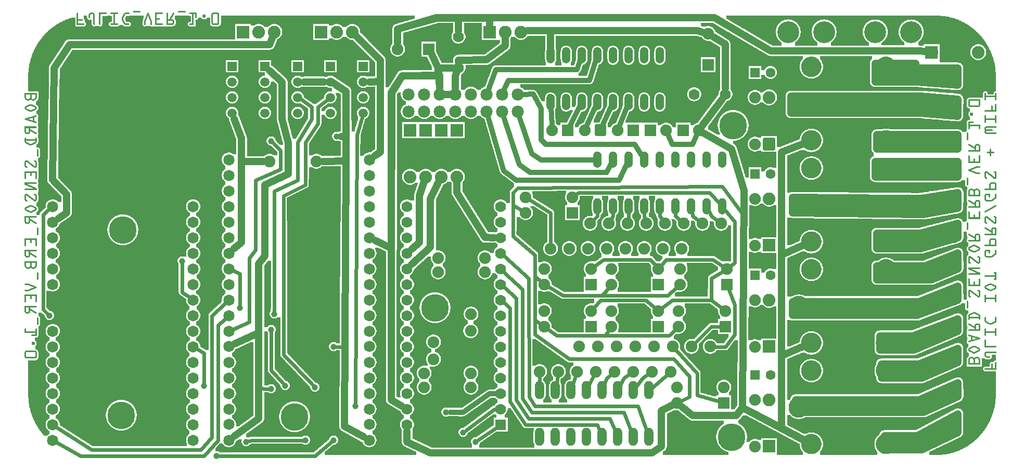
<source format=gbl>
G04 MADE WITH FRITZING*
G04 WWW.FRITZING.ORG*
G04 DOUBLE SIDED*
G04 HOLES PLATED*
G04 CONTOUR ON CENTER OF CONTOUR VECTOR*
%ASAXBY*%
%FSLAX23Y23*%
%MOIN*%
%OFA0B0*%
%SFA1.0B1.0*%
%ADD10C,0.075000*%
%ADD11C,0.039370*%
%ADD12C,0.059000*%
%ADD13C,0.071858*%
%ADD14C,0.058189*%
%ADD15C,0.082000*%
%ADD16C,0.129921*%
%ADD17C,0.070000*%
%ADD18C,0.052000*%
%ADD19C,0.078000*%
%ADD20C,0.140000*%
%ADD21C,0.088750*%
%ADD22C,0.062992*%
%ADD23C,0.177165*%
%ADD24R,0.059000X0.059000*%
%ADD25R,0.000144X0.000144*%
%ADD26R,0.075000X0.075000*%
%ADD27R,0.082000X0.082000*%
%ADD28R,0.062992X0.062992*%
%ADD29R,0.069972X0.070000*%
%ADD30C,0.024000*%
%ADD31C,0.048000*%
%ADD32C,0.032000*%
%ADD33C,0.020000*%
%ADD34R,0.001000X0.001000*%
%LNCOPPER0*%
G90*
G70*
G54D10*
X4186Y2661D03*
X3191Y2631D03*
X2891Y2138D03*
X1931Y2077D03*
X4722Y1564D03*
X3404Y1671D03*
X5828Y2790D03*
X4722Y1286D03*
X2726Y1657D03*
X3874Y1208D03*
X4308Y1205D03*
X3462Y993D03*
X3874Y948D03*
X4300Y940D03*
X4718Y914D03*
X2226Y2790D03*
X3341Y681D03*
X1415Y684D03*
X3180Y180D03*
X4183Y258D03*
X5181Y833D03*
X4695Y202D03*
X1912Y1796D03*
G54D11*
X2017Y2086D03*
X1617Y946D03*
X1597Y2056D03*
X1877Y476D03*
X1597Y466D03*
X1997Y736D03*
X1027Y1286D03*
X1397Y986D03*
X1687Y486D03*
X1597Y846D03*
X2137Y356D03*
X1817Y136D03*
X1437Y126D03*
G54D10*
X3317Y576D03*
X3570Y737D03*
G54D12*
X1347Y2536D03*
X1347Y2436D03*
X1347Y2336D03*
X1347Y2236D03*
X1557Y2536D03*
X1557Y2436D03*
X1557Y2336D03*
X1557Y2236D03*
X1767Y2536D03*
X1767Y2436D03*
X1767Y2336D03*
X1767Y2236D03*
X2187Y2536D03*
X2187Y2436D03*
X2187Y2336D03*
X2187Y2236D03*
X1977Y2536D03*
X1977Y2436D03*
X1977Y2336D03*
X1977Y2236D03*
G54D11*
X2717Y316D03*
X1167Y486D03*
X1247Y36D03*
X177Y936D03*
X1997Y136D03*
X2827Y186D03*
X2907Y126D03*
G54D13*
X1097Y136D03*
X1097Y235D03*
X1097Y336D03*
X1097Y436D03*
X1097Y536D03*
X1097Y636D03*
X1097Y735D03*
X1097Y836D03*
X1097Y936D03*
X1097Y1036D03*
X1097Y1136D03*
X1097Y1235D03*
X1097Y1336D03*
X1097Y1435D03*
X1097Y1536D03*
X1097Y1636D03*
X198Y1636D03*
X198Y1536D03*
X198Y1435D03*
X198Y1336D03*
X198Y1235D03*
X198Y1136D03*
X198Y836D03*
X198Y735D03*
X198Y636D03*
X198Y536D03*
X198Y436D03*
X198Y336D03*
X198Y235D03*
X198Y136D03*
X2225Y136D03*
X2225Y237D03*
X2225Y336D03*
X2225Y436D03*
X2225Y536D03*
X2225Y636D03*
X2225Y737D03*
X2225Y836D03*
X2225Y936D03*
X2225Y1036D03*
X2225Y1136D03*
X2225Y1236D03*
X2225Y1336D03*
X2225Y1436D03*
X2225Y1536D03*
X2225Y1636D03*
X2225Y1735D03*
X2225Y1836D03*
X2225Y1936D03*
X1326Y1936D03*
X1326Y1836D03*
X1326Y1735D03*
X1326Y1636D03*
X1326Y1536D03*
X1326Y1436D03*
X1326Y1336D03*
X1326Y1236D03*
X1326Y1136D03*
X1326Y1036D03*
X1326Y936D03*
X1326Y836D03*
X1326Y737D03*
X1326Y636D03*
X1326Y536D03*
X1326Y436D03*
X1326Y336D03*
X1326Y237D03*
X1326Y136D03*
G54D10*
X3527Y1596D03*
X3227Y1596D03*
X3527Y1696D03*
X3227Y1696D03*
X3647Y1136D03*
X3347Y1136D03*
X3647Y1236D03*
X3347Y1236D03*
X4077Y1136D03*
X3777Y1136D03*
X4077Y1236D03*
X3777Y1236D03*
X4517Y1136D03*
X4217Y1136D03*
X4517Y1236D03*
X4217Y1236D03*
X4497Y376D03*
X4197Y376D03*
X4497Y476D03*
X4197Y476D03*
X4507Y866D03*
X4207Y866D03*
X4507Y966D03*
X4207Y966D03*
X4077Y866D03*
X3777Y866D03*
X4077Y966D03*
X3777Y966D03*
X3647Y866D03*
X3347Y866D03*
X3647Y966D03*
X3347Y966D03*
X4697Y96D03*
X4697Y396D03*
X4697Y736D03*
X4697Y1036D03*
X4697Y2036D03*
X4697Y2336D03*
X4697Y1386D03*
X4697Y1686D03*
X4157Y576D03*
X4410Y737D03*
X4037Y576D03*
X4290Y737D03*
X3917Y576D03*
X4170Y737D03*
X3797Y576D03*
X4050Y737D03*
X3677Y576D03*
X3930Y737D03*
X3557Y576D03*
X3810Y737D03*
X3437Y576D03*
X3690Y737D03*
X3867Y1366D03*
X4120Y1527D03*
X3747Y1366D03*
X4000Y1527D03*
X3627Y1366D03*
X3880Y1527D03*
X3507Y1366D03*
X3760Y1527D03*
X3987Y1366D03*
X4240Y1527D03*
X4107Y1366D03*
X4360Y1527D03*
X4227Y1366D03*
X4480Y1527D03*
X3387Y1366D03*
X3640Y1527D03*
G54D14*
X3317Y156D03*
X3417Y156D03*
X3917Y156D03*
X4017Y156D03*
X3517Y156D03*
X3617Y156D03*
X3817Y156D03*
X3717Y156D03*
X4017Y456D03*
X3917Y456D03*
X3817Y456D03*
X3717Y456D03*
X3617Y456D03*
X3517Y456D03*
X3417Y456D03*
X3317Y456D03*
G54D15*
X4787Y2038D03*
X4787Y2336D03*
X4787Y1388D03*
X4787Y1686D03*
X4787Y738D03*
X4787Y1036D03*
X4787Y98D03*
X4787Y396D03*
G54D16*
X4977Y2296D03*
X5058Y2060D03*
X5536Y2060D03*
X5058Y2532D03*
X5536Y2532D03*
X4977Y1646D03*
X5058Y1410D03*
X5536Y1410D03*
X5058Y1882D03*
X5536Y1882D03*
X4977Y996D03*
X5058Y760D03*
X5536Y760D03*
X5058Y1232D03*
X5536Y1232D03*
X4977Y346D03*
X5058Y110D03*
X5536Y110D03*
X5058Y582D03*
X5536Y582D03*
G54D10*
X2607Y2646D03*
X2407Y2646D03*
X4397Y2546D03*
X4397Y2746D03*
G54D17*
X4507Y2356D03*
X4307Y2356D03*
X2797Y2726D03*
X2797Y2526D03*
G54D10*
X4237Y2126D03*
X4337Y2126D03*
G54D15*
X2687Y2124D03*
X2687Y1826D03*
X2787Y2124D03*
X2787Y1826D03*
X2487Y2124D03*
X2487Y1826D03*
X2587Y2124D03*
X2587Y1826D03*
G54D18*
X3687Y1636D03*
X3787Y1636D03*
X4287Y1636D03*
X4387Y1636D03*
X3887Y1636D03*
X3987Y1636D03*
X4187Y1636D03*
X4087Y1636D03*
X4487Y1636D03*
X4487Y1936D03*
X4387Y1936D03*
X4287Y1936D03*
X4187Y1936D03*
X4087Y1936D03*
X3987Y1936D03*
X3887Y1936D03*
X3787Y1936D03*
X3687Y1936D03*
G54D10*
X2967Y1216D03*
X2667Y1216D03*
X2878Y945D03*
X2637Y766D03*
X2877Y566D03*
X2577Y566D03*
X2875Y838D03*
X2637Y656D03*
X1887Y1926D03*
X1587Y1926D03*
X2877Y476D03*
X2577Y476D03*
X2967Y1306D03*
X2667Y1306D03*
G54D19*
X3177Y2356D03*
X3077Y2356D03*
X2977Y2356D03*
X2877Y2356D03*
X2777Y2356D03*
X2677Y2356D03*
X2577Y2356D03*
X2477Y2356D03*
X2477Y2246D03*
X2577Y2246D03*
X2677Y2246D03*
X2777Y2246D03*
X2877Y2246D03*
X2977Y2246D03*
X3077Y2246D03*
X3177Y2246D03*
G54D18*
X3387Y2306D03*
X3487Y2306D03*
X3587Y2306D03*
X3687Y2306D03*
X3787Y2306D03*
X3887Y2306D03*
X3987Y2306D03*
X4087Y2306D03*
X4087Y2606D03*
X3987Y2606D03*
X3887Y2606D03*
X3787Y2606D03*
X3687Y2606D03*
X3587Y2606D03*
X3487Y2606D03*
X3387Y2606D03*
G54D10*
X3917Y2126D03*
X3817Y2126D03*
X3707Y2126D03*
X3607Y2126D03*
X3497Y2126D03*
X3397Y2126D03*
X4027Y2126D03*
X4127Y2126D03*
G54D20*
X4910Y2756D03*
X5140Y2756D03*
X5697Y2756D03*
X5467Y2756D03*
G54D15*
X5829Y2626D03*
X6127Y2626D03*
X1417Y2756D03*
X1517Y2756D03*
X1617Y2756D03*
X1917Y2756D03*
X2017Y2756D03*
X2117Y2756D03*
X2997Y2756D03*
X3097Y2756D03*
X3197Y2756D03*
G54D21*
X5967Y1246D03*
X5967Y1446D03*
X5967Y1646D03*
X5967Y1846D03*
X5967Y2046D03*
X5967Y2246D03*
X5967Y2446D03*
X5967Y246D03*
X5967Y446D03*
X5967Y646D03*
X5967Y846D03*
X5967Y1046D03*
X5967Y1246D03*
X5967Y1446D03*
G54D22*
X4697Y1196D03*
X4795Y1196D03*
X4697Y1846D03*
X4795Y1846D03*
X4697Y2496D03*
X4795Y2496D03*
X4697Y556D03*
X4795Y556D03*
G54D17*
X3067Y236D03*
X3067Y336D03*
X3067Y436D03*
X3067Y536D03*
X3067Y636D03*
X3067Y736D03*
X3067Y836D03*
X3067Y936D03*
X3067Y1036D03*
X3067Y1136D03*
X3067Y1236D03*
X3067Y1336D03*
X3067Y1436D03*
X3067Y1536D03*
X3067Y1636D03*
X2467Y236D03*
X2467Y336D03*
X2467Y436D03*
X2467Y536D03*
X2467Y636D03*
X2467Y736D03*
X2467Y836D03*
X2467Y936D03*
X2467Y1036D03*
X2467Y1136D03*
X2467Y1236D03*
X2467Y1336D03*
X2467Y1436D03*
X2467Y1536D03*
X2467Y1636D03*
G54D23*
X1747Y286D03*
X4547Y156D03*
X4557Y2156D03*
X2647Y986D03*
X637Y296D03*
X647Y1486D03*
G54D24*
X1347Y2536D03*
X1557Y2536D03*
X1767Y2536D03*
X2187Y2536D03*
X1977Y2536D03*
G54D25*
X1097Y1334D03*
G54D26*
X3527Y1596D03*
X3647Y1136D03*
X4077Y1136D03*
X4517Y1136D03*
X4497Y376D03*
X4507Y866D03*
X4077Y866D03*
X3647Y866D03*
G54D27*
X4787Y1387D03*
X4787Y737D03*
X4787Y97D03*
G54D26*
X2607Y2646D03*
X4397Y2546D03*
X4237Y2126D03*
G54D27*
X2687Y2125D03*
X2787Y2125D03*
X2487Y2125D03*
X2587Y2125D03*
G54D26*
X3917Y2126D03*
X3497Y2126D03*
X4027Y2126D03*
G54D27*
X5828Y2626D03*
X1417Y2756D03*
X1917Y2756D03*
X2997Y2756D03*
G54D28*
X4697Y1196D03*
X4697Y1846D03*
X4697Y2496D03*
X4697Y556D03*
G54D29*
X3067Y236D03*
G54D30*
X1617Y1736D02*
X1617Y965D01*
D02*
X1766Y1806D02*
X1617Y1736D01*
D02*
X1766Y2047D02*
X1766Y1806D01*
D02*
X1856Y2197D02*
X1766Y2047D01*
D02*
X1856Y2276D02*
X1856Y2197D01*
D02*
X1792Y2320D02*
X1856Y2276D01*
D02*
X1677Y686D02*
X1677Y1706D01*
D02*
X1677Y1706D02*
X1817Y1776D01*
D02*
X1817Y1776D02*
X1818Y2047D01*
D02*
X1818Y2047D02*
X1897Y2167D01*
D02*
X1897Y2167D02*
X1897Y2276D01*
D02*
X1897Y2276D02*
X1953Y2318D01*
D02*
X1864Y490D02*
X1678Y686D01*
G54D31*
D02*
X2077Y2086D02*
X2077Y1927D01*
D02*
X2077Y1927D02*
X1927Y1926D01*
D02*
X2047Y2086D02*
X2077Y2086D01*
G54D30*
D02*
X2067Y736D02*
X2016Y736D01*
D02*
X2067Y226D02*
X2067Y736D01*
D02*
X2199Y151D02*
X2067Y226D01*
D02*
X1518Y277D02*
X1351Y154D01*
D02*
X1518Y467D02*
X1518Y277D01*
D02*
X1578Y466D02*
X1518Y467D01*
D02*
X1598Y586D02*
X1597Y827D01*
D02*
X1674Y500D02*
X1598Y586D01*
G54D31*
D02*
X2296Y2437D02*
X2228Y2436D01*
D02*
X2296Y2576D02*
X2296Y2437D01*
D02*
X2148Y2725D02*
X2296Y2576D01*
G54D30*
D02*
X1168Y696D02*
X1124Y720D01*
D02*
X1167Y505D02*
X1168Y696D01*
D02*
X1477Y136D02*
X1798Y136D01*
D02*
X1455Y131D02*
X1477Y136D01*
G54D31*
D02*
X1407Y2075D02*
X1408Y1925D01*
D02*
X1361Y2198D02*
X1407Y2075D01*
D02*
X1408Y1925D02*
X1547Y1926D01*
G54D30*
D02*
X2147Y2096D02*
X2137Y375D01*
D02*
X2179Y2207D02*
X2147Y2096D01*
D02*
X1656Y1876D02*
X1497Y1806D01*
D02*
X1497Y1806D02*
X1497Y1357D01*
D02*
X1497Y1357D02*
X1458Y1306D01*
D02*
X1458Y1306D02*
X1456Y896D01*
D02*
X1456Y896D02*
X1354Y849D01*
D02*
X1657Y1996D02*
X1656Y1876D01*
D02*
X1610Y2043D02*
X1657Y1996D01*
D02*
X1397Y1205D02*
X1354Y1224D01*
D02*
X1397Y1005D02*
X1397Y1205D01*
D02*
X1027Y1086D02*
X1027Y1267D01*
D02*
X1072Y1053D02*
X1027Y1086D01*
G54D31*
D02*
X2077Y1927D02*
X2068Y225D01*
D02*
X2068Y225D02*
X2189Y157D01*
D02*
X1927Y1926D02*
X2077Y1927D01*
D02*
X2077Y1927D02*
X1927Y1926D01*
D02*
X2077Y2376D02*
X2077Y1927D01*
D02*
X1987Y2436D02*
X2077Y2376D01*
D02*
X4577Y295D02*
X4617Y346D01*
D02*
X4297Y295D02*
X4577Y295D01*
D02*
X4617Y346D02*
X5016Y132D01*
D02*
X4228Y351D02*
X4297Y295D01*
G54D30*
D02*
X376Y35D02*
X1167Y36D01*
D02*
X1258Y876D02*
X1303Y916D01*
D02*
X1256Y135D02*
X1258Y876D01*
D02*
X1167Y36D02*
X1256Y135D01*
D02*
X224Y121D02*
X376Y35D01*
D02*
X1218Y156D02*
X1218Y936D01*
D02*
X1147Y76D02*
X1218Y156D01*
D02*
X447Y76D02*
X1147Y76D01*
D02*
X1218Y936D02*
X1303Y1015D01*
D02*
X223Y219D02*
X447Y76D01*
G54D31*
D02*
X1808Y2436D02*
X1936Y2436D01*
D02*
X2077Y2376D02*
X2012Y2415D01*
D02*
X2077Y1927D02*
X2077Y2376D01*
D02*
X1927Y1926D02*
X2077Y1927D01*
D02*
X1406Y1405D02*
X1358Y1363D01*
D02*
X1408Y1925D02*
X1406Y1405D01*
D02*
X1547Y1926D02*
X1408Y1925D01*
D02*
X1518Y1267D02*
X1518Y276D01*
D02*
X1558Y1317D02*
X1518Y1267D01*
D02*
X1668Y2435D02*
X1668Y2197D01*
D02*
X1707Y2046D02*
X1707Y1846D01*
D02*
X1668Y2197D02*
X1707Y2046D01*
D02*
X1707Y1846D02*
X1557Y1776D01*
D02*
X1557Y1776D02*
X1558Y1317D01*
D02*
X1587Y2509D02*
X1668Y2435D01*
D02*
X1518Y276D02*
X1360Y161D01*
D02*
X1517Y276D02*
X1517Y826D01*
D02*
X1517Y826D02*
X1364Y754D01*
D02*
X1360Y161D02*
X1517Y276D01*
D02*
X306Y2675D02*
X208Y2526D01*
D02*
X208Y2526D02*
X197Y1807D01*
D02*
X197Y1807D02*
X286Y1715D01*
D02*
X286Y1715D02*
X287Y1596D01*
D02*
X287Y1596D02*
X232Y1559D01*
D02*
X1588Y2675D02*
X306Y2675D01*
D02*
X1602Y2715D02*
X1588Y2675D01*
G54D30*
D02*
X1877Y36D02*
X1982Y124D01*
D02*
X1266Y36D02*
X1877Y36D01*
D02*
X136Y1586D02*
X174Y1617D01*
D02*
X136Y975D02*
X136Y1586D01*
D02*
X163Y949D02*
X136Y975D01*
G54D31*
D02*
X2296Y1986D02*
X2259Y1960D01*
D02*
X2296Y2576D02*
X2296Y1986D01*
D02*
X2148Y2725D02*
X2296Y2576D01*
D02*
X2436Y2476D02*
X2369Y2365D01*
D02*
X2675Y2476D02*
X2436Y2476D01*
D02*
X2369Y2365D02*
X2368Y1367D01*
D02*
X2368Y1367D02*
X2263Y1418D01*
D02*
X2676Y2397D02*
X2675Y2476D01*
G54D30*
D02*
X2923Y137D02*
X3043Y219D01*
D02*
X3028Y336D02*
X2842Y197D01*
D02*
X3038Y336D02*
X3028Y336D01*
G54D32*
D02*
X2827Y316D02*
X2998Y435D01*
D02*
X2998Y435D02*
X3032Y436D01*
D02*
X2742Y316D02*
X2827Y316D01*
G54D31*
D02*
X4361Y2158D02*
X4485Y2326D01*
D02*
X4627Y1737D02*
X4617Y346D01*
D02*
X4617Y346D02*
X4867Y215D01*
D02*
X4867Y215D02*
X5016Y133D01*
D02*
X4546Y2006D02*
X4627Y1737D01*
D02*
X4337Y2126D02*
X4546Y2006D01*
D02*
X4485Y2326D02*
X4337Y2126D01*
G54D30*
D02*
X3467Y1066D02*
X3718Y1066D01*
D02*
X3718Y1066D02*
X3759Y1114D01*
D02*
X3372Y1122D02*
X3467Y1066D01*
D02*
X3737Y807D02*
X4147Y807D01*
D02*
X4147Y807D02*
X4187Y846D01*
D02*
X3761Y842D02*
X3737Y807D01*
D02*
X3737Y807D02*
X3761Y842D01*
D02*
X3428Y807D02*
X3737Y807D01*
D02*
X3370Y849D02*
X3428Y807D01*
G54D31*
D02*
X2616Y56D02*
X4037Y55D01*
D02*
X2467Y126D02*
X2616Y56D01*
D02*
X4097Y326D02*
X4161Y358D01*
D02*
X4097Y95D02*
X4097Y326D01*
D02*
X4037Y55D02*
X4097Y95D01*
D02*
X2467Y196D02*
X2467Y126D01*
G54D32*
D02*
X4297Y2036D02*
X4323Y2095D01*
D02*
X4167Y2036D02*
X4297Y2036D01*
D02*
X4141Y2095D02*
X4167Y2036D01*
G54D30*
D02*
X3388Y1596D02*
X3251Y1681D01*
D02*
X3387Y1395D02*
X3388Y1596D01*
D02*
X4407Y1725D02*
X3566Y1726D01*
D02*
X3566Y1726D02*
X3550Y1713D01*
D02*
X4469Y1656D02*
X4407Y1725D01*
D02*
X3708Y1035D02*
X3666Y987D01*
D02*
X3997Y1035D02*
X3708Y1035D01*
D02*
X4055Y985D02*
X3997Y1035D01*
D02*
X4416Y1035D02*
X4167Y1035D01*
D02*
X3728Y1296D02*
X3670Y1253D01*
D02*
X4167Y1035D02*
X4100Y983D01*
D02*
X4027Y1296D02*
X3728Y1296D01*
D02*
X4127Y1296D02*
X4427Y1296D01*
D02*
X4427Y1296D02*
X4517Y1236D01*
D02*
X4416Y1035D02*
X4418Y1176D01*
D02*
X4418Y1176D02*
X4517Y1236D01*
D02*
X4484Y983D02*
X4416Y1035D01*
D02*
X4059Y1258D02*
X4027Y1296D01*
D02*
X4095Y1258D02*
X4127Y1296D01*
D02*
X4484Y983D02*
X4416Y1035D01*
D02*
X4416Y865D02*
X4310Y757D01*
D02*
X4567Y1276D02*
X4539Y1254D01*
D02*
X3286Y1185D02*
X3325Y1154D01*
D02*
X3287Y907D02*
X3286Y1185D01*
D02*
X3323Y882D02*
X3287Y907D01*
D02*
X4566Y1537D02*
X4567Y1276D01*
D02*
X4504Y1615D02*
X4566Y1537D01*
D02*
X4478Y866D02*
X4416Y865D01*
D02*
X4186Y1576D02*
X4219Y1546D01*
D02*
X4298Y1576D02*
X4338Y1545D01*
D02*
X4417Y1576D02*
X4457Y1545D01*
D02*
X4187Y1609D02*
X4186Y1576D01*
D02*
X4292Y1609D02*
X4298Y1576D01*
D02*
X4399Y1612D02*
X4417Y1576D01*
D02*
X3664Y550D02*
X3631Y483D01*
D02*
X3548Y549D02*
X3527Y485D01*
D02*
X3432Y548D02*
X3422Y486D01*
D02*
X3317Y547D02*
X3317Y486D01*
D02*
X3687Y1576D02*
X3660Y1548D01*
D02*
X3787Y1576D02*
X3774Y1552D01*
D02*
X3887Y1576D02*
X3884Y1555D01*
D02*
X3987Y1576D02*
X3993Y1555D01*
D02*
X4087Y1576D02*
X4104Y1551D01*
D02*
X3687Y1609D02*
X3687Y1576D01*
D02*
X3787Y1609D02*
X3787Y1576D01*
D02*
X3887Y1609D02*
X3887Y1576D01*
D02*
X3987Y1609D02*
X3987Y1576D01*
D02*
X4087Y1609D02*
X4087Y1576D01*
D02*
X3746Y536D02*
X3727Y484D01*
D02*
X3858Y536D02*
X3831Y483D01*
D02*
X3977Y536D02*
X3935Y480D01*
D02*
X4013Y560D02*
X3977Y536D01*
D02*
X3893Y560D02*
X3858Y536D01*
D02*
X3775Y558D02*
X3746Y536D01*
D02*
X3506Y657D02*
X3286Y815D01*
D02*
X4177Y657D02*
X3506Y657D01*
D02*
X4326Y425D02*
X4326Y566D01*
D02*
X4326Y566D02*
X4189Y716D01*
D02*
X4469Y384D02*
X4326Y425D01*
D02*
X4277Y415D02*
X4278Y545D01*
D02*
X4278Y545D02*
X4177Y657D01*
D02*
X3286Y815D02*
X3287Y907D01*
D02*
X3287Y907D02*
X3323Y882D01*
D02*
X4223Y388D02*
X4277Y415D01*
D02*
X4567Y816D02*
X4567Y1006D01*
D02*
X4135Y557D02*
X4040Y476D01*
D02*
X4567Y1006D02*
X4527Y1109D01*
D02*
X4508Y735D02*
X4567Y816D01*
D02*
X4439Y736D02*
X4508Y735D01*
G54D32*
D02*
X3357Y2036D02*
X3926Y2035D01*
D02*
X3327Y2066D02*
X3357Y2036D01*
D02*
X3326Y2266D02*
X3327Y2066D01*
D02*
X3926Y2035D02*
X3970Y1964D01*
D02*
X3276Y2357D02*
X3326Y2266D01*
D02*
X3213Y2356D02*
X3276Y2357D01*
D02*
X3326Y1935D02*
X3654Y1936D01*
D02*
X3267Y1976D02*
X3326Y1935D01*
D02*
X3188Y2212D02*
X3267Y1976D01*
D02*
X3257Y1856D02*
X3748Y1856D01*
D02*
X3748Y1856D02*
X3773Y1907D01*
D02*
X3186Y1905D02*
X3257Y1856D01*
D02*
X3088Y2212D02*
X3186Y1905D01*
D02*
X3827Y1806D02*
X3873Y1906D01*
D02*
X3167Y1806D02*
X3827Y1806D01*
D02*
X3087Y1866D02*
X3167Y1806D01*
D02*
X2987Y2212D02*
X3087Y1866D01*
D02*
X3875Y2276D02*
X3829Y2158D01*
D02*
X3774Y2276D02*
X3721Y2157D01*
D02*
X3389Y2273D02*
X3395Y2160D01*
D02*
X3572Y2277D02*
X3512Y2157D01*
D02*
X3674Y2276D02*
X3621Y2157D01*
G54D30*
D02*
X4548Y2006D02*
X4337Y2126D01*
D02*
X4337Y2126D02*
X4491Y2335D01*
D02*
X4628Y1737D02*
X4548Y2006D01*
D02*
X4628Y1576D02*
X4628Y1737D01*
D02*
X4486Y1765D02*
X4628Y1576D01*
D02*
X3177Y1756D02*
X4486Y1765D01*
D02*
X3148Y1726D02*
X3177Y1756D01*
D02*
X3147Y1646D02*
X3148Y1726D01*
D02*
X3203Y1611D02*
X3147Y1646D01*
D02*
X3147Y1446D02*
X3147Y1646D01*
D02*
X3147Y1646D02*
X3203Y1611D01*
D02*
X3287Y1187D02*
X3287Y1325D01*
D02*
X3287Y1325D02*
X3147Y1446D01*
D02*
X3325Y1154D02*
X3287Y1187D01*
D02*
X3719Y1066D02*
X4136Y1066D01*
D02*
X3759Y1114D02*
X3719Y1066D01*
D02*
X4136Y1066D02*
X4195Y1117D01*
G54D31*
D02*
X5967Y257D02*
X5747Y156D01*
D02*
X5757Y146D02*
X5967Y257D01*
D02*
X5747Y156D02*
X5737Y166D01*
D02*
X5527Y117D02*
X5527Y156D01*
D02*
X5757Y117D02*
X5527Y117D01*
D02*
X5527Y156D02*
X5757Y146D01*
D02*
X5737Y166D02*
X5582Y123D01*
D02*
X5737Y166D02*
X5527Y166D01*
D02*
X5987Y226D02*
X5757Y117D01*
D02*
X5527Y76D02*
X5767Y76D01*
D02*
X5997Y186D02*
X5997Y306D01*
D02*
X5997Y306D02*
X5737Y166D01*
D02*
X5767Y156D02*
X5987Y226D01*
D02*
X5527Y166D02*
X5527Y76D01*
D02*
X5767Y76D02*
X5997Y186D01*
D02*
X5925Y227D02*
X5767Y156D01*
D02*
X5956Y469D02*
X5767Y386D01*
D02*
X5757Y396D02*
X4957Y396D01*
D02*
X5967Y446D02*
X5956Y469D01*
D02*
X5767Y356D02*
X5967Y446D01*
D02*
X4977Y356D02*
X5767Y356D01*
D02*
X4957Y396D02*
X5747Y396D01*
D02*
X5747Y396D02*
X5997Y505D01*
D02*
X5997Y505D02*
X5997Y416D01*
D02*
X5997Y416D02*
X5777Y316D01*
D02*
X5777Y316D02*
X4957Y316D01*
D02*
X4957Y316D02*
X4957Y396D01*
D02*
X4957Y396D02*
X5757Y356D01*
D02*
X5767Y386D02*
X5757Y396D01*
D02*
X5757Y356D02*
X5025Y347D01*
D02*
X5757Y355D02*
X4977Y356D01*
D02*
X5924Y427D02*
X5757Y355D01*
D02*
X5747Y606D02*
X5957Y656D01*
D02*
X5957Y655D02*
X5747Y566D01*
D02*
X5747Y566D02*
X5517Y576D01*
D02*
X5517Y576D02*
X5747Y595D01*
D02*
X5747Y595D02*
X5584Y585D01*
D02*
X5767Y535D02*
X5506Y535D01*
D02*
X5997Y636D02*
X5767Y535D01*
D02*
X5747Y626D02*
X5997Y726D01*
D02*
X5997Y726D02*
X5967Y686D01*
D02*
X5506Y626D02*
X5747Y626D01*
D02*
X5967Y686D02*
X5747Y606D01*
D02*
X5997Y726D02*
X5997Y636D01*
D02*
X5767Y586D02*
X5997Y726D01*
D02*
X5506Y535D02*
X5506Y626D01*
D02*
X5922Y632D02*
X5767Y586D01*
D02*
X5677Y776D02*
X5497Y776D01*
D02*
X5497Y776D02*
X5497Y756D01*
D02*
X5677Y756D02*
X5677Y776D01*
D02*
X5957Y866D02*
X5677Y756D01*
D02*
X5737Y776D02*
X5957Y866D01*
D02*
X5497Y756D02*
X5727Y756D01*
D02*
X5717Y716D02*
X5727Y756D01*
D02*
X5497Y716D02*
X5717Y716D01*
D02*
X5997Y916D02*
X5707Y806D01*
D02*
X5997Y836D02*
X5997Y916D01*
D02*
X5717Y716D02*
X5997Y836D01*
D02*
X5707Y806D02*
X5497Y806D01*
D02*
X5727Y756D02*
X5717Y716D01*
D02*
X5727Y756D02*
X5584Y759D01*
D02*
X5497Y806D02*
X5497Y716D01*
D02*
X5922Y832D02*
X5737Y776D01*
D02*
X5737Y937D02*
X5997Y1036D01*
D02*
X4947Y975D02*
X5737Y965D01*
D02*
X4957Y1006D02*
X5737Y996D01*
D02*
X5737Y996D02*
X5737Y955D01*
D02*
X5737Y955D02*
X4967Y975D01*
D02*
X5737Y965D02*
X4957Y1006D01*
D02*
X5957Y1075D02*
X5737Y975D01*
D02*
X4967Y975D02*
X4956Y953D01*
D02*
X5967Y1047D02*
X5957Y1075D01*
D02*
X5997Y1036D02*
X5997Y1126D01*
D02*
X5747Y1026D02*
X4936Y1026D01*
D02*
X5737Y937D02*
X5967Y1047D01*
D02*
X4936Y937D02*
X5737Y937D01*
D02*
X4936Y1026D02*
X4936Y937D01*
D02*
X5997Y1126D02*
X5747Y1026D01*
D02*
X5737Y975D02*
X4947Y975D01*
D02*
X5727Y955D02*
X5737Y937D01*
D02*
X5923Y1029D02*
X5727Y955D01*
D02*
X5777Y1216D02*
X5977Y1296D01*
D02*
X5507Y1216D02*
X5777Y1216D01*
D02*
X5817Y1196D02*
X5507Y1196D01*
D02*
X5977Y1296D02*
X5957Y1256D01*
D02*
X5957Y1256D02*
X5817Y1196D01*
D02*
X5827Y1166D02*
X5477Y1166D01*
D02*
X5477Y1166D02*
X5507Y1216D01*
D02*
X5477Y1166D02*
X5477Y1256D01*
D02*
X5788Y1256D02*
X5997Y1337D01*
D02*
X5477Y1256D02*
X5788Y1256D01*
D02*
X5997Y1337D02*
X5997Y1236D01*
D02*
X5797Y1226D02*
X5477Y1166D01*
D02*
X5507Y1196D02*
X5506Y1195D01*
D02*
X5997Y1236D02*
X5827Y1166D01*
D02*
X5921Y1241D02*
X5797Y1226D01*
D02*
X5507Y1436D02*
X5911Y1426D01*
D02*
X5747Y1436D02*
X5507Y1436D01*
D02*
X5967Y1496D02*
X5747Y1436D01*
D02*
X5957Y1456D02*
X5967Y1496D01*
D02*
X5777Y1406D02*
X5584Y1409D01*
D02*
X5747Y1396D02*
X5957Y1456D01*
D02*
X5507Y1406D02*
X5747Y1396D01*
D02*
X5507Y1436D02*
X5507Y1406D01*
D02*
X5757Y1366D02*
X5477Y1366D01*
D02*
X5767Y1466D02*
X5507Y1436D01*
D02*
X5477Y1466D02*
X5767Y1466D01*
D02*
X5477Y1366D02*
X5477Y1466D01*
D02*
X5757Y1466D02*
X5997Y1527D01*
D02*
X5767Y1406D02*
X5757Y1466D01*
D02*
X5997Y1527D02*
X5997Y1436D01*
D02*
X5911Y1426D02*
X5777Y1406D01*
D02*
X5997Y1436D02*
X5757Y1366D01*
D02*
X5921Y1437D02*
X5767Y1406D01*
D02*
X5698Y1616D02*
X4956Y1655D01*
D02*
X5716Y1646D02*
X5977Y1666D01*
D02*
X5977Y1666D02*
X5698Y1616D01*
D02*
X4967Y1636D02*
X5716Y1646D01*
D02*
X5677Y1676D02*
X5998Y1725D01*
D02*
X5916Y1686D02*
X5506Y1646D01*
D02*
X4936Y1695D02*
X5916Y1686D01*
D02*
X4937Y1595D02*
X4936Y1695D01*
D02*
X5776Y1586D02*
X4937Y1595D01*
D02*
X5997Y1625D02*
X5776Y1586D01*
D02*
X5998Y1725D02*
X5997Y1625D01*
D02*
X4956Y1655D02*
X5677Y1676D01*
D02*
X5506Y1646D02*
X4967Y1636D01*
D02*
X5757Y1625D02*
X5957Y1687D01*
D02*
X5957Y1687D02*
X5956Y1691D01*
D02*
X5506Y1646D02*
X5757Y1625D01*
D02*
X5025Y1646D02*
X5506Y1646D01*
D02*
X5537Y1866D02*
X5807Y1876D01*
D02*
X5977Y1896D02*
X5907Y1876D01*
D02*
X5497Y1896D02*
X5977Y1896D01*
D02*
X5497Y1866D02*
X5497Y1896D01*
D02*
X5987Y1866D02*
X5497Y1866D01*
D02*
X5997Y1826D02*
X5987Y1866D01*
D02*
X5907Y1876D02*
X5537Y1866D01*
D02*
X5717Y1876D02*
X5584Y1881D01*
D02*
X5997Y1826D02*
X5467Y1826D01*
D02*
X5467Y1826D02*
X5467Y1926D01*
D02*
X5467Y1926D02*
X5997Y1926D01*
D02*
X5807Y1876D02*
X5997Y1826D01*
D02*
X5807Y1876D02*
X5717Y1876D01*
D02*
X5997Y1926D02*
X5997Y1826D01*
D02*
X5921Y1855D02*
X5807Y1876D01*
D02*
X5997Y2097D02*
X5756Y2056D01*
D02*
X5977Y2046D02*
X5506Y2046D01*
D02*
X5506Y2046D02*
X5506Y2086D01*
D02*
X5506Y2086D02*
X5997Y2097D01*
D02*
X5477Y2097D02*
X5997Y2097D01*
D02*
X5997Y2006D02*
X5477Y2006D01*
D02*
X5997Y2097D02*
X5997Y2006D01*
D02*
X5756Y2056D02*
X5977Y2046D01*
D02*
X5756Y2056D02*
X5584Y2059D01*
D02*
X5477Y2006D02*
X5477Y2097D01*
D02*
X5920Y2048D02*
X5756Y2056D01*
D02*
X5737Y2326D02*
X5767Y2236D01*
D02*
X5956Y2286D02*
X5737Y2326D01*
D02*
X5956Y2265D02*
X5956Y2286D01*
D02*
X4937Y2276D02*
X5956Y2265D01*
D02*
X4958Y2305D02*
X5667Y2296D01*
D02*
X5956Y2246D02*
X4958Y2305D01*
D02*
X5767Y2236D02*
X4927Y2236D01*
D02*
X4927Y2236D02*
X4927Y2345D01*
D02*
X4927Y2345D02*
X5758Y2296D01*
D02*
X5758Y2236D02*
X5956Y2246D01*
D02*
X5996Y2216D02*
X5758Y2236D01*
D02*
X4927Y2345D02*
X5758Y2345D01*
D02*
X5758Y2345D02*
X5997Y2325D01*
D02*
X5997Y2325D02*
X5996Y2216D01*
D02*
X5758Y2296D02*
X4927Y2345D01*
D02*
X5667Y2296D02*
X4937Y2276D01*
D02*
X5758Y2296D02*
X5922Y2257D01*
D02*
X5025Y2296D02*
X5758Y2296D01*
D02*
X5657Y2526D02*
X5997Y2526D01*
D02*
X5737Y2466D02*
X5487Y2477D01*
D02*
X5487Y2477D02*
X5487Y2506D01*
D02*
X5726Y2555D02*
X5726Y2526D01*
D02*
X5757Y2506D02*
X5896Y2477D01*
D02*
X5967Y2486D02*
X5967Y2457D01*
D02*
X5967Y2457D02*
X5737Y2466D01*
D02*
X5487Y2506D02*
X5467Y2555D01*
D02*
X5467Y2555D02*
X5726Y2555D01*
D02*
X5726Y2526D02*
X5657Y2526D01*
D02*
X5997Y2526D02*
X5997Y2416D01*
D02*
X5997Y2416D02*
X5737Y2436D01*
D02*
X5737Y2436D02*
X5467Y2436D01*
D02*
X5467Y2555D02*
X5717Y2497D01*
D02*
X5467Y2436D02*
X5467Y2555D01*
D02*
X5467Y2555D02*
X5757Y2506D01*
D02*
X5896Y2477D02*
X5498Y2506D01*
D02*
X5717Y2497D02*
X5921Y2455D01*
D02*
X5668Y2535D02*
X5467Y2555D01*
D02*
X5498Y2506D02*
X5967Y2486D01*
D02*
X5584Y2533D02*
X5668Y2535D01*
D02*
X4097Y95D02*
X4097Y326D01*
D02*
X4097Y326D02*
X4193Y373D01*
D02*
X4037Y55D02*
X4097Y95D01*
D02*
X2616Y56D02*
X4037Y55D01*
D02*
X2467Y126D02*
X2616Y56D01*
D02*
X2467Y196D02*
X2467Y126D01*
D02*
X2777Y2476D02*
X2777Y2397D01*
D02*
X2783Y2491D02*
X2777Y2476D01*
D02*
X2797Y2576D02*
X2977Y2578D01*
D02*
X3096Y2667D02*
X3097Y2713D01*
D02*
X2977Y2578D02*
X3096Y2667D01*
D02*
X2797Y2563D02*
X2797Y2576D01*
D02*
X5747Y2636D02*
X5786Y2631D01*
D02*
X4797Y2635D02*
X5747Y2636D01*
D02*
X4438Y2847D02*
X4797Y2635D01*
D02*
X2658Y2847D02*
X4438Y2847D01*
D02*
X2407Y2775D02*
X2658Y2847D01*
D02*
X2407Y2686D02*
X2407Y2775D01*
D02*
X2668Y2525D02*
X2625Y2611D01*
D02*
X2760Y2526D02*
X2668Y2525D01*
D02*
X2797Y2846D02*
X2797Y2763D01*
D02*
X2657Y2846D02*
X2797Y2846D01*
D02*
X2407Y2775D02*
X2657Y2846D01*
D02*
X2407Y2686D02*
X2407Y2775D01*
D02*
X2797Y2846D02*
X2996Y2846D01*
D02*
X2996Y2846D02*
X2997Y2799D01*
D02*
X2797Y2763D02*
X2797Y2846D01*
D02*
X3257Y2766D02*
X3240Y2763D01*
D02*
X4326Y2765D02*
X3257Y2766D01*
D02*
X4359Y2756D02*
X4326Y2765D01*
D02*
X4506Y2677D02*
X4507Y2393D01*
D02*
X4431Y2725D02*
X4506Y2677D01*
D02*
X2438Y2474D02*
X2367Y2367D01*
D02*
X2677Y2477D02*
X2438Y2474D01*
D02*
X2367Y2367D02*
X2366Y396D01*
D02*
X2366Y396D02*
X2432Y356D01*
D02*
X2677Y2397D02*
X2677Y2477D01*
D02*
X2668Y2525D02*
X2675Y2397D01*
D02*
X2625Y2611D02*
X2668Y2525D01*
D02*
X2718Y2356D02*
X2736Y2356D01*
D02*
X3257Y2766D02*
X3386Y2766D01*
D02*
X3386Y2766D02*
X3387Y2644D01*
D02*
X3240Y2763D02*
X3257Y2766D01*
G54D32*
D02*
X3117Y2446D02*
X3637Y2446D01*
D02*
X3637Y2446D02*
X3677Y2575D01*
D02*
X3091Y2389D02*
X3117Y2446D01*
D02*
X3557Y2515D02*
X3577Y2575D01*
D02*
X3036Y2515D02*
X3557Y2515D01*
D02*
X2989Y2389D02*
X3036Y2515D01*
G54D31*
D02*
X4867Y678D02*
X4867Y215D01*
D02*
X4867Y215D02*
X5016Y133D01*
D02*
X5014Y741D02*
X4867Y678D01*
D02*
X4867Y1326D02*
X5014Y1390D01*
D02*
X4867Y678D02*
X4867Y1326D01*
D02*
X5014Y741D02*
X4867Y678D01*
D02*
X4867Y1985D02*
X5013Y2042D01*
D02*
X4867Y1326D02*
X4867Y1985D01*
D02*
X5014Y1390D02*
X4867Y1326D01*
G54D30*
D02*
X3127Y985D02*
X3128Y386D01*
D02*
X3167Y1047D02*
X3168Y395D01*
D02*
X3207Y1106D02*
X3206Y406D01*
D02*
X3247Y1176D02*
X3249Y416D01*
D02*
X3946Y355D02*
X4007Y184D01*
D02*
X3286Y355D02*
X3946Y355D01*
D02*
X3249Y416D02*
X3286Y355D01*
D02*
X3857Y315D02*
X3906Y184D01*
D02*
X3266Y315D02*
X3857Y315D01*
D02*
X3206Y406D02*
X3266Y315D01*
D02*
X3766Y275D02*
X3805Y184D01*
D02*
X3246Y275D02*
X3766Y275D01*
D02*
X3168Y395D02*
X3246Y275D01*
D02*
X3686Y235D02*
X3706Y184D01*
D02*
X3228Y235D02*
X3686Y235D01*
D02*
X3128Y386D02*
X3228Y235D01*
D02*
X3089Y1317D02*
X3247Y1176D01*
D02*
X3088Y1216D02*
X3207Y1106D01*
D02*
X3089Y1117D02*
X3167Y1047D01*
D02*
X3089Y1017D02*
X3127Y985D01*
G54D31*
D02*
X2546Y1405D02*
X2497Y1362D01*
D02*
X2546Y1705D02*
X2546Y1405D01*
D02*
X2573Y1785D02*
X2546Y1705D01*
D02*
X2618Y1375D02*
X2497Y1263D01*
D02*
X2618Y1686D02*
X2618Y1375D01*
D02*
X2668Y1787D02*
X2618Y1686D01*
D02*
X2968Y1437D02*
X3027Y1436D01*
D02*
X2787Y1725D02*
X2968Y1437D01*
D02*
X2787Y1783D02*
X2787Y1725D01*
G36*
X3420Y2731D02*
X3420Y2669D01*
X4088Y2669D01*
X4088Y2667D01*
X4098Y2667D01*
X4098Y2665D01*
X4102Y2665D01*
X4102Y2663D01*
X4106Y2663D01*
X4106Y2661D01*
X4110Y2661D01*
X4110Y2659D01*
X4112Y2659D01*
X4112Y2657D01*
X4114Y2657D01*
X4114Y2655D01*
X4116Y2655D01*
X4116Y2651D01*
X4118Y2651D01*
X4118Y2647D01*
X4120Y2647D01*
X4120Y2643D01*
X4122Y2643D01*
X4122Y2631D01*
X4124Y2631D01*
X4124Y2593D01*
X4444Y2593D01*
X4444Y2499D01*
X4472Y2499D01*
X4472Y2659D01*
X4470Y2659D01*
X4470Y2661D01*
X4466Y2661D01*
X4466Y2663D01*
X4464Y2663D01*
X4464Y2665D01*
X4460Y2665D01*
X4460Y2667D01*
X4456Y2667D01*
X4456Y2669D01*
X4454Y2669D01*
X4454Y2671D01*
X4450Y2671D01*
X4450Y2673D01*
X4448Y2673D01*
X4448Y2675D01*
X4444Y2675D01*
X4444Y2677D01*
X4440Y2677D01*
X4440Y2679D01*
X4438Y2679D01*
X4438Y2681D01*
X4434Y2681D01*
X4434Y2683D01*
X4432Y2683D01*
X4432Y2685D01*
X4428Y2685D01*
X4428Y2687D01*
X4426Y2687D01*
X4426Y2689D01*
X4422Y2689D01*
X4422Y2691D01*
X4418Y2691D01*
X4418Y2693D01*
X4416Y2693D01*
X4416Y2695D01*
X4412Y2695D01*
X4412Y2697D01*
X4410Y2697D01*
X4410Y2699D01*
X4386Y2699D01*
X4386Y2701D01*
X4380Y2701D01*
X4380Y2703D01*
X4376Y2703D01*
X4376Y2705D01*
X4372Y2705D01*
X4372Y2707D01*
X4368Y2707D01*
X4368Y2709D01*
X4366Y2709D01*
X4366Y2711D01*
X4364Y2711D01*
X4364Y2713D01*
X4362Y2713D01*
X4362Y2715D01*
X4360Y2715D01*
X4360Y2717D01*
X4358Y2717D01*
X4358Y2721D01*
X4356Y2721D01*
X4356Y2723D01*
X4348Y2723D01*
X4348Y2725D01*
X4340Y2725D01*
X4340Y2727D01*
X4332Y2727D01*
X4332Y2729D01*
X4326Y2729D01*
X4326Y2731D01*
X3420Y2731D01*
G37*
D02*
G36*
X3420Y2669D02*
X3420Y2643D01*
X3422Y2643D01*
X3422Y2631D01*
X3424Y2631D01*
X3424Y2581D01*
X3422Y2581D01*
X3422Y2569D01*
X3420Y2569D01*
X3420Y2565D01*
X3418Y2565D01*
X3418Y2561D01*
X3416Y2561D01*
X3416Y2541D01*
X3458Y2541D01*
X3458Y2561D01*
X3456Y2561D01*
X3456Y2565D01*
X3454Y2565D01*
X3454Y2569D01*
X3452Y2569D01*
X3452Y2581D01*
X3450Y2581D01*
X3450Y2631D01*
X3452Y2631D01*
X3452Y2643D01*
X3454Y2643D01*
X3454Y2647D01*
X3456Y2647D01*
X3456Y2651D01*
X3458Y2651D01*
X3458Y2655D01*
X3460Y2655D01*
X3460Y2657D01*
X3462Y2657D01*
X3462Y2659D01*
X3464Y2659D01*
X3464Y2661D01*
X3468Y2661D01*
X3468Y2663D01*
X3472Y2663D01*
X3472Y2665D01*
X3476Y2665D01*
X3476Y2667D01*
X3486Y2667D01*
X3486Y2669D01*
X3420Y2669D01*
G37*
D02*
G36*
X3488Y2669D02*
X3488Y2667D01*
X3498Y2667D01*
X3498Y2665D01*
X3502Y2665D01*
X3502Y2663D01*
X3506Y2663D01*
X3506Y2661D01*
X3510Y2661D01*
X3510Y2659D01*
X3512Y2659D01*
X3512Y2657D01*
X3514Y2657D01*
X3514Y2655D01*
X3516Y2655D01*
X3516Y2651D01*
X3518Y2651D01*
X3518Y2647D01*
X3520Y2647D01*
X3520Y2643D01*
X3522Y2643D01*
X3522Y2631D01*
X3524Y2631D01*
X3524Y2581D01*
X3522Y2581D01*
X3522Y2569D01*
X3520Y2569D01*
X3520Y2565D01*
X3518Y2565D01*
X3518Y2561D01*
X3516Y2561D01*
X3516Y2541D01*
X3538Y2541D01*
X3538Y2545D01*
X3540Y2545D01*
X3540Y2551D01*
X3542Y2551D01*
X3542Y2557D01*
X3544Y2557D01*
X3544Y2563D01*
X3546Y2563D01*
X3546Y2569D01*
X3548Y2569D01*
X3548Y2575D01*
X3550Y2575D01*
X3550Y2631D01*
X3552Y2631D01*
X3552Y2643D01*
X3554Y2643D01*
X3554Y2647D01*
X3556Y2647D01*
X3556Y2651D01*
X3558Y2651D01*
X3558Y2655D01*
X3560Y2655D01*
X3560Y2657D01*
X3562Y2657D01*
X3562Y2659D01*
X3564Y2659D01*
X3564Y2661D01*
X3568Y2661D01*
X3568Y2663D01*
X3572Y2663D01*
X3572Y2665D01*
X3576Y2665D01*
X3576Y2667D01*
X3586Y2667D01*
X3586Y2669D01*
X3488Y2669D01*
G37*
D02*
G36*
X3588Y2669D02*
X3588Y2667D01*
X3598Y2667D01*
X3598Y2665D01*
X3602Y2665D01*
X3602Y2663D01*
X3606Y2663D01*
X3606Y2661D01*
X3610Y2661D01*
X3610Y2659D01*
X3612Y2659D01*
X3612Y2657D01*
X3614Y2657D01*
X3614Y2655D01*
X3616Y2655D01*
X3616Y2651D01*
X3618Y2651D01*
X3618Y2647D01*
X3620Y2647D01*
X3620Y2643D01*
X3622Y2643D01*
X3622Y2631D01*
X3624Y2631D01*
X3624Y2581D01*
X3622Y2581D01*
X3622Y2569D01*
X3620Y2569D01*
X3620Y2565D01*
X3618Y2565D01*
X3618Y2561D01*
X3616Y2561D01*
X3616Y2557D01*
X3614Y2557D01*
X3614Y2555D01*
X3612Y2555D01*
X3612Y2553D01*
X3610Y2553D01*
X3610Y2551D01*
X3606Y2551D01*
X3606Y2549D01*
X3602Y2549D01*
X3602Y2547D01*
X3598Y2547D01*
X3598Y2545D01*
X3594Y2545D01*
X3594Y2543D01*
X3592Y2543D01*
X3592Y2537D01*
X3590Y2537D01*
X3590Y2531D01*
X3588Y2531D01*
X3588Y2525D01*
X3586Y2525D01*
X3586Y2519D01*
X3584Y2519D01*
X3584Y2513D01*
X3582Y2513D01*
X3582Y2507D01*
X3580Y2507D01*
X3580Y2503D01*
X3578Y2503D01*
X3578Y2499D01*
X3576Y2499D01*
X3576Y2497D01*
X3574Y2497D01*
X3574Y2495D01*
X3572Y2495D01*
X3572Y2493D01*
X3568Y2493D01*
X3568Y2473D01*
X3618Y2473D01*
X3618Y2475D01*
X3620Y2475D01*
X3620Y2481D01*
X3622Y2481D01*
X3622Y2489D01*
X3624Y2489D01*
X3624Y2495D01*
X3626Y2495D01*
X3626Y2501D01*
X3628Y2501D01*
X3628Y2507D01*
X3630Y2507D01*
X3630Y2515D01*
X3632Y2515D01*
X3632Y2521D01*
X3634Y2521D01*
X3634Y2527D01*
X3636Y2527D01*
X3636Y2533D01*
X3638Y2533D01*
X3638Y2539D01*
X3640Y2539D01*
X3640Y2547D01*
X3642Y2547D01*
X3642Y2553D01*
X3644Y2553D01*
X3644Y2559D01*
X3646Y2559D01*
X3646Y2565D01*
X3648Y2565D01*
X3648Y2571D01*
X3650Y2571D01*
X3650Y2631D01*
X3652Y2631D01*
X3652Y2643D01*
X3654Y2643D01*
X3654Y2647D01*
X3656Y2647D01*
X3656Y2651D01*
X3658Y2651D01*
X3658Y2655D01*
X3660Y2655D01*
X3660Y2657D01*
X3662Y2657D01*
X3662Y2659D01*
X3664Y2659D01*
X3664Y2661D01*
X3668Y2661D01*
X3668Y2663D01*
X3672Y2663D01*
X3672Y2665D01*
X3676Y2665D01*
X3676Y2667D01*
X3686Y2667D01*
X3686Y2669D01*
X3588Y2669D01*
G37*
D02*
G36*
X3688Y2669D02*
X3688Y2667D01*
X3698Y2667D01*
X3698Y2665D01*
X3702Y2665D01*
X3702Y2663D01*
X3706Y2663D01*
X3706Y2661D01*
X3710Y2661D01*
X3710Y2659D01*
X3712Y2659D01*
X3712Y2657D01*
X3714Y2657D01*
X3714Y2655D01*
X3716Y2655D01*
X3716Y2651D01*
X3718Y2651D01*
X3718Y2647D01*
X3720Y2647D01*
X3720Y2643D01*
X3722Y2643D01*
X3722Y2631D01*
X3724Y2631D01*
X3724Y2581D01*
X3722Y2581D01*
X3722Y2569D01*
X3720Y2569D01*
X3720Y2565D01*
X3718Y2565D01*
X3718Y2561D01*
X3716Y2561D01*
X3716Y2557D01*
X3714Y2557D01*
X3714Y2555D01*
X3712Y2555D01*
X3712Y2553D01*
X3710Y2553D01*
X3710Y2551D01*
X3706Y2551D01*
X3706Y2549D01*
X3702Y2549D01*
X3702Y2547D01*
X3698Y2547D01*
X3698Y2545D01*
X3776Y2545D01*
X3776Y2547D01*
X3772Y2547D01*
X3772Y2549D01*
X3768Y2549D01*
X3768Y2551D01*
X3764Y2551D01*
X3764Y2553D01*
X3762Y2553D01*
X3762Y2555D01*
X3760Y2555D01*
X3760Y2557D01*
X3758Y2557D01*
X3758Y2561D01*
X3756Y2561D01*
X3756Y2565D01*
X3754Y2565D01*
X3754Y2569D01*
X3752Y2569D01*
X3752Y2581D01*
X3750Y2581D01*
X3750Y2631D01*
X3752Y2631D01*
X3752Y2643D01*
X3754Y2643D01*
X3754Y2647D01*
X3756Y2647D01*
X3756Y2651D01*
X3758Y2651D01*
X3758Y2655D01*
X3760Y2655D01*
X3760Y2657D01*
X3762Y2657D01*
X3762Y2659D01*
X3764Y2659D01*
X3764Y2661D01*
X3768Y2661D01*
X3768Y2663D01*
X3772Y2663D01*
X3772Y2665D01*
X3776Y2665D01*
X3776Y2667D01*
X3786Y2667D01*
X3786Y2669D01*
X3688Y2669D01*
G37*
D02*
G36*
X3788Y2669D02*
X3788Y2667D01*
X3798Y2667D01*
X3798Y2665D01*
X3802Y2665D01*
X3802Y2663D01*
X3806Y2663D01*
X3806Y2661D01*
X3810Y2661D01*
X3810Y2659D01*
X3812Y2659D01*
X3812Y2657D01*
X3814Y2657D01*
X3814Y2655D01*
X3816Y2655D01*
X3816Y2651D01*
X3818Y2651D01*
X3818Y2647D01*
X3820Y2647D01*
X3820Y2643D01*
X3822Y2643D01*
X3822Y2631D01*
X3824Y2631D01*
X3824Y2581D01*
X3822Y2581D01*
X3822Y2569D01*
X3820Y2569D01*
X3820Y2565D01*
X3818Y2565D01*
X3818Y2561D01*
X3816Y2561D01*
X3816Y2557D01*
X3814Y2557D01*
X3814Y2555D01*
X3812Y2555D01*
X3812Y2553D01*
X3810Y2553D01*
X3810Y2551D01*
X3806Y2551D01*
X3806Y2549D01*
X3802Y2549D01*
X3802Y2547D01*
X3798Y2547D01*
X3798Y2545D01*
X3876Y2545D01*
X3876Y2547D01*
X3872Y2547D01*
X3872Y2549D01*
X3868Y2549D01*
X3868Y2551D01*
X3864Y2551D01*
X3864Y2553D01*
X3862Y2553D01*
X3862Y2555D01*
X3860Y2555D01*
X3860Y2557D01*
X3858Y2557D01*
X3858Y2561D01*
X3856Y2561D01*
X3856Y2565D01*
X3854Y2565D01*
X3854Y2569D01*
X3852Y2569D01*
X3852Y2581D01*
X3850Y2581D01*
X3850Y2631D01*
X3852Y2631D01*
X3852Y2643D01*
X3854Y2643D01*
X3854Y2647D01*
X3856Y2647D01*
X3856Y2651D01*
X3858Y2651D01*
X3858Y2655D01*
X3860Y2655D01*
X3860Y2657D01*
X3862Y2657D01*
X3862Y2659D01*
X3864Y2659D01*
X3864Y2661D01*
X3868Y2661D01*
X3868Y2663D01*
X3872Y2663D01*
X3872Y2665D01*
X3876Y2665D01*
X3876Y2667D01*
X3886Y2667D01*
X3886Y2669D01*
X3788Y2669D01*
G37*
D02*
G36*
X3888Y2669D02*
X3888Y2667D01*
X3898Y2667D01*
X3898Y2665D01*
X3902Y2665D01*
X3902Y2663D01*
X3906Y2663D01*
X3906Y2661D01*
X3910Y2661D01*
X3910Y2659D01*
X3912Y2659D01*
X3912Y2657D01*
X3914Y2657D01*
X3914Y2655D01*
X3916Y2655D01*
X3916Y2651D01*
X3918Y2651D01*
X3918Y2647D01*
X3920Y2647D01*
X3920Y2643D01*
X3922Y2643D01*
X3922Y2631D01*
X3924Y2631D01*
X3924Y2581D01*
X3922Y2581D01*
X3922Y2569D01*
X3920Y2569D01*
X3920Y2565D01*
X3918Y2565D01*
X3918Y2561D01*
X3916Y2561D01*
X3916Y2557D01*
X3914Y2557D01*
X3914Y2555D01*
X3912Y2555D01*
X3912Y2553D01*
X3910Y2553D01*
X3910Y2551D01*
X3906Y2551D01*
X3906Y2549D01*
X3902Y2549D01*
X3902Y2547D01*
X3898Y2547D01*
X3898Y2545D01*
X3976Y2545D01*
X3976Y2547D01*
X3972Y2547D01*
X3972Y2549D01*
X3968Y2549D01*
X3968Y2551D01*
X3964Y2551D01*
X3964Y2553D01*
X3962Y2553D01*
X3962Y2555D01*
X3960Y2555D01*
X3960Y2557D01*
X3958Y2557D01*
X3958Y2561D01*
X3956Y2561D01*
X3956Y2565D01*
X3954Y2565D01*
X3954Y2569D01*
X3952Y2569D01*
X3952Y2581D01*
X3950Y2581D01*
X3950Y2631D01*
X3952Y2631D01*
X3952Y2643D01*
X3954Y2643D01*
X3954Y2647D01*
X3956Y2647D01*
X3956Y2651D01*
X3958Y2651D01*
X3958Y2655D01*
X3960Y2655D01*
X3960Y2657D01*
X3962Y2657D01*
X3962Y2659D01*
X3964Y2659D01*
X3964Y2661D01*
X3968Y2661D01*
X3968Y2663D01*
X3972Y2663D01*
X3972Y2665D01*
X3976Y2665D01*
X3976Y2667D01*
X3986Y2667D01*
X3986Y2669D01*
X3888Y2669D01*
G37*
D02*
G36*
X3988Y2669D02*
X3988Y2667D01*
X3998Y2667D01*
X3998Y2665D01*
X4002Y2665D01*
X4002Y2663D01*
X4006Y2663D01*
X4006Y2661D01*
X4010Y2661D01*
X4010Y2659D01*
X4012Y2659D01*
X4012Y2657D01*
X4014Y2657D01*
X4014Y2655D01*
X4016Y2655D01*
X4016Y2651D01*
X4018Y2651D01*
X4018Y2647D01*
X4020Y2647D01*
X4020Y2643D01*
X4022Y2643D01*
X4022Y2631D01*
X4024Y2631D01*
X4024Y2581D01*
X4022Y2581D01*
X4022Y2569D01*
X4020Y2569D01*
X4020Y2565D01*
X4018Y2565D01*
X4018Y2561D01*
X4016Y2561D01*
X4016Y2557D01*
X4014Y2557D01*
X4014Y2555D01*
X4012Y2555D01*
X4012Y2553D01*
X4010Y2553D01*
X4010Y2551D01*
X4006Y2551D01*
X4006Y2549D01*
X4002Y2549D01*
X4002Y2547D01*
X3998Y2547D01*
X3998Y2545D01*
X4076Y2545D01*
X4076Y2547D01*
X4072Y2547D01*
X4072Y2549D01*
X4068Y2549D01*
X4068Y2551D01*
X4064Y2551D01*
X4064Y2553D01*
X4062Y2553D01*
X4062Y2555D01*
X4060Y2555D01*
X4060Y2557D01*
X4058Y2557D01*
X4058Y2561D01*
X4056Y2561D01*
X4056Y2565D01*
X4054Y2565D01*
X4054Y2569D01*
X4052Y2569D01*
X4052Y2581D01*
X4050Y2581D01*
X4050Y2631D01*
X4052Y2631D01*
X4052Y2643D01*
X4054Y2643D01*
X4054Y2647D01*
X4056Y2647D01*
X4056Y2651D01*
X4058Y2651D01*
X4058Y2655D01*
X4060Y2655D01*
X4060Y2657D01*
X4062Y2657D01*
X4062Y2659D01*
X4064Y2659D01*
X4064Y2661D01*
X4068Y2661D01*
X4068Y2663D01*
X4072Y2663D01*
X4072Y2665D01*
X4076Y2665D01*
X4076Y2667D01*
X4086Y2667D01*
X4086Y2669D01*
X3988Y2669D01*
G37*
D02*
G36*
X4124Y2593D02*
X4124Y2581D01*
X4122Y2581D01*
X4122Y2569D01*
X4120Y2569D01*
X4120Y2565D01*
X4118Y2565D01*
X4118Y2561D01*
X4116Y2561D01*
X4116Y2557D01*
X4114Y2557D01*
X4114Y2555D01*
X4112Y2555D01*
X4112Y2553D01*
X4110Y2553D01*
X4110Y2551D01*
X4106Y2551D01*
X4106Y2549D01*
X4102Y2549D01*
X4102Y2547D01*
X4098Y2547D01*
X4098Y2545D01*
X4350Y2545D01*
X4350Y2593D01*
X4124Y2593D01*
G37*
D02*
G36*
X3694Y2545D02*
X3694Y2543D01*
X4350Y2543D01*
X4350Y2545D01*
X3694Y2545D01*
G37*
D02*
G36*
X3694Y2545D02*
X3694Y2543D01*
X4350Y2543D01*
X4350Y2545D01*
X3694Y2545D01*
G37*
D02*
G36*
X3694Y2545D02*
X3694Y2543D01*
X4350Y2543D01*
X4350Y2545D01*
X3694Y2545D01*
G37*
D02*
G36*
X3694Y2545D02*
X3694Y2543D01*
X4350Y2543D01*
X4350Y2545D01*
X3694Y2545D01*
G37*
D02*
G36*
X3694Y2545D02*
X3694Y2543D01*
X4350Y2543D01*
X4350Y2545D01*
X3694Y2545D01*
G37*
D02*
G36*
X3694Y2543D02*
X3694Y2539D01*
X3692Y2539D01*
X3692Y2531D01*
X3690Y2531D01*
X3690Y2525D01*
X3688Y2525D01*
X3688Y2519D01*
X3686Y2519D01*
X3686Y2513D01*
X3684Y2513D01*
X3684Y2505D01*
X3682Y2505D01*
X3682Y2499D01*
X4350Y2499D01*
X4350Y2543D01*
X3694Y2543D01*
G37*
D02*
G36*
X3680Y2499D02*
X3680Y2497D01*
X4472Y2497D01*
X4472Y2499D01*
X3680Y2499D01*
G37*
D02*
G36*
X3680Y2499D02*
X3680Y2497D01*
X4472Y2497D01*
X4472Y2499D01*
X3680Y2499D01*
G37*
D02*
G36*
X3680Y2497D02*
X3680Y2493D01*
X3678Y2493D01*
X3678Y2487D01*
X3676Y2487D01*
X3676Y2481D01*
X3674Y2481D01*
X3674Y2473D01*
X3672Y2473D01*
X3672Y2467D01*
X3670Y2467D01*
X3670Y2461D01*
X3668Y2461D01*
X3668Y2455D01*
X3666Y2455D01*
X3666Y2449D01*
X3664Y2449D01*
X3664Y2441D01*
X3662Y2441D01*
X3662Y2437D01*
X3660Y2437D01*
X3660Y2433D01*
X3658Y2433D01*
X3658Y2429D01*
X3656Y2429D01*
X3656Y2427D01*
X3654Y2427D01*
X3654Y2425D01*
X3650Y2425D01*
X3650Y2423D01*
X3646Y2423D01*
X3646Y2421D01*
X3194Y2421D01*
X3194Y2401D01*
X4316Y2401D01*
X4316Y2399D01*
X4322Y2399D01*
X4322Y2397D01*
X4328Y2397D01*
X4328Y2395D01*
X4330Y2395D01*
X4330Y2393D01*
X4334Y2393D01*
X4334Y2391D01*
X4336Y2391D01*
X4336Y2389D01*
X4338Y2389D01*
X4338Y2387D01*
X4340Y2387D01*
X4340Y2385D01*
X4342Y2385D01*
X4342Y2383D01*
X4344Y2383D01*
X4344Y2379D01*
X4346Y2379D01*
X4346Y2377D01*
X4348Y2377D01*
X4348Y2371D01*
X4350Y2371D01*
X4350Y2365D01*
X4352Y2365D01*
X4352Y2347D01*
X4350Y2347D01*
X4350Y2341D01*
X4348Y2341D01*
X4348Y2335D01*
X4346Y2335D01*
X4346Y2333D01*
X4344Y2333D01*
X4344Y2329D01*
X4342Y2329D01*
X4342Y2327D01*
X4340Y2327D01*
X4340Y2325D01*
X4338Y2325D01*
X4338Y2323D01*
X4336Y2323D01*
X4336Y2321D01*
X4334Y2321D01*
X4334Y2319D01*
X4330Y2319D01*
X4330Y2317D01*
X4326Y2317D01*
X4326Y2315D01*
X4322Y2315D01*
X4322Y2313D01*
X4316Y2313D01*
X4316Y2311D01*
X4432Y2311D01*
X4432Y2313D01*
X4434Y2313D01*
X4434Y2315D01*
X4436Y2315D01*
X4436Y2319D01*
X4438Y2319D01*
X4438Y2321D01*
X4440Y2321D01*
X4440Y2323D01*
X4442Y2323D01*
X4442Y2327D01*
X4444Y2327D01*
X4444Y2329D01*
X4446Y2329D01*
X4446Y2333D01*
X4448Y2333D01*
X4448Y2335D01*
X4450Y2335D01*
X4450Y2337D01*
X4452Y2337D01*
X4452Y2341D01*
X4454Y2341D01*
X4454Y2343D01*
X4456Y2343D01*
X4456Y2345D01*
X4458Y2345D01*
X4458Y2347D01*
X4460Y2347D01*
X4460Y2351D01*
X4462Y2351D01*
X4462Y2365D01*
X4464Y2365D01*
X4464Y2371D01*
X4466Y2371D01*
X4466Y2377D01*
X4468Y2377D01*
X4468Y2379D01*
X4470Y2379D01*
X4470Y2383D01*
X4472Y2383D01*
X4472Y2497D01*
X3680Y2497D01*
G37*
D02*
G36*
X3198Y2401D02*
X3198Y2399D01*
X3202Y2399D01*
X3202Y2397D01*
X3206Y2397D01*
X3206Y2395D01*
X3208Y2395D01*
X3208Y2393D01*
X3210Y2393D01*
X3210Y2391D01*
X3212Y2391D01*
X3212Y2389D01*
X3214Y2389D01*
X3214Y2387D01*
X3216Y2387D01*
X3216Y2385D01*
X3218Y2385D01*
X3218Y2383D01*
X3282Y2383D01*
X3282Y2381D01*
X3288Y2381D01*
X3288Y2379D01*
X3290Y2379D01*
X3290Y2377D01*
X3294Y2377D01*
X3294Y2375D01*
X3296Y2375D01*
X3296Y2371D01*
X3298Y2371D01*
X3298Y2369D01*
X4088Y2369D01*
X4088Y2367D01*
X4098Y2367D01*
X4098Y2365D01*
X4102Y2365D01*
X4102Y2363D01*
X4106Y2363D01*
X4106Y2361D01*
X4110Y2361D01*
X4110Y2359D01*
X4112Y2359D01*
X4112Y2357D01*
X4114Y2357D01*
X4114Y2355D01*
X4116Y2355D01*
X4116Y2351D01*
X4118Y2351D01*
X4118Y2347D01*
X4120Y2347D01*
X4120Y2343D01*
X4122Y2343D01*
X4122Y2331D01*
X4124Y2331D01*
X4124Y2311D01*
X4298Y2311D01*
X4298Y2313D01*
X4292Y2313D01*
X4292Y2315D01*
X4286Y2315D01*
X4286Y2317D01*
X4284Y2317D01*
X4284Y2319D01*
X4280Y2319D01*
X4280Y2321D01*
X4278Y2321D01*
X4278Y2323D01*
X4276Y2323D01*
X4276Y2325D01*
X4274Y2325D01*
X4274Y2327D01*
X4272Y2327D01*
X4272Y2329D01*
X4270Y2329D01*
X4270Y2333D01*
X4268Y2333D01*
X4268Y2335D01*
X4266Y2335D01*
X4266Y2341D01*
X4264Y2341D01*
X4264Y2347D01*
X4262Y2347D01*
X4262Y2365D01*
X4264Y2365D01*
X4264Y2371D01*
X4266Y2371D01*
X4266Y2377D01*
X4268Y2377D01*
X4268Y2379D01*
X4270Y2379D01*
X4270Y2383D01*
X4272Y2383D01*
X4272Y2385D01*
X4274Y2385D01*
X4274Y2387D01*
X4276Y2387D01*
X4276Y2389D01*
X4278Y2389D01*
X4278Y2391D01*
X4280Y2391D01*
X4280Y2393D01*
X4284Y2393D01*
X4284Y2395D01*
X4286Y2395D01*
X4286Y2397D01*
X4292Y2397D01*
X4292Y2399D01*
X4298Y2399D01*
X4298Y2401D01*
X3198Y2401D01*
G37*
D02*
G36*
X3300Y2369D02*
X3300Y2365D01*
X3302Y2365D01*
X3302Y2361D01*
X3304Y2361D01*
X3304Y2357D01*
X3306Y2357D01*
X3306Y2355D01*
X3308Y2355D01*
X3308Y2351D01*
X3310Y2351D01*
X3310Y2347D01*
X3312Y2347D01*
X3312Y2343D01*
X3314Y2343D01*
X3314Y2339D01*
X3316Y2339D01*
X3316Y2337D01*
X3318Y2337D01*
X3318Y2333D01*
X3320Y2333D01*
X3320Y2329D01*
X3322Y2329D01*
X3322Y2325D01*
X3324Y2325D01*
X3324Y2321D01*
X3326Y2321D01*
X3326Y2319D01*
X3328Y2319D01*
X3328Y2315D01*
X3330Y2315D01*
X3330Y2311D01*
X3350Y2311D01*
X3350Y2331D01*
X3352Y2331D01*
X3352Y2343D01*
X3354Y2343D01*
X3354Y2347D01*
X3356Y2347D01*
X3356Y2351D01*
X3358Y2351D01*
X3358Y2355D01*
X3360Y2355D01*
X3360Y2357D01*
X3362Y2357D01*
X3362Y2359D01*
X3364Y2359D01*
X3364Y2361D01*
X3368Y2361D01*
X3368Y2363D01*
X3372Y2363D01*
X3372Y2365D01*
X3376Y2365D01*
X3376Y2367D01*
X3386Y2367D01*
X3386Y2369D01*
X3300Y2369D01*
G37*
D02*
G36*
X3388Y2369D02*
X3388Y2367D01*
X3398Y2367D01*
X3398Y2365D01*
X3402Y2365D01*
X3402Y2363D01*
X3406Y2363D01*
X3406Y2361D01*
X3410Y2361D01*
X3410Y2359D01*
X3412Y2359D01*
X3412Y2357D01*
X3414Y2357D01*
X3414Y2355D01*
X3416Y2355D01*
X3416Y2351D01*
X3418Y2351D01*
X3418Y2347D01*
X3420Y2347D01*
X3420Y2343D01*
X3422Y2343D01*
X3422Y2331D01*
X3424Y2331D01*
X3424Y2281D01*
X3422Y2281D01*
X3422Y2269D01*
X3420Y2269D01*
X3420Y2265D01*
X3418Y2265D01*
X3418Y2261D01*
X3416Y2261D01*
X3416Y2245D01*
X3476Y2245D01*
X3476Y2247D01*
X3472Y2247D01*
X3472Y2249D01*
X3468Y2249D01*
X3468Y2251D01*
X3464Y2251D01*
X3464Y2253D01*
X3462Y2253D01*
X3462Y2255D01*
X3460Y2255D01*
X3460Y2257D01*
X3458Y2257D01*
X3458Y2261D01*
X3456Y2261D01*
X3456Y2265D01*
X3454Y2265D01*
X3454Y2269D01*
X3452Y2269D01*
X3452Y2281D01*
X3450Y2281D01*
X3450Y2331D01*
X3452Y2331D01*
X3452Y2343D01*
X3454Y2343D01*
X3454Y2347D01*
X3456Y2347D01*
X3456Y2351D01*
X3458Y2351D01*
X3458Y2355D01*
X3460Y2355D01*
X3460Y2357D01*
X3462Y2357D01*
X3462Y2359D01*
X3464Y2359D01*
X3464Y2361D01*
X3468Y2361D01*
X3468Y2363D01*
X3472Y2363D01*
X3472Y2365D01*
X3476Y2365D01*
X3476Y2367D01*
X3486Y2367D01*
X3486Y2369D01*
X3388Y2369D01*
G37*
D02*
G36*
X3488Y2369D02*
X3488Y2367D01*
X3498Y2367D01*
X3498Y2365D01*
X3502Y2365D01*
X3502Y2363D01*
X3506Y2363D01*
X3506Y2361D01*
X3510Y2361D01*
X3510Y2359D01*
X3512Y2359D01*
X3512Y2357D01*
X3514Y2357D01*
X3514Y2355D01*
X3516Y2355D01*
X3516Y2351D01*
X3518Y2351D01*
X3518Y2347D01*
X3520Y2347D01*
X3520Y2343D01*
X3522Y2343D01*
X3522Y2331D01*
X3524Y2331D01*
X3524Y2281D01*
X3522Y2281D01*
X3522Y2273D01*
X3542Y2273D01*
X3542Y2277D01*
X3544Y2277D01*
X3544Y2281D01*
X3546Y2281D01*
X3546Y2285D01*
X3548Y2285D01*
X3548Y2289D01*
X3550Y2289D01*
X3550Y2331D01*
X3552Y2331D01*
X3552Y2343D01*
X3554Y2343D01*
X3554Y2347D01*
X3556Y2347D01*
X3556Y2351D01*
X3558Y2351D01*
X3558Y2355D01*
X3560Y2355D01*
X3560Y2357D01*
X3562Y2357D01*
X3562Y2359D01*
X3564Y2359D01*
X3564Y2361D01*
X3568Y2361D01*
X3568Y2363D01*
X3572Y2363D01*
X3572Y2365D01*
X3576Y2365D01*
X3576Y2367D01*
X3586Y2367D01*
X3586Y2369D01*
X3488Y2369D01*
G37*
D02*
G36*
X3588Y2369D02*
X3588Y2367D01*
X3598Y2367D01*
X3598Y2365D01*
X3602Y2365D01*
X3602Y2363D01*
X3606Y2363D01*
X3606Y2361D01*
X3610Y2361D01*
X3610Y2359D01*
X3612Y2359D01*
X3612Y2357D01*
X3614Y2357D01*
X3614Y2355D01*
X3616Y2355D01*
X3616Y2351D01*
X3618Y2351D01*
X3618Y2347D01*
X3620Y2347D01*
X3620Y2343D01*
X3622Y2343D01*
X3622Y2331D01*
X3624Y2331D01*
X3624Y2281D01*
X3622Y2281D01*
X3622Y2269D01*
X3620Y2269D01*
X3620Y2265D01*
X3618Y2265D01*
X3618Y2261D01*
X3616Y2261D01*
X3616Y2257D01*
X3614Y2257D01*
X3614Y2255D01*
X3612Y2255D01*
X3612Y2253D01*
X3610Y2253D01*
X3610Y2251D01*
X3606Y2251D01*
X3606Y2249D01*
X3602Y2249D01*
X3602Y2247D01*
X3598Y2247D01*
X3598Y2245D01*
X3586Y2245D01*
X3586Y2243D01*
X3584Y2243D01*
X3584Y2239D01*
X3582Y2239D01*
X3582Y2235D01*
X3580Y2235D01*
X3580Y2231D01*
X3578Y2231D01*
X3578Y2227D01*
X3576Y2227D01*
X3576Y2223D01*
X3574Y2223D01*
X3574Y2219D01*
X3572Y2219D01*
X3572Y2215D01*
X3570Y2215D01*
X3570Y2211D01*
X3568Y2211D01*
X3568Y2207D01*
X3566Y2207D01*
X3566Y2203D01*
X3564Y2203D01*
X3564Y2199D01*
X3562Y2199D01*
X3562Y2195D01*
X3560Y2195D01*
X3560Y2191D01*
X3558Y2191D01*
X3558Y2187D01*
X3556Y2187D01*
X3556Y2183D01*
X3554Y2183D01*
X3554Y2179D01*
X3552Y2179D01*
X3552Y2175D01*
X3550Y2175D01*
X3550Y2171D01*
X3548Y2171D01*
X3548Y2167D01*
X3546Y2167D01*
X3546Y2163D01*
X3544Y2163D01*
X3544Y2143D01*
X3564Y2143D01*
X3564Y2147D01*
X3566Y2147D01*
X3566Y2151D01*
X3568Y2151D01*
X3568Y2155D01*
X3570Y2155D01*
X3570Y2157D01*
X3572Y2157D01*
X3572Y2159D01*
X3574Y2159D01*
X3574Y2161D01*
X3576Y2161D01*
X3576Y2163D01*
X3578Y2163D01*
X3578Y2165D01*
X3582Y2165D01*
X3582Y2167D01*
X3586Y2167D01*
X3586Y2169D01*
X3590Y2169D01*
X3590Y2171D01*
X3596Y2171D01*
X3596Y2173D01*
X3600Y2173D01*
X3600Y2177D01*
X3602Y2177D01*
X3602Y2181D01*
X3604Y2181D01*
X3604Y2185D01*
X3606Y2185D01*
X3606Y2191D01*
X3608Y2191D01*
X3608Y2195D01*
X3610Y2195D01*
X3610Y2199D01*
X3612Y2199D01*
X3612Y2203D01*
X3614Y2203D01*
X3614Y2209D01*
X3616Y2209D01*
X3616Y2213D01*
X3618Y2213D01*
X3618Y2217D01*
X3620Y2217D01*
X3620Y2221D01*
X3622Y2221D01*
X3622Y2227D01*
X3624Y2227D01*
X3624Y2231D01*
X3626Y2231D01*
X3626Y2235D01*
X3628Y2235D01*
X3628Y2239D01*
X3630Y2239D01*
X3630Y2245D01*
X3632Y2245D01*
X3632Y2249D01*
X3634Y2249D01*
X3634Y2253D01*
X3636Y2253D01*
X3636Y2257D01*
X3638Y2257D01*
X3638Y2263D01*
X3640Y2263D01*
X3640Y2267D01*
X3642Y2267D01*
X3642Y2271D01*
X3644Y2271D01*
X3644Y2275D01*
X3646Y2275D01*
X3646Y2281D01*
X3648Y2281D01*
X3648Y2285D01*
X3650Y2285D01*
X3650Y2331D01*
X3652Y2331D01*
X3652Y2343D01*
X3654Y2343D01*
X3654Y2347D01*
X3656Y2347D01*
X3656Y2351D01*
X3658Y2351D01*
X3658Y2355D01*
X3660Y2355D01*
X3660Y2357D01*
X3662Y2357D01*
X3662Y2359D01*
X3664Y2359D01*
X3664Y2361D01*
X3668Y2361D01*
X3668Y2363D01*
X3672Y2363D01*
X3672Y2365D01*
X3676Y2365D01*
X3676Y2367D01*
X3686Y2367D01*
X3686Y2369D01*
X3588Y2369D01*
G37*
D02*
G36*
X3688Y2369D02*
X3688Y2367D01*
X3698Y2367D01*
X3698Y2365D01*
X3702Y2365D01*
X3702Y2363D01*
X3706Y2363D01*
X3706Y2361D01*
X3710Y2361D01*
X3710Y2359D01*
X3712Y2359D01*
X3712Y2357D01*
X3714Y2357D01*
X3714Y2355D01*
X3716Y2355D01*
X3716Y2351D01*
X3718Y2351D01*
X3718Y2347D01*
X3720Y2347D01*
X3720Y2343D01*
X3722Y2343D01*
X3722Y2331D01*
X3724Y2331D01*
X3724Y2281D01*
X3722Y2281D01*
X3722Y2269D01*
X3720Y2269D01*
X3720Y2265D01*
X3718Y2265D01*
X3718Y2261D01*
X3716Y2261D01*
X3716Y2257D01*
X3714Y2257D01*
X3714Y2255D01*
X3712Y2255D01*
X3712Y2253D01*
X3710Y2253D01*
X3710Y2251D01*
X3706Y2251D01*
X3706Y2249D01*
X3702Y2249D01*
X3702Y2247D01*
X3698Y2247D01*
X3698Y2245D01*
X3688Y2245D01*
X3688Y2243D01*
X3686Y2243D01*
X3686Y2237D01*
X3684Y2237D01*
X3684Y2233D01*
X3682Y2233D01*
X3682Y2229D01*
X3680Y2229D01*
X3680Y2225D01*
X3678Y2225D01*
X3678Y2219D01*
X3676Y2219D01*
X3676Y2215D01*
X3674Y2215D01*
X3674Y2211D01*
X3672Y2211D01*
X3672Y2207D01*
X3670Y2207D01*
X3670Y2201D01*
X3668Y2201D01*
X3668Y2197D01*
X3666Y2197D01*
X3666Y2193D01*
X3664Y2193D01*
X3664Y2173D01*
X3700Y2173D01*
X3700Y2177D01*
X3702Y2177D01*
X3702Y2181D01*
X3704Y2181D01*
X3704Y2185D01*
X3706Y2185D01*
X3706Y2191D01*
X3708Y2191D01*
X3708Y2195D01*
X3710Y2195D01*
X3710Y2199D01*
X3712Y2199D01*
X3712Y2203D01*
X3714Y2203D01*
X3714Y2209D01*
X3716Y2209D01*
X3716Y2213D01*
X3718Y2213D01*
X3718Y2217D01*
X3720Y2217D01*
X3720Y2221D01*
X3722Y2221D01*
X3722Y2227D01*
X3724Y2227D01*
X3724Y2231D01*
X3726Y2231D01*
X3726Y2235D01*
X3728Y2235D01*
X3728Y2239D01*
X3730Y2239D01*
X3730Y2245D01*
X3732Y2245D01*
X3732Y2249D01*
X3734Y2249D01*
X3734Y2253D01*
X3736Y2253D01*
X3736Y2257D01*
X3738Y2257D01*
X3738Y2263D01*
X3740Y2263D01*
X3740Y2267D01*
X3742Y2267D01*
X3742Y2271D01*
X3744Y2271D01*
X3744Y2275D01*
X3746Y2275D01*
X3746Y2281D01*
X3748Y2281D01*
X3748Y2285D01*
X3750Y2285D01*
X3750Y2331D01*
X3752Y2331D01*
X3752Y2343D01*
X3754Y2343D01*
X3754Y2347D01*
X3756Y2347D01*
X3756Y2351D01*
X3758Y2351D01*
X3758Y2355D01*
X3760Y2355D01*
X3760Y2357D01*
X3762Y2357D01*
X3762Y2359D01*
X3764Y2359D01*
X3764Y2361D01*
X3768Y2361D01*
X3768Y2363D01*
X3772Y2363D01*
X3772Y2365D01*
X3776Y2365D01*
X3776Y2367D01*
X3786Y2367D01*
X3786Y2369D01*
X3688Y2369D01*
G37*
D02*
G36*
X3788Y2369D02*
X3788Y2367D01*
X3798Y2367D01*
X3798Y2365D01*
X3802Y2365D01*
X3802Y2363D01*
X3806Y2363D01*
X3806Y2361D01*
X3810Y2361D01*
X3810Y2359D01*
X3812Y2359D01*
X3812Y2357D01*
X3814Y2357D01*
X3814Y2355D01*
X3816Y2355D01*
X3816Y2351D01*
X3818Y2351D01*
X3818Y2347D01*
X3820Y2347D01*
X3820Y2343D01*
X3822Y2343D01*
X3822Y2331D01*
X3824Y2331D01*
X3824Y2281D01*
X3822Y2281D01*
X3822Y2269D01*
X3820Y2269D01*
X3820Y2265D01*
X3818Y2265D01*
X3818Y2261D01*
X3816Y2261D01*
X3816Y2257D01*
X3814Y2257D01*
X3814Y2255D01*
X3812Y2255D01*
X3812Y2253D01*
X3810Y2253D01*
X3810Y2251D01*
X3806Y2251D01*
X3806Y2249D01*
X3802Y2249D01*
X3802Y2247D01*
X3798Y2247D01*
X3798Y2245D01*
X3788Y2245D01*
X3788Y2243D01*
X3786Y2243D01*
X3786Y2237D01*
X3784Y2237D01*
X3784Y2233D01*
X3782Y2233D01*
X3782Y2229D01*
X3780Y2229D01*
X3780Y2225D01*
X3778Y2225D01*
X3778Y2219D01*
X3776Y2219D01*
X3776Y2215D01*
X3774Y2215D01*
X3774Y2211D01*
X3772Y2211D01*
X3772Y2207D01*
X3770Y2207D01*
X3770Y2201D01*
X3768Y2201D01*
X3768Y2197D01*
X3766Y2197D01*
X3766Y2193D01*
X3764Y2193D01*
X3764Y2189D01*
X3762Y2189D01*
X3762Y2183D01*
X3760Y2183D01*
X3760Y2179D01*
X3758Y2179D01*
X3758Y2175D01*
X3756Y2175D01*
X3756Y2171D01*
X3754Y2171D01*
X3754Y2143D01*
X3774Y2143D01*
X3774Y2147D01*
X3776Y2147D01*
X3776Y2151D01*
X3778Y2151D01*
X3778Y2155D01*
X3780Y2155D01*
X3780Y2157D01*
X3782Y2157D01*
X3782Y2159D01*
X3784Y2159D01*
X3784Y2161D01*
X3786Y2161D01*
X3786Y2163D01*
X3788Y2163D01*
X3788Y2165D01*
X3792Y2165D01*
X3792Y2167D01*
X3796Y2167D01*
X3796Y2169D01*
X3800Y2169D01*
X3800Y2171D01*
X3806Y2171D01*
X3806Y2173D01*
X3808Y2173D01*
X3808Y2177D01*
X3810Y2177D01*
X3810Y2183D01*
X3812Y2183D01*
X3812Y2187D01*
X3814Y2187D01*
X3814Y2193D01*
X3816Y2193D01*
X3816Y2197D01*
X3818Y2197D01*
X3818Y2203D01*
X3820Y2203D01*
X3820Y2209D01*
X3822Y2209D01*
X3822Y2213D01*
X3824Y2213D01*
X3824Y2219D01*
X3826Y2219D01*
X3826Y2223D01*
X3828Y2223D01*
X3828Y2229D01*
X3830Y2229D01*
X3830Y2233D01*
X3832Y2233D01*
X3832Y2239D01*
X3834Y2239D01*
X3834Y2245D01*
X3836Y2245D01*
X3836Y2249D01*
X3838Y2249D01*
X3838Y2255D01*
X3840Y2255D01*
X3840Y2259D01*
X3842Y2259D01*
X3842Y2265D01*
X3844Y2265D01*
X3844Y2269D01*
X3846Y2269D01*
X3846Y2275D01*
X3848Y2275D01*
X3848Y2281D01*
X3850Y2281D01*
X3850Y2331D01*
X3852Y2331D01*
X3852Y2343D01*
X3854Y2343D01*
X3854Y2347D01*
X3856Y2347D01*
X3856Y2351D01*
X3858Y2351D01*
X3858Y2355D01*
X3860Y2355D01*
X3860Y2357D01*
X3862Y2357D01*
X3862Y2359D01*
X3864Y2359D01*
X3864Y2361D01*
X3868Y2361D01*
X3868Y2363D01*
X3872Y2363D01*
X3872Y2365D01*
X3876Y2365D01*
X3876Y2367D01*
X3886Y2367D01*
X3886Y2369D01*
X3788Y2369D01*
G37*
D02*
G36*
X3888Y2369D02*
X3888Y2367D01*
X3898Y2367D01*
X3898Y2365D01*
X3902Y2365D01*
X3902Y2363D01*
X3906Y2363D01*
X3906Y2361D01*
X3910Y2361D01*
X3910Y2359D01*
X3912Y2359D01*
X3912Y2357D01*
X3914Y2357D01*
X3914Y2355D01*
X3916Y2355D01*
X3916Y2351D01*
X3918Y2351D01*
X3918Y2347D01*
X3920Y2347D01*
X3920Y2343D01*
X3922Y2343D01*
X3922Y2331D01*
X3924Y2331D01*
X3924Y2281D01*
X3922Y2281D01*
X3922Y2269D01*
X3920Y2269D01*
X3920Y2265D01*
X3918Y2265D01*
X3918Y2261D01*
X3916Y2261D01*
X3916Y2257D01*
X3914Y2257D01*
X3914Y2255D01*
X3912Y2255D01*
X3912Y2253D01*
X3910Y2253D01*
X3910Y2251D01*
X3906Y2251D01*
X3906Y2249D01*
X3902Y2249D01*
X3902Y2247D01*
X3898Y2247D01*
X3898Y2245D01*
X3976Y2245D01*
X3976Y2247D01*
X3972Y2247D01*
X3972Y2249D01*
X3968Y2249D01*
X3968Y2251D01*
X3964Y2251D01*
X3964Y2253D01*
X3962Y2253D01*
X3962Y2255D01*
X3960Y2255D01*
X3960Y2257D01*
X3958Y2257D01*
X3958Y2261D01*
X3956Y2261D01*
X3956Y2265D01*
X3954Y2265D01*
X3954Y2269D01*
X3952Y2269D01*
X3952Y2281D01*
X3950Y2281D01*
X3950Y2331D01*
X3952Y2331D01*
X3952Y2343D01*
X3954Y2343D01*
X3954Y2347D01*
X3956Y2347D01*
X3956Y2351D01*
X3958Y2351D01*
X3958Y2355D01*
X3960Y2355D01*
X3960Y2357D01*
X3962Y2357D01*
X3962Y2359D01*
X3964Y2359D01*
X3964Y2361D01*
X3968Y2361D01*
X3968Y2363D01*
X3972Y2363D01*
X3972Y2365D01*
X3976Y2365D01*
X3976Y2367D01*
X3986Y2367D01*
X3986Y2369D01*
X3888Y2369D01*
G37*
D02*
G36*
X3988Y2369D02*
X3988Y2367D01*
X3998Y2367D01*
X3998Y2365D01*
X4002Y2365D01*
X4002Y2363D01*
X4006Y2363D01*
X4006Y2361D01*
X4010Y2361D01*
X4010Y2359D01*
X4012Y2359D01*
X4012Y2357D01*
X4014Y2357D01*
X4014Y2355D01*
X4016Y2355D01*
X4016Y2351D01*
X4018Y2351D01*
X4018Y2347D01*
X4020Y2347D01*
X4020Y2343D01*
X4022Y2343D01*
X4022Y2331D01*
X4024Y2331D01*
X4024Y2281D01*
X4022Y2281D01*
X4022Y2269D01*
X4020Y2269D01*
X4020Y2265D01*
X4018Y2265D01*
X4018Y2261D01*
X4016Y2261D01*
X4016Y2257D01*
X4014Y2257D01*
X4014Y2255D01*
X4012Y2255D01*
X4012Y2253D01*
X4010Y2253D01*
X4010Y2251D01*
X4006Y2251D01*
X4006Y2249D01*
X4002Y2249D01*
X4002Y2247D01*
X3998Y2247D01*
X3998Y2245D01*
X4076Y2245D01*
X4076Y2247D01*
X4072Y2247D01*
X4072Y2249D01*
X4068Y2249D01*
X4068Y2251D01*
X4064Y2251D01*
X4064Y2253D01*
X4062Y2253D01*
X4062Y2255D01*
X4060Y2255D01*
X4060Y2257D01*
X4058Y2257D01*
X4058Y2261D01*
X4056Y2261D01*
X4056Y2265D01*
X4054Y2265D01*
X4054Y2269D01*
X4052Y2269D01*
X4052Y2281D01*
X4050Y2281D01*
X4050Y2331D01*
X4052Y2331D01*
X4052Y2343D01*
X4054Y2343D01*
X4054Y2347D01*
X4056Y2347D01*
X4056Y2351D01*
X4058Y2351D01*
X4058Y2355D01*
X4060Y2355D01*
X4060Y2357D01*
X4062Y2357D01*
X4062Y2359D01*
X4064Y2359D01*
X4064Y2361D01*
X4068Y2361D01*
X4068Y2363D01*
X4072Y2363D01*
X4072Y2365D01*
X4076Y2365D01*
X4076Y2367D01*
X4086Y2367D01*
X4086Y2369D01*
X3988Y2369D01*
G37*
D02*
G36*
X4124Y2311D02*
X4124Y2309D01*
X4430Y2309D01*
X4430Y2311D01*
X4124Y2311D01*
G37*
D02*
G36*
X4124Y2311D02*
X4124Y2309D01*
X4430Y2309D01*
X4430Y2311D01*
X4124Y2311D01*
G37*
D02*
G36*
X4124Y2309D02*
X4124Y2281D01*
X4122Y2281D01*
X4122Y2269D01*
X4120Y2269D01*
X4120Y2265D01*
X4118Y2265D01*
X4118Y2261D01*
X4116Y2261D01*
X4116Y2257D01*
X4114Y2257D01*
X4114Y2255D01*
X4112Y2255D01*
X4112Y2253D01*
X4110Y2253D01*
X4110Y2251D01*
X4106Y2251D01*
X4106Y2249D01*
X4102Y2249D01*
X4102Y2247D01*
X4098Y2247D01*
X4098Y2245D01*
X4384Y2245D01*
X4384Y2249D01*
X4386Y2249D01*
X4386Y2251D01*
X4388Y2251D01*
X4388Y2253D01*
X4390Y2253D01*
X4390Y2257D01*
X4392Y2257D01*
X4392Y2259D01*
X4394Y2259D01*
X4394Y2261D01*
X4396Y2261D01*
X4396Y2265D01*
X4398Y2265D01*
X4398Y2267D01*
X4400Y2267D01*
X4400Y2269D01*
X4402Y2269D01*
X4402Y2273D01*
X4404Y2273D01*
X4404Y2275D01*
X4406Y2275D01*
X4406Y2279D01*
X4408Y2279D01*
X4408Y2281D01*
X4410Y2281D01*
X4410Y2283D01*
X4412Y2283D01*
X4412Y2287D01*
X4414Y2287D01*
X4414Y2289D01*
X4416Y2289D01*
X4416Y2291D01*
X4418Y2291D01*
X4418Y2295D01*
X4420Y2295D01*
X4420Y2297D01*
X4422Y2297D01*
X4422Y2299D01*
X4424Y2299D01*
X4424Y2303D01*
X4426Y2303D01*
X4426Y2305D01*
X4428Y2305D01*
X4428Y2307D01*
X4430Y2307D01*
X4430Y2309D01*
X4124Y2309D01*
G37*
D02*
G36*
X3512Y2255D02*
X3512Y2253D01*
X3510Y2253D01*
X3510Y2251D01*
X3506Y2251D01*
X3506Y2249D01*
X3502Y2249D01*
X3502Y2247D01*
X3498Y2247D01*
X3498Y2245D01*
X3528Y2245D01*
X3528Y2249D01*
X3530Y2249D01*
X3530Y2253D01*
X3532Y2253D01*
X3532Y2255D01*
X3512Y2255D01*
G37*
D02*
G36*
X3416Y2245D02*
X3416Y2243D01*
X3526Y2243D01*
X3526Y2245D01*
X3416Y2245D01*
G37*
D02*
G36*
X3416Y2245D02*
X3416Y2243D01*
X3526Y2243D01*
X3526Y2245D01*
X3416Y2245D01*
G37*
D02*
G36*
X3890Y2245D02*
X3890Y2243D01*
X4382Y2243D01*
X4382Y2245D01*
X3890Y2245D01*
G37*
D02*
G36*
X3890Y2245D02*
X3890Y2243D01*
X4382Y2243D01*
X4382Y2245D01*
X3890Y2245D01*
G37*
D02*
G36*
X3890Y2245D02*
X3890Y2243D01*
X4382Y2243D01*
X4382Y2245D01*
X3890Y2245D01*
G37*
D02*
G36*
X3416Y2243D02*
X3416Y2235D01*
X3418Y2235D01*
X3418Y2199D01*
X3420Y2199D01*
X3420Y2167D01*
X3422Y2167D01*
X3422Y2165D01*
X3426Y2165D01*
X3426Y2163D01*
X3428Y2163D01*
X3428Y2161D01*
X3430Y2161D01*
X3430Y2159D01*
X3450Y2159D01*
X3450Y2173D01*
X3492Y2173D01*
X3492Y2177D01*
X3494Y2177D01*
X3494Y2181D01*
X3496Y2181D01*
X3496Y2185D01*
X3498Y2185D01*
X3498Y2189D01*
X3500Y2189D01*
X3500Y2193D01*
X3502Y2193D01*
X3502Y2197D01*
X3504Y2197D01*
X3504Y2201D01*
X3506Y2201D01*
X3506Y2205D01*
X3508Y2205D01*
X3508Y2209D01*
X3510Y2209D01*
X3510Y2213D01*
X3512Y2213D01*
X3512Y2217D01*
X3514Y2217D01*
X3514Y2221D01*
X3516Y2221D01*
X3516Y2225D01*
X3518Y2225D01*
X3518Y2229D01*
X3520Y2229D01*
X3520Y2233D01*
X3522Y2233D01*
X3522Y2237D01*
X3524Y2237D01*
X3524Y2241D01*
X3526Y2241D01*
X3526Y2243D01*
X3416Y2243D01*
G37*
D02*
G36*
X3890Y2243D02*
X3890Y2239D01*
X3888Y2239D01*
X3888Y2235D01*
X3886Y2235D01*
X3886Y2229D01*
X3884Y2229D01*
X3884Y2225D01*
X3882Y2225D01*
X3882Y2219D01*
X3880Y2219D01*
X3880Y2213D01*
X3878Y2213D01*
X3878Y2209D01*
X3876Y2209D01*
X3876Y2203D01*
X3874Y2203D01*
X3874Y2199D01*
X3872Y2199D01*
X3872Y2193D01*
X3870Y2193D01*
X3870Y2189D01*
X3868Y2189D01*
X3868Y2183D01*
X3866Y2183D01*
X3866Y2177D01*
X3864Y2177D01*
X3864Y2173D01*
X4284Y2173D01*
X4284Y2159D01*
X4304Y2159D01*
X4304Y2161D01*
X4306Y2161D01*
X4306Y2163D01*
X4308Y2163D01*
X4308Y2165D01*
X4312Y2165D01*
X4312Y2167D01*
X4316Y2167D01*
X4316Y2169D01*
X4320Y2169D01*
X4320Y2171D01*
X4326Y2171D01*
X4326Y2173D01*
X4330Y2173D01*
X4330Y2175D01*
X4332Y2175D01*
X4332Y2177D01*
X4334Y2177D01*
X4334Y2181D01*
X4336Y2181D01*
X4336Y2183D01*
X4338Y2183D01*
X4338Y2187D01*
X4340Y2187D01*
X4340Y2189D01*
X4342Y2189D01*
X4342Y2191D01*
X4344Y2191D01*
X4344Y2195D01*
X4346Y2195D01*
X4346Y2197D01*
X4348Y2197D01*
X4348Y2199D01*
X4350Y2199D01*
X4350Y2203D01*
X4352Y2203D01*
X4352Y2205D01*
X4354Y2205D01*
X4354Y2207D01*
X4356Y2207D01*
X4356Y2211D01*
X4358Y2211D01*
X4358Y2213D01*
X4360Y2213D01*
X4360Y2215D01*
X4362Y2215D01*
X4362Y2219D01*
X4364Y2219D01*
X4364Y2221D01*
X4366Y2221D01*
X4366Y2223D01*
X4368Y2223D01*
X4368Y2227D01*
X4370Y2227D01*
X4370Y2229D01*
X4372Y2229D01*
X4372Y2233D01*
X4374Y2233D01*
X4374Y2235D01*
X4376Y2235D01*
X4376Y2237D01*
X4378Y2237D01*
X4378Y2241D01*
X4380Y2241D01*
X4380Y2243D01*
X3890Y2243D01*
G37*
D02*
G36*
X4074Y2173D02*
X4074Y2159D01*
X4094Y2159D01*
X4094Y2161D01*
X4096Y2161D01*
X4096Y2163D01*
X4098Y2163D01*
X4098Y2165D01*
X4102Y2165D01*
X4102Y2167D01*
X4106Y2167D01*
X4106Y2169D01*
X4110Y2169D01*
X4110Y2171D01*
X4116Y2171D01*
X4116Y2173D01*
X4074Y2173D01*
G37*
D02*
G36*
X4138Y2173D02*
X4138Y2171D01*
X4144Y2171D01*
X4144Y2169D01*
X4148Y2169D01*
X4148Y2167D01*
X4152Y2167D01*
X4152Y2165D01*
X4156Y2165D01*
X4156Y2163D01*
X4158Y2163D01*
X4158Y2161D01*
X4160Y2161D01*
X4160Y2159D01*
X4162Y2159D01*
X4162Y2157D01*
X4164Y2157D01*
X4164Y2155D01*
X4166Y2155D01*
X4166Y2151D01*
X4168Y2151D01*
X4168Y2147D01*
X4170Y2147D01*
X4170Y2143D01*
X4190Y2143D01*
X4190Y2173D01*
X4138Y2173D01*
G37*
D02*
G36*
X3248Y2731D02*
X3248Y2729D01*
X3240Y2729D01*
X3240Y2727D01*
X3238Y2727D01*
X3238Y2725D01*
X3236Y2725D01*
X3236Y2723D01*
X3234Y2723D01*
X3234Y2721D01*
X3232Y2721D01*
X3232Y2719D01*
X3230Y2719D01*
X3230Y2717D01*
X3228Y2717D01*
X3228Y2715D01*
X3226Y2715D01*
X3226Y2713D01*
X3222Y2713D01*
X3222Y2711D01*
X3218Y2711D01*
X3218Y2709D01*
X3214Y2709D01*
X3214Y2707D01*
X3206Y2707D01*
X3206Y2705D01*
X3352Y2705D01*
X3352Y2731D01*
X3248Y2731D01*
G37*
D02*
G36*
X3136Y2725D02*
X3136Y2723D01*
X3134Y2723D01*
X3134Y2721D01*
X3132Y2721D01*
X3132Y2719D01*
X3130Y2719D01*
X3130Y2705D01*
X3188Y2705D01*
X3188Y2707D01*
X3180Y2707D01*
X3180Y2709D01*
X3176Y2709D01*
X3176Y2711D01*
X3172Y2711D01*
X3172Y2713D01*
X3168Y2713D01*
X3168Y2715D01*
X3166Y2715D01*
X3166Y2717D01*
X3164Y2717D01*
X3164Y2719D01*
X3162Y2719D01*
X3162Y2721D01*
X3160Y2721D01*
X3160Y2723D01*
X3158Y2723D01*
X3158Y2725D01*
X3136Y2725D01*
G37*
D02*
G36*
X3130Y2705D02*
X3130Y2703D01*
X3352Y2703D01*
X3352Y2705D01*
X3130Y2705D01*
G37*
D02*
G36*
X3130Y2705D02*
X3130Y2703D01*
X3352Y2703D01*
X3352Y2705D01*
X3130Y2705D01*
G37*
D02*
G36*
X3130Y2703D02*
X3130Y2659D01*
X3128Y2659D01*
X3128Y2653D01*
X3126Y2653D01*
X3126Y2649D01*
X3124Y2649D01*
X3124Y2647D01*
X3122Y2647D01*
X3122Y2643D01*
X3118Y2643D01*
X3118Y2641D01*
X3116Y2641D01*
X3116Y2639D01*
X3114Y2639D01*
X3114Y2637D01*
X3112Y2637D01*
X3112Y2635D01*
X3108Y2635D01*
X3108Y2633D01*
X3106Y2633D01*
X3106Y2631D01*
X3104Y2631D01*
X3104Y2629D01*
X3100Y2629D01*
X3100Y2627D01*
X3098Y2627D01*
X3098Y2625D01*
X3096Y2625D01*
X3096Y2623D01*
X3092Y2623D01*
X3092Y2621D01*
X3090Y2621D01*
X3090Y2619D01*
X3088Y2619D01*
X3088Y2617D01*
X3084Y2617D01*
X3084Y2615D01*
X3082Y2615D01*
X3082Y2613D01*
X3080Y2613D01*
X3080Y2611D01*
X3076Y2611D01*
X3076Y2609D01*
X3074Y2609D01*
X3074Y2607D01*
X3072Y2607D01*
X3072Y2605D01*
X3068Y2605D01*
X3068Y2603D01*
X3066Y2603D01*
X3066Y2601D01*
X3064Y2601D01*
X3064Y2599D01*
X3060Y2599D01*
X3060Y2597D01*
X3058Y2597D01*
X3058Y2595D01*
X3056Y2595D01*
X3056Y2593D01*
X3052Y2593D01*
X3052Y2591D01*
X3050Y2591D01*
X3050Y2589D01*
X3048Y2589D01*
X3048Y2587D01*
X3044Y2587D01*
X3044Y2585D01*
X3042Y2585D01*
X3042Y2583D01*
X3040Y2583D01*
X3040Y2581D01*
X3036Y2581D01*
X3036Y2579D01*
X3034Y2579D01*
X3034Y2577D01*
X3032Y2577D01*
X3032Y2575D01*
X3028Y2575D01*
X3028Y2573D01*
X3026Y2573D01*
X3026Y2571D01*
X3024Y2571D01*
X3024Y2569D01*
X3020Y2569D01*
X3020Y2567D01*
X3018Y2567D01*
X3018Y2565D01*
X3016Y2565D01*
X3016Y2563D01*
X3012Y2563D01*
X3012Y2561D01*
X3010Y2561D01*
X3010Y2559D01*
X3008Y2559D01*
X3008Y2557D01*
X3004Y2557D01*
X3004Y2555D01*
X3002Y2555D01*
X3002Y2553D01*
X3000Y2553D01*
X3000Y2551D01*
X2996Y2551D01*
X2996Y2549D01*
X2994Y2549D01*
X2994Y2547D01*
X2988Y2547D01*
X2988Y2545D01*
X2980Y2545D01*
X2980Y2543D01*
X2842Y2543D01*
X2842Y2517D01*
X2840Y2517D01*
X2840Y2511D01*
X2838Y2511D01*
X2838Y2505D01*
X2836Y2505D01*
X2836Y2503D01*
X2834Y2503D01*
X2834Y2499D01*
X2832Y2499D01*
X2832Y2497D01*
X2830Y2497D01*
X2830Y2495D01*
X2828Y2495D01*
X2828Y2493D01*
X2826Y2493D01*
X2826Y2491D01*
X2824Y2491D01*
X2824Y2489D01*
X2820Y2489D01*
X2820Y2487D01*
X2816Y2487D01*
X2816Y2479D01*
X2814Y2479D01*
X2814Y2473D01*
X2812Y2473D01*
X2812Y2405D01*
X2886Y2405D01*
X2886Y2403D01*
X2894Y2403D01*
X2894Y2401D01*
X2898Y2401D01*
X2898Y2399D01*
X2902Y2399D01*
X2902Y2397D01*
X2906Y2397D01*
X2906Y2395D01*
X2908Y2395D01*
X2908Y2393D01*
X2910Y2393D01*
X2910Y2391D01*
X2912Y2391D01*
X2912Y2389D01*
X2914Y2389D01*
X2914Y2387D01*
X2916Y2387D01*
X2916Y2385D01*
X2938Y2385D01*
X2938Y2387D01*
X2940Y2387D01*
X2940Y2389D01*
X2942Y2389D01*
X2942Y2391D01*
X2944Y2391D01*
X2944Y2393D01*
X2946Y2393D01*
X2946Y2395D01*
X2948Y2395D01*
X2948Y2397D01*
X2952Y2397D01*
X2952Y2399D01*
X2956Y2399D01*
X2956Y2401D01*
X2960Y2401D01*
X2960Y2403D01*
X2968Y2403D01*
X2968Y2409D01*
X2970Y2409D01*
X2970Y2415D01*
X2972Y2415D01*
X2972Y2419D01*
X2974Y2419D01*
X2974Y2425D01*
X2976Y2425D01*
X2976Y2431D01*
X2978Y2431D01*
X2978Y2435D01*
X2980Y2435D01*
X2980Y2441D01*
X2982Y2441D01*
X2982Y2447D01*
X2984Y2447D01*
X2984Y2453D01*
X2986Y2453D01*
X2986Y2457D01*
X2988Y2457D01*
X2988Y2463D01*
X2990Y2463D01*
X2990Y2469D01*
X2992Y2469D01*
X2992Y2473D01*
X2994Y2473D01*
X2994Y2479D01*
X2996Y2479D01*
X2996Y2485D01*
X2998Y2485D01*
X2998Y2489D01*
X3000Y2489D01*
X3000Y2495D01*
X3002Y2495D01*
X3002Y2501D01*
X3004Y2501D01*
X3004Y2505D01*
X3006Y2505D01*
X3006Y2511D01*
X3008Y2511D01*
X3008Y2517D01*
X3010Y2517D01*
X3010Y2521D01*
X3012Y2521D01*
X3012Y2527D01*
X3014Y2527D01*
X3014Y2531D01*
X3016Y2531D01*
X3016Y2533D01*
X3018Y2533D01*
X3018Y2535D01*
X3020Y2535D01*
X3020Y2537D01*
X3024Y2537D01*
X3024Y2539D01*
X3028Y2539D01*
X3028Y2541D01*
X3358Y2541D01*
X3358Y2561D01*
X3356Y2561D01*
X3356Y2565D01*
X3354Y2565D01*
X3354Y2569D01*
X3352Y2569D01*
X3352Y2581D01*
X3350Y2581D01*
X3350Y2631D01*
X3352Y2631D01*
X3352Y2703D01*
X3130Y2703D01*
G37*
D02*
G36*
X2812Y2405D02*
X2812Y2389D01*
X2814Y2389D01*
X2814Y2387D01*
X2816Y2387D01*
X2816Y2385D01*
X2838Y2385D01*
X2838Y2387D01*
X2840Y2387D01*
X2840Y2389D01*
X2842Y2389D01*
X2842Y2391D01*
X2844Y2391D01*
X2844Y2393D01*
X2846Y2393D01*
X2846Y2395D01*
X2848Y2395D01*
X2848Y2397D01*
X2852Y2397D01*
X2852Y2399D01*
X2856Y2399D01*
X2856Y2401D01*
X2860Y2401D01*
X2860Y2403D01*
X2868Y2403D01*
X2868Y2405D01*
X2812Y2405D01*
G37*
D02*
G36*
X2410Y2369D02*
X2410Y2365D01*
X2408Y2365D01*
X2408Y2361D01*
X2406Y2361D01*
X2406Y2359D01*
X2404Y2359D01*
X2404Y2197D01*
X2468Y2197D01*
X2468Y2199D01*
X2462Y2199D01*
X2462Y2201D01*
X2456Y2201D01*
X2456Y2203D01*
X2452Y2203D01*
X2452Y2205D01*
X2450Y2205D01*
X2450Y2207D01*
X2446Y2207D01*
X2446Y2209D01*
X2444Y2209D01*
X2444Y2211D01*
X2442Y2211D01*
X2442Y2213D01*
X2440Y2213D01*
X2440Y2215D01*
X2438Y2215D01*
X2438Y2219D01*
X2436Y2219D01*
X2436Y2221D01*
X2434Y2221D01*
X2434Y2225D01*
X2432Y2225D01*
X2432Y2229D01*
X2430Y2229D01*
X2430Y2237D01*
X2428Y2237D01*
X2428Y2255D01*
X2430Y2255D01*
X2430Y2263D01*
X2432Y2263D01*
X2432Y2267D01*
X2434Y2267D01*
X2434Y2271D01*
X2436Y2271D01*
X2436Y2275D01*
X2438Y2275D01*
X2438Y2277D01*
X2440Y2277D01*
X2440Y2279D01*
X2442Y2279D01*
X2442Y2281D01*
X2444Y2281D01*
X2444Y2283D01*
X2446Y2283D01*
X2446Y2285D01*
X2448Y2285D01*
X2448Y2287D01*
X2452Y2287D01*
X2452Y2289D01*
X2456Y2289D01*
X2456Y2291D01*
X2460Y2291D01*
X2460Y2311D01*
X2456Y2311D01*
X2456Y2313D01*
X2452Y2313D01*
X2452Y2315D01*
X2450Y2315D01*
X2450Y2317D01*
X2446Y2317D01*
X2446Y2319D01*
X2444Y2319D01*
X2444Y2321D01*
X2442Y2321D01*
X2442Y2323D01*
X2440Y2323D01*
X2440Y2325D01*
X2438Y2325D01*
X2438Y2329D01*
X2436Y2329D01*
X2436Y2331D01*
X2434Y2331D01*
X2434Y2335D01*
X2432Y2335D01*
X2432Y2339D01*
X2430Y2339D01*
X2430Y2347D01*
X2428Y2347D01*
X2428Y2365D01*
X2430Y2365D01*
X2430Y2369D01*
X2410Y2369D01*
G37*
D02*
G36*
X2516Y2219D02*
X2516Y2215D01*
X2514Y2215D01*
X2514Y2213D01*
X2512Y2213D01*
X2512Y2211D01*
X2510Y2211D01*
X2510Y2209D01*
X2508Y2209D01*
X2508Y2207D01*
X2504Y2207D01*
X2504Y2205D01*
X2502Y2205D01*
X2502Y2203D01*
X2498Y2203D01*
X2498Y2201D01*
X2492Y2201D01*
X2492Y2199D01*
X2486Y2199D01*
X2486Y2197D01*
X2568Y2197D01*
X2568Y2199D01*
X2562Y2199D01*
X2562Y2201D01*
X2556Y2201D01*
X2556Y2203D01*
X2552Y2203D01*
X2552Y2205D01*
X2550Y2205D01*
X2550Y2207D01*
X2546Y2207D01*
X2546Y2209D01*
X2544Y2209D01*
X2544Y2211D01*
X2542Y2211D01*
X2542Y2213D01*
X2540Y2213D01*
X2540Y2215D01*
X2538Y2215D01*
X2538Y2219D01*
X2516Y2219D01*
G37*
D02*
G36*
X2616Y2219D02*
X2616Y2215D01*
X2614Y2215D01*
X2614Y2213D01*
X2612Y2213D01*
X2612Y2211D01*
X2610Y2211D01*
X2610Y2209D01*
X2608Y2209D01*
X2608Y2207D01*
X2604Y2207D01*
X2604Y2205D01*
X2602Y2205D01*
X2602Y2203D01*
X2598Y2203D01*
X2598Y2201D01*
X2592Y2201D01*
X2592Y2199D01*
X2586Y2199D01*
X2586Y2197D01*
X2668Y2197D01*
X2668Y2199D01*
X2662Y2199D01*
X2662Y2201D01*
X2656Y2201D01*
X2656Y2203D01*
X2652Y2203D01*
X2652Y2205D01*
X2650Y2205D01*
X2650Y2207D01*
X2646Y2207D01*
X2646Y2209D01*
X2644Y2209D01*
X2644Y2211D01*
X2642Y2211D01*
X2642Y2213D01*
X2640Y2213D01*
X2640Y2215D01*
X2638Y2215D01*
X2638Y2219D01*
X2616Y2219D01*
G37*
D02*
G36*
X2716Y2219D02*
X2716Y2215D01*
X2714Y2215D01*
X2714Y2213D01*
X2712Y2213D01*
X2712Y2211D01*
X2710Y2211D01*
X2710Y2209D01*
X2708Y2209D01*
X2708Y2207D01*
X2704Y2207D01*
X2704Y2205D01*
X2702Y2205D01*
X2702Y2203D01*
X2698Y2203D01*
X2698Y2201D01*
X2692Y2201D01*
X2692Y2199D01*
X2686Y2199D01*
X2686Y2197D01*
X2768Y2197D01*
X2768Y2199D01*
X2762Y2199D01*
X2762Y2201D01*
X2756Y2201D01*
X2756Y2203D01*
X2752Y2203D01*
X2752Y2205D01*
X2750Y2205D01*
X2750Y2207D01*
X2746Y2207D01*
X2746Y2209D01*
X2744Y2209D01*
X2744Y2211D01*
X2742Y2211D01*
X2742Y2213D01*
X2740Y2213D01*
X2740Y2215D01*
X2738Y2215D01*
X2738Y2219D01*
X2716Y2219D01*
G37*
D02*
G36*
X2816Y2219D02*
X2816Y2215D01*
X2814Y2215D01*
X2814Y2213D01*
X2812Y2213D01*
X2812Y2211D01*
X2810Y2211D01*
X2810Y2209D01*
X2808Y2209D01*
X2808Y2207D01*
X2804Y2207D01*
X2804Y2205D01*
X2802Y2205D01*
X2802Y2203D01*
X2798Y2203D01*
X2798Y2201D01*
X2792Y2201D01*
X2792Y2199D01*
X2786Y2199D01*
X2786Y2197D01*
X2868Y2197D01*
X2868Y2199D01*
X2862Y2199D01*
X2862Y2201D01*
X2856Y2201D01*
X2856Y2203D01*
X2852Y2203D01*
X2852Y2205D01*
X2850Y2205D01*
X2850Y2207D01*
X2846Y2207D01*
X2846Y2209D01*
X2844Y2209D01*
X2844Y2211D01*
X2842Y2211D01*
X2842Y2213D01*
X2840Y2213D01*
X2840Y2215D01*
X2838Y2215D01*
X2838Y2219D01*
X2816Y2219D01*
G37*
D02*
G36*
X2916Y2219D02*
X2916Y2215D01*
X2914Y2215D01*
X2914Y2213D01*
X2912Y2213D01*
X2912Y2211D01*
X2910Y2211D01*
X2910Y2209D01*
X2908Y2209D01*
X2908Y2207D01*
X2904Y2207D01*
X2904Y2205D01*
X2902Y2205D01*
X2902Y2203D01*
X2898Y2203D01*
X2898Y2201D01*
X2892Y2201D01*
X2892Y2199D01*
X2886Y2199D01*
X2886Y2197D01*
X2964Y2197D01*
X2964Y2199D01*
X2962Y2199D01*
X2962Y2201D01*
X2956Y2201D01*
X2956Y2203D01*
X2952Y2203D01*
X2952Y2205D01*
X2950Y2205D01*
X2950Y2207D01*
X2946Y2207D01*
X2946Y2209D01*
X2944Y2209D01*
X2944Y2211D01*
X2942Y2211D01*
X2942Y2213D01*
X2940Y2213D01*
X2940Y2215D01*
X2938Y2215D01*
X2938Y2219D01*
X2916Y2219D01*
G37*
D02*
G36*
X2404Y2197D02*
X2404Y2195D01*
X2964Y2195D01*
X2964Y2197D01*
X2404Y2197D01*
G37*
D02*
G36*
X2404Y2197D02*
X2404Y2195D01*
X2964Y2195D01*
X2964Y2197D01*
X2404Y2197D01*
G37*
D02*
G36*
X2404Y2197D02*
X2404Y2195D01*
X2964Y2195D01*
X2964Y2197D01*
X2404Y2197D01*
G37*
D02*
G36*
X2404Y2197D02*
X2404Y2195D01*
X2964Y2195D01*
X2964Y2197D01*
X2404Y2197D01*
G37*
D02*
G36*
X2404Y2197D02*
X2404Y2195D01*
X2964Y2195D01*
X2964Y2197D01*
X2404Y2197D01*
G37*
D02*
G36*
X2404Y2197D02*
X2404Y2195D01*
X2964Y2195D01*
X2964Y2197D01*
X2404Y2197D01*
G37*
D02*
G36*
X2404Y2195D02*
X2404Y2177D01*
X2838Y2177D01*
X2838Y2075D01*
X2796Y2075D01*
X2796Y2073D01*
X3000Y2073D01*
X3000Y2077D01*
X2998Y2077D01*
X2998Y2083D01*
X2996Y2083D01*
X2996Y2091D01*
X2994Y2091D01*
X2994Y2097D01*
X2992Y2097D01*
X2992Y2105D01*
X2990Y2105D01*
X2990Y2111D01*
X2988Y2111D01*
X2988Y2117D01*
X2986Y2117D01*
X2986Y2125D01*
X2984Y2125D01*
X2984Y2131D01*
X2982Y2131D01*
X2982Y2139D01*
X2980Y2139D01*
X2980Y2145D01*
X2978Y2145D01*
X2978Y2153D01*
X2976Y2153D01*
X2976Y2159D01*
X2974Y2159D01*
X2974Y2167D01*
X2972Y2167D01*
X2972Y2173D01*
X2970Y2173D01*
X2970Y2181D01*
X2968Y2181D01*
X2968Y2187D01*
X2966Y2187D01*
X2966Y2193D01*
X2964Y2193D01*
X2964Y2195D01*
X2404Y2195D01*
G37*
D02*
G36*
X2404Y2177D02*
X2404Y2115D01*
X2402Y2115D01*
X2402Y2073D01*
X2478Y2073D01*
X2478Y2075D01*
X2436Y2075D01*
X2436Y2177D01*
X2404Y2177D01*
G37*
D02*
G36*
X2496Y2075D02*
X2496Y2073D01*
X2578Y2073D01*
X2578Y2075D01*
X2496Y2075D01*
G37*
D02*
G36*
X2596Y2075D02*
X2596Y2073D01*
X2678Y2073D01*
X2678Y2075D01*
X2596Y2075D01*
G37*
D02*
G36*
X2696Y2075D02*
X2696Y2073D01*
X2778Y2073D01*
X2778Y2075D01*
X2696Y2075D01*
G37*
D02*
G36*
X2402Y2073D02*
X2402Y2071D01*
X3000Y2071D01*
X3000Y2073D01*
X2402Y2073D01*
G37*
D02*
G36*
X2402Y2073D02*
X2402Y2071D01*
X3000Y2071D01*
X3000Y2073D01*
X2402Y2073D01*
G37*
D02*
G36*
X2402Y2073D02*
X2402Y2071D01*
X3000Y2071D01*
X3000Y2073D01*
X2402Y2073D01*
G37*
D02*
G36*
X2402Y2073D02*
X2402Y2071D01*
X3000Y2071D01*
X3000Y2073D01*
X2402Y2073D01*
G37*
D02*
G36*
X2402Y2073D02*
X2402Y2071D01*
X3000Y2071D01*
X3000Y2073D01*
X2402Y2073D01*
G37*
D02*
G36*
X2402Y2071D02*
X2402Y1877D01*
X2796Y1877D01*
X2796Y1875D01*
X2804Y1875D01*
X2804Y1873D01*
X2808Y1873D01*
X2808Y1871D01*
X2812Y1871D01*
X2812Y1869D01*
X2816Y1869D01*
X2816Y1867D01*
X2818Y1867D01*
X2818Y1865D01*
X2820Y1865D01*
X2820Y1863D01*
X2824Y1863D01*
X2824Y1859D01*
X2826Y1859D01*
X2826Y1857D01*
X2828Y1857D01*
X2828Y1855D01*
X2830Y1855D01*
X2830Y1851D01*
X2832Y1851D01*
X2832Y1847D01*
X2834Y1847D01*
X2834Y1843D01*
X2836Y1843D01*
X2836Y1835D01*
X2838Y1835D01*
X2838Y1817D01*
X2836Y1817D01*
X2836Y1809D01*
X2834Y1809D01*
X2834Y1805D01*
X2832Y1805D01*
X2832Y1801D01*
X2830Y1801D01*
X2830Y1797D01*
X2828Y1797D01*
X2828Y1795D01*
X2826Y1795D01*
X2826Y1793D01*
X2824Y1793D01*
X2824Y1791D01*
X2822Y1791D01*
X2822Y1733D01*
X2824Y1733D01*
X2824Y1729D01*
X2826Y1729D01*
X2826Y1727D01*
X2828Y1727D01*
X2828Y1723D01*
X2830Y1723D01*
X2830Y1721D01*
X2832Y1721D01*
X2832Y1717D01*
X2834Y1717D01*
X2834Y1713D01*
X2836Y1713D01*
X2836Y1711D01*
X2838Y1711D01*
X2838Y1707D01*
X2840Y1707D01*
X2840Y1705D01*
X2842Y1705D01*
X2842Y1701D01*
X2844Y1701D01*
X2844Y1697D01*
X2846Y1697D01*
X2846Y1695D01*
X2848Y1695D01*
X2848Y1691D01*
X2850Y1691D01*
X2850Y1689D01*
X2852Y1689D01*
X2852Y1685D01*
X2854Y1685D01*
X2854Y1681D01*
X3076Y1681D01*
X3076Y1679D01*
X3082Y1679D01*
X3082Y1677D01*
X3088Y1677D01*
X3088Y1675D01*
X3090Y1675D01*
X3090Y1673D01*
X3094Y1673D01*
X3094Y1671D01*
X3096Y1671D01*
X3096Y1669D01*
X3098Y1669D01*
X3098Y1667D01*
X3100Y1667D01*
X3100Y1665D01*
X3102Y1665D01*
X3102Y1663D01*
X3104Y1663D01*
X3104Y1659D01*
X3106Y1659D01*
X3106Y1657D01*
X3126Y1657D01*
X3126Y1733D01*
X3128Y1733D01*
X3128Y1737D01*
X3130Y1737D01*
X3130Y1741D01*
X3132Y1741D01*
X3132Y1743D01*
X3134Y1743D01*
X3134Y1745D01*
X3136Y1745D01*
X3136Y1747D01*
X3138Y1747D01*
X3138Y1749D01*
X3140Y1749D01*
X3140Y1751D01*
X3142Y1751D01*
X3142Y1753D01*
X3144Y1753D01*
X3144Y1755D01*
X3146Y1755D01*
X3146Y1757D01*
X3148Y1757D01*
X3148Y1759D01*
X3150Y1759D01*
X3150Y1761D01*
X3152Y1761D01*
X3152Y1763D01*
X3154Y1763D01*
X3154Y1785D01*
X3150Y1785D01*
X3150Y1787D01*
X3148Y1787D01*
X3148Y1789D01*
X3146Y1789D01*
X3146Y1791D01*
X3142Y1791D01*
X3142Y1793D01*
X3140Y1793D01*
X3140Y1795D01*
X3138Y1795D01*
X3138Y1797D01*
X3134Y1797D01*
X3134Y1799D01*
X3132Y1799D01*
X3132Y1801D01*
X3130Y1801D01*
X3130Y1803D01*
X3126Y1803D01*
X3126Y1805D01*
X3124Y1805D01*
X3124Y1807D01*
X3122Y1807D01*
X3122Y1809D01*
X3118Y1809D01*
X3118Y1811D01*
X3116Y1811D01*
X3116Y1813D01*
X3114Y1813D01*
X3114Y1815D01*
X3110Y1815D01*
X3110Y1817D01*
X3108Y1817D01*
X3108Y1819D01*
X3106Y1819D01*
X3106Y1821D01*
X3102Y1821D01*
X3102Y1823D01*
X3100Y1823D01*
X3100Y1825D01*
X3098Y1825D01*
X3098Y1827D01*
X3094Y1827D01*
X3094Y1829D01*
X3092Y1829D01*
X3092Y1831D01*
X3088Y1831D01*
X3088Y1833D01*
X3086Y1833D01*
X3086Y1835D01*
X3084Y1835D01*
X3084Y1837D01*
X3080Y1837D01*
X3080Y1839D01*
X3078Y1839D01*
X3078Y1841D01*
X3076Y1841D01*
X3076Y1843D01*
X3072Y1843D01*
X3072Y1845D01*
X3070Y1845D01*
X3070Y1847D01*
X3068Y1847D01*
X3068Y1849D01*
X3066Y1849D01*
X3066Y1853D01*
X3064Y1853D01*
X3064Y1855D01*
X3062Y1855D01*
X3062Y1861D01*
X3060Y1861D01*
X3060Y1869D01*
X3058Y1869D01*
X3058Y1875D01*
X3056Y1875D01*
X3056Y1883D01*
X3054Y1883D01*
X3054Y1889D01*
X3052Y1889D01*
X3052Y1897D01*
X3050Y1897D01*
X3050Y1903D01*
X3048Y1903D01*
X3048Y1911D01*
X3046Y1911D01*
X3046Y1917D01*
X3044Y1917D01*
X3044Y1925D01*
X3042Y1925D01*
X3042Y1931D01*
X3040Y1931D01*
X3040Y1937D01*
X3038Y1937D01*
X3038Y1945D01*
X3036Y1945D01*
X3036Y1951D01*
X3034Y1951D01*
X3034Y1959D01*
X3032Y1959D01*
X3032Y1965D01*
X3030Y1965D01*
X3030Y1973D01*
X3028Y1973D01*
X3028Y1979D01*
X3026Y1979D01*
X3026Y1987D01*
X3024Y1987D01*
X3024Y1993D01*
X3022Y1993D01*
X3022Y2001D01*
X3020Y2001D01*
X3020Y2007D01*
X3018Y2007D01*
X3018Y2015D01*
X3016Y2015D01*
X3016Y2021D01*
X3014Y2021D01*
X3014Y2027D01*
X3012Y2027D01*
X3012Y2035D01*
X3010Y2035D01*
X3010Y2041D01*
X3008Y2041D01*
X3008Y2049D01*
X3006Y2049D01*
X3006Y2055D01*
X3004Y2055D01*
X3004Y2063D01*
X3002Y2063D01*
X3002Y2069D01*
X3000Y2069D01*
X3000Y2071D01*
X2402Y2071D01*
G37*
D02*
G36*
X2402Y1877D02*
X2402Y1775D01*
X2478Y1775D01*
X2478Y1777D01*
X2470Y1777D01*
X2470Y1779D01*
X2466Y1779D01*
X2466Y1781D01*
X2462Y1781D01*
X2462Y1783D01*
X2458Y1783D01*
X2458Y1785D01*
X2456Y1785D01*
X2456Y1787D01*
X2454Y1787D01*
X2454Y1789D01*
X2452Y1789D01*
X2452Y1791D01*
X2450Y1791D01*
X2450Y1793D01*
X2448Y1793D01*
X2448Y1795D01*
X2446Y1795D01*
X2446Y1797D01*
X2444Y1797D01*
X2444Y1801D01*
X2442Y1801D01*
X2442Y1805D01*
X2440Y1805D01*
X2440Y1809D01*
X2438Y1809D01*
X2438Y1817D01*
X2436Y1817D01*
X2436Y1835D01*
X2438Y1835D01*
X2438Y1843D01*
X2440Y1843D01*
X2440Y1847D01*
X2442Y1847D01*
X2442Y1851D01*
X2444Y1851D01*
X2444Y1855D01*
X2446Y1855D01*
X2446Y1857D01*
X2448Y1857D01*
X2448Y1859D01*
X2450Y1859D01*
X2450Y1863D01*
X2454Y1863D01*
X2454Y1865D01*
X2456Y1865D01*
X2456Y1867D01*
X2458Y1867D01*
X2458Y1869D01*
X2462Y1869D01*
X2462Y1871D01*
X2466Y1871D01*
X2466Y1873D01*
X2470Y1873D01*
X2470Y1875D01*
X2478Y1875D01*
X2478Y1877D01*
X2402Y1877D01*
G37*
D02*
G36*
X2496Y1877D02*
X2496Y1875D01*
X2504Y1875D01*
X2504Y1873D01*
X2508Y1873D01*
X2508Y1871D01*
X2512Y1871D01*
X2512Y1869D01*
X2516Y1869D01*
X2516Y1867D01*
X2518Y1867D01*
X2518Y1865D01*
X2520Y1865D01*
X2520Y1863D01*
X2524Y1863D01*
X2524Y1859D01*
X2526Y1859D01*
X2526Y1857D01*
X2548Y1857D01*
X2548Y1859D01*
X2550Y1859D01*
X2550Y1863D01*
X2554Y1863D01*
X2554Y1865D01*
X2556Y1865D01*
X2556Y1867D01*
X2558Y1867D01*
X2558Y1869D01*
X2562Y1869D01*
X2562Y1871D01*
X2566Y1871D01*
X2566Y1873D01*
X2570Y1873D01*
X2570Y1875D01*
X2578Y1875D01*
X2578Y1877D01*
X2496Y1877D01*
G37*
D02*
G36*
X2596Y1877D02*
X2596Y1875D01*
X2604Y1875D01*
X2604Y1873D01*
X2608Y1873D01*
X2608Y1871D01*
X2612Y1871D01*
X2612Y1869D01*
X2616Y1869D01*
X2616Y1867D01*
X2618Y1867D01*
X2618Y1865D01*
X2620Y1865D01*
X2620Y1863D01*
X2624Y1863D01*
X2624Y1859D01*
X2626Y1859D01*
X2626Y1857D01*
X2648Y1857D01*
X2648Y1859D01*
X2650Y1859D01*
X2650Y1863D01*
X2654Y1863D01*
X2654Y1865D01*
X2656Y1865D01*
X2656Y1867D01*
X2658Y1867D01*
X2658Y1869D01*
X2662Y1869D01*
X2662Y1871D01*
X2666Y1871D01*
X2666Y1873D01*
X2670Y1873D01*
X2670Y1875D01*
X2678Y1875D01*
X2678Y1877D01*
X2596Y1877D01*
G37*
D02*
G36*
X2696Y1877D02*
X2696Y1875D01*
X2704Y1875D01*
X2704Y1873D01*
X2708Y1873D01*
X2708Y1871D01*
X2712Y1871D01*
X2712Y1869D01*
X2716Y1869D01*
X2716Y1867D01*
X2718Y1867D01*
X2718Y1865D01*
X2720Y1865D01*
X2720Y1863D01*
X2724Y1863D01*
X2724Y1859D01*
X2726Y1859D01*
X2726Y1857D01*
X2748Y1857D01*
X2748Y1859D01*
X2750Y1859D01*
X2750Y1863D01*
X2754Y1863D01*
X2754Y1865D01*
X2756Y1865D01*
X2756Y1867D01*
X2758Y1867D01*
X2758Y1869D01*
X2762Y1869D01*
X2762Y1871D01*
X2766Y1871D01*
X2766Y1873D01*
X2770Y1873D01*
X2770Y1875D01*
X2778Y1875D01*
X2778Y1877D01*
X2696Y1877D01*
G37*
D02*
G36*
X2518Y1787D02*
X2518Y1785D01*
X2516Y1785D01*
X2516Y1783D01*
X2512Y1783D01*
X2512Y1781D01*
X2508Y1781D01*
X2508Y1779D01*
X2504Y1779D01*
X2504Y1777D01*
X2496Y1777D01*
X2496Y1775D01*
X2534Y1775D01*
X2534Y1779D01*
X2536Y1779D01*
X2536Y1785D01*
X2538Y1785D01*
X2538Y1787D01*
X2518Y1787D01*
G37*
D02*
G36*
X2402Y1775D02*
X2402Y1773D01*
X2534Y1773D01*
X2534Y1775D01*
X2402Y1775D01*
G37*
D02*
G36*
X2402Y1775D02*
X2402Y1773D01*
X2534Y1773D01*
X2534Y1775D01*
X2402Y1775D01*
G37*
D02*
G36*
X2402Y1773D02*
X2402Y1681D01*
X2476Y1681D01*
X2476Y1679D01*
X2482Y1679D01*
X2482Y1677D01*
X2488Y1677D01*
X2488Y1675D01*
X2490Y1675D01*
X2490Y1673D01*
X2512Y1673D01*
X2512Y1713D01*
X2514Y1713D01*
X2514Y1719D01*
X2516Y1719D01*
X2516Y1725D01*
X2518Y1725D01*
X2518Y1731D01*
X2520Y1731D01*
X2520Y1737D01*
X2522Y1737D01*
X2522Y1743D01*
X2524Y1743D01*
X2524Y1749D01*
X2526Y1749D01*
X2526Y1755D01*
X2528Y1755D01*
X2528Y1761D01*
X2530Y1761D01*
X2530Y1767D01*
X2532Y1767D01*
X2532Y1773D01*
X2402Y1773D01*
G37*
D02*
G36*
X2402Y1681D02*
X2402Y1359D01*
X2400Y1359D01*
X2400Y415D01*
X2402Y415D01*
X2402Y413D01*
X2406Y413D01*
X2406Y411D01*
X2426Y411D01*
X2426Y421D01*
X2424Y421D01*
X2424Y427D01*
X2422Y427D01*
X2422Y445D01*
X2424Y445D01*
X2424Y451D01*
X2426Y451D01*
X2426Y457D01*
X2428Y457D01*
X2428Y459D01*
X2430Y459D01*
X2430Y463D01*
X2432Y463D01*
X2432Y465D01*
X2434Y465D01*
X2434Y467D01*
X2436Y467D01*
X2436Y469D01*
X2438Y469D01*
X2438Y471D01*
X2440Y471D01*
X2440Y473D01*
X2444Y473D01*
X2444Y475D01*
X2446Y475D01*
X2446Y497D01*
X2444Y497D01*
X2444Y499D01*
X2440Y499D01*
X2440Y501D01*
X2438Y501D01*
X2438Y503D01*
X2436Y503D01*
X2436Y505D01*
X2434Y505D01*
X2434Y507D01*
X2432Y507D01*
X2432Y509D01*
X2430Y509D01*
X2430Y513D01*
X2428Y513D01*
X2428Y515D01*
X2426Y515D01*
X2426Y521D01*
X2424Y521D01*
X2424Y527D01*
X2422Y527D01*
X2422Y545D01*
X2424Y545D01*
X2424Y551D01*
X2426Y551D01*
X2426Y557D01*
X2428Y557D01*
X2428Y559D01*
X2430Y559D01*
X2430Y563D01*
X2432Y563D01*
X2432Y565D01*
X2434Y565D01*
X2434Y567D01*
X2436Y567D01*
X2436Y569D01*
X2438Y569D01*
X2438Y571D01*
X2440Y571D01*
X2440Y573D01*
X2444Y573D01*
X2444Y575D01*
X2446Y575D01*
X2446Y597D01*
X2444Y597D01*
X2444Y599D01*
X2440Y599D01*
X2440Y601D01*
X2438Y601D01*
X2438Y603D01*
X2436Y603D01*
X2436Y605D01*
X2434Y605D01*
X2434Y607D01*
X2432Y607D01*
X2432Y609D01*
X2430Y609D01*
X2430Y613D01*
X2428Y613D01*
X2428Y615D01*
X2426Y615D01*
X2426Y621D01*
X2424Y621D01*
X2424Y627D01*
X2422Y627D01*
X2422Y645D01*
X2424Y645D01*
X2424Y651D01*
X2426Y651D01*
X2426Y657D01*
X2428Y657D01*
X2428Y659D01*
X2430Y659D01*
X2430Y663D01*
X2432Y663D01*
X2432Y665D01*
X2434Y665D01*
X2434Y667D01*
X2436Y667D01*
X2436Y669D01*
X2438Y669D01*
X2438Y671D01*
X2440Y671D01*
X2440Y673D01*
X2444Y673D01*
X2444Y675D01*
X2446Y675D01*
X2446Y697D01*
X2444Y697D01*
X2444Y699D01*
X2440Y699D01*
X2440Y701D01*
X2438Y701D01*
X2438Y703D01*
X2436Y703D01*
X2436Y705D01*
X2434Y705D01*
X2434Y707D01*
X2432Y707D01*
X2432Y709D01*
X2430Y709D01*
X2430Y713D01*
X2428Y713D01*
X2428Y715D01*
X2426Y715D01*
X2426Y721D01*
X2424Y721D01*
X2424Y727D01*
X2422Y727D01*
X2422Y745D01*
X2424Y745D01*
X2424Y751D01*
X2426Y751D01*
X2426Y757D01*
X2428Y757D01*
X2428Y759D01*
X2430Y759D01*
X2430Y763D01*
X2432Y763D01*
X2432Y765D01*
X2434Y765D01*
X2434Y767D01*
X2436Y767D01*
X2436Y769D01*
X2438Y769D01*
X2438Y771D01*
X2440Y771D01*
X2440Y773D01*
X2444Y773D01*
X2444Y775D01*
X2446Y775D01*
X2446Y797D01*
X2444Y797D01*
X2444Y799D01*
X2440Y799D01*
X2440Y801D01*
X2438Y801D01*
X2438Y803D01*
X2436Y803D01*
X2436Y805D01*
X2434Y805D01*
X2434Y807D01*
X2432Y807D01*
X2432Y809D01*
X2430Y809D01*
X2430Y813D01*
X2428Y813D01*
X2428Y815D01*
X2426Y815D01*
X2426Y821D01*
X2424Y821D01*
X2424Y827D01*
X2422Y827D01*
X2422Y845D01*
X2424Y845D01*
X2424Y851D01*
X2426Y851D01*
X2426Y857D01*
X2428Y857D01*
X2428Y859D01*
X2430Y859D01*
X2430Y863D01*
X2432Y863D01*
X2432Y865D01*
X2434Y865D01*
X2434Y867D01*
X2436Y867D01*
X2436Y869D01*
X2438Y869D01*
X2438Y871D01*
X2440Y871D01*
X2440Y873D01*
X2444Y873D01*
X2444Y875D01*
X2446Y875D01*
X2446Y897D01*
X2444Y897D01*
X2444Y899D01*
X2440Y899D01*
X2440Y901D01*
X2438Y901D01*
X2438Y903D01*
X2436Y903D01*
X2436Y905D01*
X2434Y905D01*
X2434Y907D01*
X2432Y907D01*
X2432Y909D01*
X2430Y909D01*
X2430Y913D01*
X2428Y913D01*
X2428Y915D01*
X2426Y915D01*
X2426Y921D01*
X2424Y921D01*
X2424Y927D01*
X2422Y927D01*
X2422Y945D01*
X2424Y945D01*
X2424Y951D01*
X2426Y951D01*
X2426Y957D01*
X2428Y957D01*
X2428Y959D01*
X2430Y959D01*
X2430Y963D01*
X2432Y963D01*
X2432Y965D01*
X2434Y965D01*
X2434Y967D01*
X2436Y967D01*
X2436Y969D01*
X2438Y969D01*
X2438Y971D01*
X2440Y971D01*
X2440Y973D01*
X2444Y973D01*
X2444Y975D01*
X2446Y975D01*
X2446Y997D01*
X2444Y997D01*
X2444Y999D01*
X2440Y999D01*
X2440Y1001D01*
X2438Y1001D01*
X2438Y1003D01*
X2436Y1003D01*
X2436Y1005D01*
X2434Y1005D01*
X2434Y1007D01*
X2432Y1007D01*
X2432Y1009D01*
X2430Y1009D01*
X2430Y1013D01*
X2428Y1013D01*
X2428Y1015D01*
X2426Y1015D01*
X2426Y1021D01*
X2424Y1021D01*
X2424Y1027D01*
X2422Y1027D01*
X2422Y1045D01*
X2424Y1045D01*
X2424Y1051D01*
X2426Y1051D01*
X2426Y1057D01*
X2428Y1057D01*
X2428Y1059D01*
X2430Y1059D01*
X2430Y1063D01*
X2432Y1063D01*
X2432Y1065D01*
X2434Y1065D01*
X2434Y1067D01*
X2436Y1067D01*
X2436Y1069D01*
X2438Y1069D01*
X2438Y1071D01*
X2440Y1071D01*
X2440Y1073D01*
X2444Y1073D01*
X2444Y1075D01*
X2446Y1075D01*
X2446Y1097D01*
X2444Y1097D01*
X2444Y1099D01*
X2440Y1099D01*
X2440Y1101D01*
X2438Y1101D01*
X2438Y1103D01*
X2436Y1103D01*
X2436Y1105D01*
X2434Y1105D01*
X2434Y1107D01*
X2432Y1107D01*
X2432Y1109D01*
X2430Y1109D01*
X2430Y1113D01*
X2428Y1113D01*
X2428Y1115D01*
X2426Y1115D01*
X2426Y1121D01*
X2424Y1121D01*
X2424Y1127D01*
X2422Y1127D01*
X2422Y1145D01*
X2424Y1145D01*
X2424Y1151D01*
X2426Y1151D01*
X2426Y1157D01*
X2428Y1157D01*
X2428Y1159D01*
X2430Y1159D01*
X2430Y1163D01*
X2432Y1163D01*
X2432Y1165D01*
X2434Y1165D01*
X2434Y1167D01*
X2436Y1167D01*
X2436Y1169D01*
X2438Y1169D01*
X2438Y1171D01*
X2440Y1171D01*
X2440Y1173D01*
X2444Y1173D01*
X2444Y1175D01*
X2446Y1175D01*
X2446Y1197D01*
X2444Y1197D01*
X2444Y1199D01*
X2440Y1199D01*
X2440Y1201D01*
X2438Y1201D01*
X2438Y1203D01*
X2436Y1203D01*
X2436Y1205D01*
X2434Y1205D01*
X2434Y1207D01*
X2432Y1207D01*
X2432Y1209D01*
X2430Y1209D01*
X2430Y1213D01*
X2428Y1213D01*
X2428Y1215D01*
X2426Y1215D01*
X2426Y1221D01*
X2424Y1221D01*
X2424Y1227D01*
X2422Y1227D01*
X2422Y1245D01*
X2424Y1245D01*
X2424Y1251D01*
X2426Y1251D01*
X2426Y1257D01*
X2428Y1257D01*
X2428Y1259D01*
X2430Y1259D01*
X2430Y1263D01*
X2432Y1263D01*
X2432Y1265D01*
X2434Y1265D01*
X2434Y1267D01*
X2436Y1267D01*
X2436Y1269D01*
X2438Y1269D01*
X2438Y1271D01*
X2440Y1271D01*
X2440Y1273D01*
X2444Y1273D01*
X2444Y1275D01*
X2446Y1275D01*
X2446Y1297D01*
X2444Y1297D01*
X2444Y1299D01*
X2440Y1299D01*
X2440Y1301D01*
X2438Y1301D01*
X2438Y1303D01*
X2436Y1303D01*
X2436Y1305D01*
X2434Y1305D01*
X2434Y1307D01*
X2432Y1307D01*
X2432Y1309D01*
X2430Y1309D01*
X2430Y1313D01*
X2428Y1313D01*
X2428Y1315D01*
X2426Y1315D01*
X2426Y1321D01*
X2424Y1321D01*
X2424Y1327D01*
X2422Y1327D01*
X2422Y1345D01*
X2424Y1345D01*
X2424Y1351D01*
X2426Y1351D01*
X2426Y1357D01*
X2428Y1357D01*
X2428Y1359D01*
X2430Y1359D01*
X2430Y1363D01*
X2432Y1363D01*
X2432Y1365D01*
X2434Y1365D01*
X2434Y1367D01*
X2436Y1367D01*
X2436Y1369D01*
X2438Y1369D01*
X2438Y1371D01*
X2440Y1371D01*
X2440Y1373D01*
X2444Y1373D01*
X2444Y1375D01*
X2446Y1375D01*
X2446Y1397D01*
X2444Y1397D01*
X2444Y1399D01*
X2440Y1399D01*
X2440Y1401D01*
X2438Y1401D01*
X2438Y1403D01*
X2436Y1403D01*
X2436Y1405D01*
X2434Y1405D01*
X2434Y1407D01*
X2432Y1407D01*
X2432Y1409D01*
X2430Y1409D01*
X2430Y1413D01*
X2428Y1413D01*
X2428Y1415D01*
X2426Y1415D01*
X2426Y1421D01*
X2424Y1421D01*
X2424Y1427D01*
X2422Y1427D01*
X2422Y1445D01*
X2424Y1445D01*
X2424Y1451D01*
X2426Y1451D01*
X2426Y1457D01*
X2428Y1457D01*
X2428Y1459D01*
X2430Y1459D01*
X2430Y1463D01*
X2432Y1463D01*
X2432Y1465D01*
X2434Y1465D01*
X2434Y1467D01*
X2436Y1467D01*
X2436Y1469D01*
X2438Y1469D01*
X2438Y1471D01*
X2440Y1471D01*
X2440Y1473D01*
X2444Y1473D01*
X2444Y1475D01*
X2446Y1475D01*
X2446Y1497D01*
X2444Y1497D01*
X2444Y1499D01*
X2440Y1499D01*
X2440Y1501D01*
X2438Y1501D01*
X2438Y1503D01*
X2436Y1503D01*
X2436Y1505D01*
X2434Y1505D01*
X2434Y1507D01*
X2432Y1507D01*
X2432Y1509D01*
X2430Y1509D01*
X2430Y1513D01*
X2428Y1513D01*
X2428Y1515D01*
X2426Y1515D01*
X2426Y1521D01*
X2424Y1521D01*
X2424Y1527D01*
X2422Y1527D01*
X2422Y1545D01*
X2424Y1545D01*
X2424Y1551D01*
X2426Y1551D01*
X2426Y1557D01*
X2428Y1557D01*
X2428Y1559D01*
X2430Y1559D01*
X2430Y1563D01*
X2432Y1563D01*
X2432Y1565D01*
X2434Y1565D01*
X2434Y1567D01*
X2436Y1567D01*
X2436Y1569D01*
X2438Y1569D01*
X2438Y1571D01*
X2440Y1571D01*
X2440Y1573D01*
X2444Y1573D01*
X2444Y1575D01*
X2446Y1575D01*
X2446Y1597D01*
X2444Y1597D01*
X2444Y1599D01*
X2440Y1599D01*
X2440Y1601D01*
X2438Y1601D01*
X2438Y1603D01*
X2436Y1603D01*
X2436Y1605D01*
X2434Y1605D01*
X2434Y1607D01*
X2432Y1607D01*
X2432Y1609D01*
X2430Y1609D01*
X2430Y1613D01*
X2428Y1613D01*
X2428Y1615D01*
X2426Y1615D01*
X2426Y1621D01*
X2424Y1621D01*
X2424Y1627D01*
X2422Y1627D01*
X2422Y1645D01*
X2424Y1645D01*
X2424Y1651D01*
X2426Y1651D01*
X2426Y1657D01*
X2428Y1657D01*
X2428Y1659D01*
X2430Y1659D01*
X2430Y1663D01*
X2432Y1663D01*
X2432Y1665D01*
X2434Y1665D01*
X2434Y1667D01*
X2436Y1667D01*
X2436Y1669D01*
X2438Y1669D01*
X2438Y1671D01*
X2440Y1671D01*
X2440Y1673D01*
X2444Y1673D01*
X2444Y1675D01*
X2446Y1675D01*
X2446Y1677D01*
X2452Y1677D01*
X2452Y1679D01*
X2458Y1679D01*
X2458Y1681D01*
X2402Y1681D01*
G37*
D02*
G36*
X2856Y1681D02*
X2856Y1679D01*
X2858Y1679D01*
X2858Y1675D01*
X2860Y1675D01*
X2860Y1673D01*
X2862Y1673D01*
X2862Y1669D01*
X2864Y1669D01*
X2864Y1665D01*
X2866Y1665D01*
X2866Y1663D01*
X2868Y1663D01*
X2868Y1659D01*
X2870Y1659D01*
X2870Y1657D01*
X2872Y1657D01*
X2872Y1653D01*
X2874Y1653D01*
X2874Y1649D01*
X2876Y1649D01*
X2876Y1647D01*
X2878Y1647D01*
X2878Y1643D01*
X2880Y1643D01*
X2880Y1641D01*
X2882Y1641D01*
X2882Y1637D01*
X2884Y1637D01*
X2884Y1633D01*
X2886Y1633D01*
X2886Y1631D01*
X2888Y1631D01*
X2888Y1627D01*
X2890Y1627D01*
X2890Y1625D01*
X2892Y1625D01*
X2892Y1621D01*
X2894Y1621D01*
X2894Y1617D01*
X2896Y1617D01*
X2896Y1615D01*
X2898Y1615D01*
X2898Y1611D01*
X2900Y1611D01*
X2900Y1609D01*
X2902Y1609D01*
X2902Y1605D01*
X2904Y1605D01*
X2904Y1601D01*
X2906Y1601D01*
X2906Y1599D01*
X2908Y1599D01*
X2908Y1595D01*
X2910Y1595D01*
X2910Y1593D01*
X2912Y1593D01*
X2912Y1589D01*
X2914Y1589D01*
X2914Y1585D01*
X2916Y1585D01*
X2916Y1583D01*
X2918Y1583D01*
X2918Y1579D01*
X2920Y1579D01*
X2920Y1577D01*
X2922Y1577D01*
X2922Y1573D01*
X2924Y1573D01*
X2924Y1571D01*
X2926Y1571D01*
X2926Y1567D01*
X2928Y1567D01*
X2928Y1563D01*
X2930Y1563D01*
X2930Y1561D01*
X2932Y1561D01*
X2932Y1557D01*
X2934Y1557D01*
X2934Y1555D01*
X2936Y1555D01*
X2936Y1551D01*
X2938Y1551D01*
X2938Y1547D01*
X2940Y1547D01*
X2940Y1545D01*
X2942Y1545D01*
X2942Y1541D01*
X2944Y1541D01*
X2944Y1539D01*
X2946Y1539D01*
X2946Y1535D01*
X2948Y1535D01*
X2948Y1531D01*
X2950Y1531D01*
X2950Y1529D01*
X2952Y1529D01*
X2952Y1525D01*
X2954Y1525D01*
X2954Y1523D01*
X2956Y1523D01*
X2956Y1519D01*
X2958Y1519D01*
X2958Y1515D01*
X2960Y1515D01*
X2960Y1513D01*
X2962Y1513D01*
X2962Y1509D01*
X2964Y1509D01*
X2964Y1507D01*
X2966Y1507D01*
X2966Y1503D01*
X2968Y1503D01*
X2968Y1499D01*
X2970Y1499D01*
X2970Y1497D01*
X2972Y1497D01*
X2972Y1493D01*
X2974Y1493D01*
X2974Y1491D01*
X2976Y1491D01*
X2976Y1487D01*
X2978Y1487D01*
X2978Y1483D01*
X2980Y1483D01*
X2980Y1481D01*
X2982Y1481D01*
X2982Y1477D01*
X2984Y1477D01*
X2984Y1475D01*
X2986Y1475D01*
X2986Y1471D01*
X3040Y1471D01*
X3040Y1473D01*
X3044Y1473D01*
X3044Y1475D01*
X3046Y1475D01*
X3046Y1497D01*
X3044Y1497D01*
X3044Y1499D01*
X3040Y1499D01*
X3040Y1501D01*
X3038Y1501D01*
X3038Y1503D01*
X3036Y1503D01*
X3036Y1505D01*
X3034Y1505D01*
X3034Y1507D01*
X3032Y1507D01*
X3032Y1509D01*
X3030Y1509D01*
X3030Y1513D01*
X3028Y1513D01*
X3028Y1515D01*
X3026Y1515D01*
X3026Y1521D01*
X3024Y1521D01*
X3024Y1527D01*
X3022Y1527D01*
X3022Y1545D01*
X3024Y1545D01*
X3024Y1551D01*
X3026Y1551D01*
X3026Y1557D01*
X3028Y1557D01*
X3028Y1559D01*
X3030Y1559D01*
X3030Y1563D01*
X3032Y1563D01*
X3032Y1565D01*
X3034Y1565D01*
X3034Y1567D01*
X3036Y1567D01*
X3036Y1569D01*
X3038Y1569D01*
X3038Y1571D01*
X3040Y1571D01*
X3040Y1573D01*
X3044Y1573D01*
X3044Y1575D01*
X3046Y1575D01*
X3046Y1597D01*
X3044Y1597D01*
X3044Y1599D01*
X3040Y1599D01*
X3040Y1601D01*
X3038Y1601D01*
X3038Y1603D01*
X3036Y1603D01*
X3036Y1605D01*
X3034Y1605D01*
X3034Y1607D01*
X3032Y1607D01*
X3032Y1609D01*
X3030Y1609D01*
X3030Y1613D01*
X3028Y1613D01*
X3028Y1615D01*
X3026Y1615D01*
X3026Y1621D01*
X3024Y1621D01*
X3024Y1627D01*
X3022Y1627D01*
X3022Y1645D01*
X3024Y1645D01*
X3024Y1651D01*
X3026Y1651D01*
X3026Y1657D01*
X3028Y1657D01*
X3028Y1659D01*
X3030Y1659D01*
X3030Y1663D01*
X3032Y1663D01*
X3032Y1665D01*
X3034Y1665D01*
X3034Y1667D01*
X3036Y1667D01*
X3036Y1669D01*
X3038Y1669D01*
X3038Y1671D01*
X3040Y1671D01*
X3040Y1673D01*
X3044Y1673D01*
X3044Y1675D01*
X3046Y1675D01*
X3046Y1677D01*
X3052Y1677D01*
X3052Y1679D01*
X3058Y1679D01*
X3058Y1681D01*
X2856Y1681D01*
G37*
D02*
G36*
X2010Y2365D02*
X2010Y2355D01*
X2012Y2355D01*
X2012Y2353D01*
X2014Y2353D01*
X2014Y2347D01*
X2016Y2347D01*
X2016Y2327D01*
X2014Y2327D01*
X2014Y2321D01*
X2012Y2321D01*
X2012Y2317D01*
X2010Y2317D01*
X2010Y2313D01*
X2008Y2313D01*
X2008Y2311D01*
X2006Y2311D01*
X2006Y2309D01*
X2004Y2309D01*
X2004Y2307D01*
X2002Y2307D01*
X2002Y2305D01*
X2000Y2305D01*
X2000Y2303D01*
X1996Y2303D01*
X1996Y2301D01*
X1992Y2301D01*
X1992Y2299D01*
X1986Y2299D01*
X1986Y2297D01*
X1960Y2297D01*
X1960Y2295D01*
X1958Y2295D01*
X1958Y2293D01*
X1954Y2293D01*
X1954Y2291D01*
X1952Y2291D01*
X1952Y2289D01*
X1950Y2289D01*
X1950Y2287D01*
X1946Y2287D01*
X1946Y2285D01*
X1944Y2285D01*
X1944Y2283D01*
X1942Y2283D01*
X1942Y2281D01*
X1938Y2281D01*
X1938Y2279D01*
X1936Y2279D01*
X1936Y2277D01*
X1934Y2277D01*
X1934Y2275D01*
X1988Y2275D01*
X1988Y2273D01*
X1994Y2273D01*
X1994Y2271D01*
X1996Y2271D01*
X1996Y2269D01*
X2000Y2269D01*
X2000Y2267D01*
X2002Y2267D01*
X2002Y2265D01*
X2004Y2265D01*
X2004Y2263D01*
X2006Y2263D01*
X2006Y2261D01*
X2008Y2261D01*
X2008Y2259D01*
X2010Y2259D01*
X2010Y2255D01*
X2012Y2255D01*
X2012Y2253D01*
X2014Y2253D01*
X2014Y2247D01*
X2016Y2247D01*
X2016Y2227D01*
X2014Y2227D01*
X2014Y2221D01*
X2012Y2221D01*
X2012Y2217D01*
X2010Y2217D01*
X2010Y2213D01*
X2008Y2213D01*
X2008Y2211D01*
X2006Y2211D01*
X2006Y2209D01*
X2004Y2209D01*
X2004Y2207D01*
X2002Y2207D01*
X2002Y2205D01*
X2000Y2205D01*
X2000Y2203D01*
X1996Y2203D01*
X1996Y2201D01*
X1992Y2201D01*
X1992Y2199D01*
X1986Y2199D01*
X1986Y2197D01*
X2042Y2197D01*
X2042Y2359D01*
X2038Y2359D01*
X2038Y2361D01*
X2034Y2361D01*
X2034Y2363D01*
X2032Y2363D01*
X2032Y2365D01*
X2010Y2365D01*
G37*
D02*
G36*
X1930Y2275D02*
X1930Y2273D01*
X1928Y2273D01*
X1928Y2271D01*
X1926Y2271D01*
X1926Y2269D01*
X1922Y2269D01*
X1922Y2267D01*
X1920Y2267D01*
X1920Y2247D01*
X1940Y2247D01*
X1940Y2253D01*
X1942Y2253D01*
X1942Y2255D01*
X1944Y2255D01*
X1944Y2259D01*
X1946Y2259D01*
X1946Y2261D01*
X1948Y2261D01*
X1948Y2263D01*
X1950Y2263D01*
X1950Y2265D01*
X1952Y2265D01*
X1952Y2267D01*
X1954Y2267D01*
X1954Y2269D01*
X1958Y2269D01*
X1958Y2271D01*
X1960Y2271D01*
X1960Y2273D01*
X1966Y2273D01*
X1966Y2275D01*
X1930Y2275D01*
G37*
D02*
G36*
X1920Y2225D02*
X1920Y2197D01*
X1968Y2197D01*
X1968Y2199D01*
X1962Y2199D01*
X1962Y2201D01*
X1958Y2201D01*
X1958Y2203D01*
X1954Y2203D01*
X1954Y2205D01*
X1952Y2205D01*
X1952Y2207D01*
X1950Y2207D01*
X1950Y2209D01*
X1948Y2209D01*
X1948Y2211D01*
X1946Y2211D01*
X1946Y2213D01*
X1944Y2213D01*
X1944Y2217D01*
X1942Y2217D01*
X1942Y2219D01*
X1940Y2219D01*
X1940Y2225D01*
X1920Y2225D01*
G37*
D02*
G36*
X1920Y2197D02*
X1920Y2195D01*
X2042Y2195D01*
X2042Y2197D01*
X1920Y2197D01*
G37*
D02*
G36*
X1920Y2197D02*
X1920Y2195D01*
X2042Y2195D01*
X2042Y2197D01*
X1920Y2197D01*
G37*
D02*
G36*
X1920Y2195D02*
X1920Y2163D01*
X1918Y2163D01*
X1918Y2157D01*
X1916Y2157D01*
X1916Y2153D01*
X1914Y2153D01*
X1914Y2151D01*
X1912Y2151D01*
X1912Y2147D01*
X1910Y2147D01*
X1910Y2145D01*
X1908Y2145D01*
X1908Y2141D01*
X1906Y2141D01*
X1906Y2139D01*
X1904Y2139D01*
X1904Y2135D01*
X1902Y2135D01*
X1902Y2133D01*
X1900Y2133D01*
X1900Y2129D01*
X1898Y2129D01*
X1898Y2127D01*
X1896Y2127D01*
X1896Y2123D01*
X1894Y2123D01*
X1894Y2121D01*
X1892Y2121D01*
X1892Y2117D01*
X1890Y2117D01*
X1890Y2115D01*
X1888Y2115D01*
X1888Y2111D01*
X1886Y2111D01*
X1886Y2109D01*
X1884Y2109D01*
X1884Y2105D01*
X1882Y2105D01*
X1882Y2103D01*
X1880Y2103D01*
X1880Y2099D01*
X1878Y2099D01*
X1878Y2097D01*
X1876Y2097D01*
X1876Y2093D01*
X1874Y2093D01*
X1874Y2091D01*
X1872Y2091D01*
X1872Y2087D01*
X1870Y2087D01*
X1870Y2085D01*
X1868Y2085D01*
X1868Y2081D01*
X1866Y2081D01*
X1866Y2079D01*
X1864Y2079D01*
X1864Y2075D01*
X1862Y2075D01*
X1862Y2073D01*
X1860Y2073D01*
X1860Y2069D01*
X1858Y2069D01*
X1858Y2065D01*
X1856Y2065D01*
X1856Y2063D01*
X1854Y2063D01*
X1854Y2059D01*
X1852Y2059D01*
X1852Y2057D01*
X1850Y2057D01*
X1850Y2053D01*
X1848Y2053D01*
X1848Y2051D01*
X1846Y2051D01*
X1846Y2047D01*
X1844Y2047D01*
X1844Y2045D01*
X1842Y2045D01*
X1842Y2041D01*
X1840Y2041D01*
X1840Y1973D01*
X1898Y1973D01*
X1898Y1971D01*
X1904Y1971D01*
X1904Y1969D01*
X1908Y1969D01*
X1908Y1967D01*
X1912Y1967D01*
X1912Y1965D01*
X1916Y1965D01*
X1916Y1963D01*
X1918Y1963D01*
X1918Y1961D01*
X2044Y1961D01*
X2044Y2053D01*
X2038Y2053D01*
X2038Y2055D01*
X2032Y2055D01*
X2032Y2057D01*
X2008Y2057D01*
X2008Y2059D01*
X2004Y2059D01*
X2004Y2061D01*
X2000Y2061D01*
X2000Y2063D01*
X1998Y2063D01*
X1998Y2065D01*
X1996Y2065D01*
X1996Y2067D01*
X1994Y2067D01*
X1994Y2069D01*
X1992Y2069D01*
X1992Y2073D01*
X1990Y2073D01*
X1990Y2077D01*
X1988Y2077D01*
X1988Y2095D01*
X1990Y2095D01*
X1990Y2101D01*
X1992Y2101D01*
X1992Y2103D01*
X1994Y2103D01*
X1994Y2105D01*
X1996Y2105D01*
X1996Y2107D01*
X1998Y2107D01*
X1998Y2109D01*
X2000Y2109D01*
X2000Y2111D01*
X2002Y2111D01*
X2002Y2113D01*
X2008Y2113D01*
X2008Y2115D01*
X2030Y2115D01*
X2030Y2117D01*
X2036Y2117D01*
X2036Y2119D01*
X2044Y2119D01*
X2044Y2179D01*
X2042Y2179D01*
X2042Y2195D01*
X1920Y2195D01*
G37*
D02*
G36*
X1840Y1973D02*
X1840Y1965D01*
X1862Y1965D01*
X1862Y1967D01*
X1866Y1967D01*
X1866Y1969D01*
X1870Y1969D01*
X1870Y1971D01*
X1876Y1971D01*
X1876Y1973D01*
X1840Y1973D01*
G37*
D02*
G36*
X4730Y1653D02*
X4730Y1651D01*
X4728Y1651D01*
X4728Y1649D01*
X4726Y1649D01*
X4726Y1647D01*
X4722Y1647D01*
X4722Y1645D01*
X4718Y1645D01*
X4718Y1643D01*
X4714Y1643D01*
X4714Y1641D01*
X4708Y1641D01*
X4708Y1639D01*
X4766Y1639D01*
X4766Y1641D01*
X4762Y1641D01*
X4762Y1643D01*
X4758Y1643D01*
X4758Y1645D01*
X4756Y1645D01*
X4756Y1647D01*
X4754Y1647D01*
X4754Y1649D01*
X4752Y1649D01*
X4752Y1651D01*
X4750Y1651D01*
X4750Y1653D01*
X4730Y1653D01*
G37*
D02*
G36*
X4660Y1643D02*
X4660Y1639D01*
X4686Y1639D01*
X4686Y1641D01*
X4680Y1641D01*
X4680Y1643D01*
X4660Y1643D01*
G37*
D02*
G36*
X4812Y1643D02*
X4812Y1641D01*
X4808Y1641D01*
X4808Y1639D01*
X4804Y1639D01*
X4804Y1637D01*
X4796Y1637D01*
X4796Y1635D01*
X4834Y1635D01*
X4834Y1643D01*
X4812Y1643D01*
G37*
D02*
G36*
X4660Y1639D02*
X4660Y1637D01*
X4770Y1637D01*
X4770Y1639D01*
X4660Y1639D01*
G37*
D02*
G36*
X4660Y1639D02*
X4660Y1637D01*
X4770Y1637D01*
X4770Y1639D01*
X4660Y1639D01*
G37*
D02*
G36*
X4660Y1637D02*
X4660Y1635D01*
X4778Y1635D01*
X4778Y1637D01*
X4660Y1637D01*
G37*
D02*
G36*
X4660Y1635D02*
X4660Y1633D01*
X4834Y1633D01*
X4834Y1635D01*
X4660Y1635D01*
G37*
D02*
G36*
X4660Y1635D02*
X4660Y1633D01*
X4834Y1633D01*
X4834Y1635D01*
X4660Y1635D01*
G37*
D02*
G36*
X4660Y1633D02*
X4660Y1501D01*
X4658Y1501D01*
X4658Y1433D01*
X4708Y1433D01*
X4708Y1431D01*
X4714Y1431D01*
X4714Y1429D01*
X4736Y1429D01*
X4736Y1439D01*
X4834Y1439D01*
X4834Y1633D01*
X4660Y1633D01*
G37*
D02*
G36*
X4658Y1433D02*
X4658Y1429D01*
X4680Y1429D01*
X4680Y1431D01*
X4686Y1431D01*
X4686Y1433D01*
X4658Y1433D01*
G37*
D02*
G36*
X3428Y1737D02*
X3428Y1735D01*
X3270Y1735D01*
X3270Y1713D01*
X3272Y1713D01*
X3272Y1707D01*
X3274Y1707D01*
X3274Y1693D01*
X3276Y1693D01*
X3276Y1691D01*
X3278Y1691D01*
X3278Y1689D01*
X3282Y1689D01*
X3282Y1687D01*
X3284Y1687D01*
X3284Y1685D01*
X3288Y1685D01*
X3288Y1683D01*
X3292Y1683D01*
X3292Y1681D01*
X3294Y1681D01*
X3294Y1679D01*
X3298Y1679D01*
X3298Y1677D01*
X3300Y1677D01*
X3300Y1675D01*
X3304Y1675D01*
X3304Y1673D01*
X3308Y1673D01*
X3308Y1671D01*
X3310Y1671D01*
X3310Y1669D01*
X3314Y1669D01*
X3314Y1667D01*
X3316Y1667D01*
X3316Y1665D01*
X3320Y1665D01*
X3320Y1663D01*
X3324Y1663D01*
X3324Y1661D01*
X3326Y1661D01*
X3326Y1659D01*
X3330Y1659D01*
X3330Y1657D01*
X3334Y1657D01*
X3334Y1655D01*
X3336Y1655D01*
X3336Y1653D01*
X3340Y1653D01*
X3340Y1651D01*
X3342Y1651D01*
X3342Y1649D01*
X3346Y1649D01*
X3346Y1647D01*
X3350Y1647D01*
X3350Y1645D01*
X3352Y1645D01*
X3352Y1643D01*
X3356Y1643D01*
X3356Y1641D01*
X3358Y1641D01*
X3358Y1639D01*
X3362Y1639D01*
X3362Y1637D01*
X3366Y1637D01*
X3366Y1635D01*
X3368Y1635D01*
X3368Y1633D01*
X3372Y1633D01*
X3372Y1631D01*
X3374Y1631D01*
X3374Y1629D01*
X3378Y1629D01*
X3378Y1627D01*
X3382Y1627D01*
X3382Y1625D01*
X3384Y1625D01*
X3384Y1623D01*
X3388Y1623D01*
X3388Y1621D01*
X3390Y1621D01*
X3390Y1619D01*
X3394Y1619D01*
X3394Y1617D01*
X3398Y1617D01*
X3398Y1615D01*
X3400Y1615D01*
X3400Y1613D01*
X3402Y1613D01*
X3402Y1611D01*
X3404Y1611D01*
X3404Y1609D01*
X3406Y1609D01*
X3406Y1607D01*
X3408Y1607D01*
X3408Y1601D01*
X3410Y1601D01*
X3410Y1549D01*
X3480Y1549D01*
X3480Y1643D01*
X3494Y1643D01*
X3494Y1663D01*
X3492Y1663D01*
X3492Y1665D01*
X3490Y1665D01*
X3490Y1667D01*
X3488Y1667D01*
X3488Y1671D01*
X3486Y1671D01*
X3486Y1675D01*
X3484Y1675D01*
X3484Y1679D01*
X3482Y1679D01*
X3482Y1685D01*
X3480Y1685D01*
X3480Y1707D01*
X3482Y1707D01*
X3482Y1713D01*
X3484Y1713D01*
X3484Y1717D01*
X3486Y1717D01*
X3486Y1737D01*
X3428Y1737D01*
G37*
D02*
G36*
X3574Y1705D02*
X3574Y1685D01*
X3572Y1685D01*
X3572Y1679D01*
X3570Y1679D01*
X3570Y1675D01*
X3568Y1675D01*
X3568Y1671D01*
X3566Y1671D01*
X3566Y1667D01*
X3564Y1667D01*
X3564Y1665D01*
X3562Y1665D01*
X3562Y1663D01*
X3560Y1663D01*
X3560Y1643D01*
X3574Y1643D01*
X3574Y1549D01*
X3598Y1549D01*
X3598Y1551D01*
X3600Y1551D01*
X3600Y1555D01*
X3602Y1555D01*
X3602Y1557D01*
X3604Y1557D01*
X3604Y1559D01*
X3606Y1559D01*
X3606Y1561D01*
X3608Y1561D01*
X3608Y1563D01*
X3610Y1563D01*
X3610Y1565D01*
X3612Y1565D01*
X3612Y1567D01*
X3616Y1567D01*
X3616Y1569D01*
X3620Y1569D01*
X3620Y1571D01*
X3624Y1571D01*
X3624Y1573D01*
X3632Y1573D01*
X3632Y1575D01*
X3656Y1575D01*
X3656Y1595D01*
X3654Y1595D01*
X3654Y1599D01*
X3652Y1599D01*
X3652Y1611D01*
X3650Y1611D01*
X3650Y1661D01*
X3652Y1661D01*
X3652Y1673D01*
X3654Y1673D01*
X3654Y1677D01*
X3656Y1677D01*
X3656Y1681D01*
X3658Y1681D01*
X3658Y1685D01*
X3660Y1685D01*
X3660Y1705D01*
X3574Y1705D01*
G37*
D02*
G36*
X3716Y1703D02*
X3716Y1681D01*
X3718Y1681D01*
X3718Y1677D01*
X3720Y1677D01*
X3720Y1673D01*
X3722Y1673D01*
X3722Y1661D01*
X3724Y1661D01*
X3724Y1611D01*
X3722Y1611D01*
X3722Y1599D01*
X3720Y1599D01*
X3720Y1595D01*
X3718Y1595D01*
X3718Y1591D01*
X3716Y1591D01*
X3716Y1587D01*
X3714Y1587D01*
X3714Y1585D01*
X3712Y1585D01*
X3712Y1583D01*
X3710Y1583D01*
X3710Y1581D01*
X3708Y1581D01*
X3708Y1567D01*
X3706Y1567D01*
X3706Y1563D01*
X3704Y1563D01*
X3704Y1561D01*
X3702Y1561D01*
X3702Y1559D01*
X3700Y1559D01*
X3700Y1557D01*
X3698Y1557D01*
X3698Y1555D01*
X3696Y1555D01*
X3696Y1553D01*
X3694Y1553D01*
X3694Y1551D01*
X3692Y1551D01*
X3692Y1549D01*
X3690Y1549D01*
X3690Y1547D01*
X3688Y1547D01*
X3688Y1521D01*
X3686Y1521D01*
X3686Y1513D01*
X3684Y1513D01*
X3684Y1507D01*
X3682Y1507D01*
X3682Y1503D01*
X3680Y1503D01*
X3680Y1501D01*
X3678Y1501D01*
X3678Y1497D01*
X3676Y1497D01*
X3676Y1495D01*
X3674Y1495D01*
X3674Y1493D01*
X3672Y1493D01*
X3672Y1491D01*
X3670Y1491D01*
X3670Y1489D01*
X3666Y1489D01*
X3666Y1487D01*
X3664Y1487D01*
X3664Y1485D01*
X3660Y1485D01*
X3660Y1483D01*
X3654Y1483D01*
X3654Y1481D01*
X3642Y1481D01*
X3642Y1479D01*
X3756Y1479D01*
X3756Y1481D01*
X3746Y1481D01*
X3746Y1483D01*
X3740Y1483D01*
X3740Y1485D01*
X3736Y1485D01*
X3736Y1487D01*
X3734Y1487D01*
X3734Y1489D01*
X3730Y1489D01*
X3730Y1491D01*
X3728Y1491D01*
X3728Y1493D01*
X3726Y1493D01*
X3726Y1495D01*
X3724Y1495D01*
X3724Y1497D01*
X3722Y1497D01*
X3722Y1501D01*
X3720Y1501D01*
X3720Y1503D01*
X3718Y1503D01*
X3718Y1507D01*
X3716Y1507D01*
X3716Y1513D01*
X3714Y1513D01*
X3714Y1523D01*
X3712Y1523D01*
X3712Y1531D01*
X3714Y1531D01*
X3714Y1541D01*
X3716Y1541D01*
X3716Y1547D01*
X3718Y1547D01*
X3718Y1551D01*
X3720Y1551D01*
X3720Y1555D01*
X3722Y1555D01*
X3722Y1557D01*
X3724Y1557D01*
X3724Y1559D01*
X3726Y1559D01*
X3726Y1561D01*
X3728Y1561D01*
X3728Y1563D01*
X3730Y1563D01*
X3730Y1565D01*
X3732Y1565D01*
X3732Y1567D01*
X3736Y1567D01*
X3736Y1569D01*
X3740Y1569D01*
X3740Y1571D01*
X3744Y1571D01*
X3744Y1573D01*
X3752Y1573D01*
X3752Y1575D01*
X3756Y1575D01*
X3756Y1595D01*
X3754Y1595D01*
X3754Y1599D01*
X3752Y1599D01*
X3752Y1611D01*
X3750Y1611D01*
X3750Y1661D01*
X3752Y1661D01*
X3752Y1673D01*
X3754Y1673D01*
X3754Y1677D01*
X3756Y1677D01*
X3756Y1681D01*
X3758Y1681D01*
X3758Y1703D01*
X3716Y1703D01*
G37*
D02*
G36*
X3816Y1703D02*
X3816Y1681D01*
X3818Y1681D01*
X3818Y1677D01*
X3820Y1677D01*
X3820Y1673D01*
X3822Y1673D01*
X3822Y1661D01*
X3824Y1661D01*
X3824Y1611D01*
X3822Y1611D01*
X3822Y1599D01*
X3820Y1599D01*
X3820Y1595D01*
X3818Y1595D01*
X3818Y1591D01*
X3816Y1591D01*
X3816Y1587D01*
X3814Y1587D01*
X3814Y1585D01*
X3812Y1585D01*
X3812Y1583D01*
X3810Y1583D01*
X3810Y1581D01*
X3808Y1581D01*
X3808Y1569D01*
X3806Y1569D01*
X3806Y1563D01*
X3804Y1563D01*
X3804Y1541D01*
X3806Y1541D01*
X3806Y1533D01*
X3808Y1533D01*
X3808Y1521D01*
X3806Y1521D01*
X3806Y1513D01*
X3804Y1513D01*
X3804Y1507D01*
X3802Y1507D01*
X3802Y1503D01*
X3800Y1503D01*
X3800Y1501D01*
X3798Y1501D01*
X3798Y1497D01*
X3796Y1497D01*
X3796Y1495D01*
X3794Y1495D01*
X3794Y1493D01*
X3792Y1493D01*
X3792Y1491D01*
X3790Y1491D01*
X3790Y1489D01*
X3786Y1489D01*
X3786Y1487D01*
X3784Y1487D01*
X3784Y1485D01*
X3780Y1485D01*
X3780Y1483D01*
X3774Y1483D01*
X3774Y1481D01*
X3762Y1481D01*
X3762Y1479D01*
X3876Y1479D01*
X3876Y1481D01*
X3866Y1481D01*
X3866Y1483D01*
X3860Y1483D01*
X3860Y1485D01*
X3856Y1485D01*
X3856Y1487D01*
X3854Y1487D01*
X3854Y1489D01*
X3850Y1489D01*
X3850Y1491D01*
X3848Y1491D01*
X3848Y1493D01*
X3846Y1493D01*
X3846Y1495D01*
X3844Y1495D01*
X3844Y1497D01*
X3842Y1497D01*
X3842Y1501D01*
X3840Y1501D01*
X3840Y1503D01*
X3838Y1503D01*
X3838Y1507D01*
X3836Y1507D01*
X3836Y1513D01*
X3834Y1513D01*
X3834Y1523D01*
X3832Y1523D01*
X3832Y1531D01*
X3834Y1531D01*
X3834Y1541D01*
X3836Y1541D01*
X3836Y1547D01*
X3838Y1547D01*
X3838Y1551D01*
X3840Y1551D01*
X3840Y1555D01*
X3842Y1555D01*
X3842Y1557D01*
X3844Y1557D01*
X3844Y1559D01*
X3846Y1559D01*
X3846Y1561D01*
X3848Y1561D01*
X3848Y1563D01*
X3850Y1563D01*
X3850Y1565D01*
X3852Y1565D01*
X3852Y1567D01*
X3856Y1567D01*
X3856Y1569D01*
X3858Y1569D01*
X3858Y1591D01*
X3856Y1591D01*
X3856Y1595D01*
X3854Y1595D01*
X3854Y1599D01*
X3852Y1599D01*
X3852Y1611D01*
X3850Y1611D01*
X3850Y1661D01*
X3852Y1661D01*
X3852Y1673D01*
X3854Y1673D01*
X3854Y1677D01*
X3856Y1677D01*
X3856Y1681D01*
X3858Y1681D01*
X3858Y1703D01*
X3816Y1703D01*
G37*
D02*
G36*
X3916Y1703D02*
X3916Y1681D01*
X3918Y1681D01*
X3918Y1677D01*
X3920Y1677D01*
X3920Y1673D01*
X3922Y1673D01*
X3922Y1661D01*
X3924Y1661D01*
X3924Y1611D01*
X3922Y1611D01*
X3922Y1599D01*
X3920Y1599D01*
X3920Y1595D01*
X3918Y1595D01*
X3918Y1591D01*
X3916Y1591D01*
X3916Y1587D01*
X3914Y1587D01*
X3914Y1585D01*
X3912Y1585D01*
X3912Y1583D01*
X3910Y1583D01*
X3910Y1563D01*
X3912Y1563D01*
X3912Y1561D01*
X3914Y1561D01*
X3914Y1559D01*
X3916Y1559D01*
X3916Y1557D01*
X3918Y1557D01*
X3918Y1555D01*
X3920Y1555D01*
X3920Y1551D01*
X3922Y1551D01*
X3922Y1547D01*
X3924Y1547D01*
X3924Y1541D01*
X3926Y1541D01*
X3926Y1533D01*
X3928Y1533D01*
X3928Y1521D01*
X3926Y1521D01*
X3926Y1513D01*
X3924Y1513D01*
X3924Y1507D01*
X3922Y1507D01*
X3922Y1503D01*
X3920Y1503D01*
X3920Y1501D01*
X3918Y1501D01*
X3918Y1497D01*
X3916Y1497D01*
X3916Y1495D01*
X3914Y1495D01*
X3914Y1493D01*
X3912Y1493D01*
X3912Y1491D01*
X3910Y1491D01*
X3910Y1489D01*
X3906Y1489D01*
X3906Y1487D01*
X3904Y1487D01*
X3904Y1485D01*
X3900Y1485D01*
X3900Y1483D01*
X3894Y1483D01*
X3894Y1481D01*
X3882Y1481D01*
X3882Y1479D01*
X3996Y1479D01*
X3996Y1481D01*
X3986Y1481D01*
X3986Y1483D01*
X3980Y1483D01*
X3980Y1485D01*
X3976Y1485D01*
X3976Y1487D01*
X3974Y1487D01*
X3974Y1489D01*
X3970Y1489D01*
X3970Y1491D01*
X3968Y1491D01*
X3968Y1493D01*
X3966Y1493D01*
X3966Y1495D01*
X3964Y1495D01*
X3964Y1497D01*
X3962Y1497D01*
X3962Y1501D01*
X3960Y1501D01*
X3960Y1503D01*
X3958Y1503D01*
X3958Y1507D01*
X3956Y1507D01*
X3956Y1513D01*
X3954Y1513D01*
X3954Y1523D01*
X3952Y1523D01*
X3952Y1531D01*
X3954Y1531D01*
X3954Y1541D01*
X3956Y1541D01*
X3956Y1547D01*
X3958Y1547D01*
X3958Y1551D01*
X3960Y1551D01*
X3960Y1555D01*
X3962Y1555D01*
X3962Y1557D01*
X3964Y1557D01*
X3964Y1559D01*
X3966Y1559D01*
X3966Y1581D01*
X3964Y1581D01*
X3964Y1583D01*
X3962Y1583D01*
X3962Y1585D01*
X3960Y1585D01*
X3960Y1587D01*
X3958Y1587D01*
X3958Y1591D01*
X3956Y1591D01*
X3956Y1595D01*
X3954Y1595D01*
X3954Y1599D01*
X3952Y1599D01*
X3952Y1611D01*
X3950Y1611D01*
X3950Y1661D01*
X3952Y1661D01*
X3952Y1673D01*
X3954Y1673D01*
X3954Y1677D01*
X3956Y1677D01*
X3956Y1681D01*
X3958Y1681D01*
X3958Y1703D01*
X3916Y1703D01*
G37*
D02*
G36*
X4016Y1703D02*
X4016Y1681D01*
X4018Y1681D01*
X4018Y1677D01*
X4020Y1677D01*
X4020Y1673D01*
X4022Y1673D01*
X4022Y1661D01*
X4024Y1661D01*
X4024Y1611D01*
X4022Y1611D01*
X4022Y1599D01*
X4020Y1599D01*
X4020Y1595D01*
X4018Y1595D01*
X4018Y1591D01*
X4016Y1591D01*
X4016Y1571D01*
X4020Y1571D01*
X4020Y1569D01*
X4024Y1569D01*
X4024Y1567D01*
X4028Y1567D01*
X4028Y1565D01*
X4030Y1565D01*
X4030Y1563D01*
X4032Y1563D01*
X4032Y1561D01*
X4034Y1561D01*
X4034Y1559D01*
X4036Y1559D01*
X4036Y1557D01*
X4038Y1557D01*
X4038Y1555D01*
X4040Y1555D01*
X4040Y1551D01*
X4042Y1551D01*
X4042Y1547D01*
X4044Y1547D01*
X4044Y1541D01*
X4046Y1541D01*
X4046Y1533D01*
X4048Y1533D01*
X4048Y1521D01*
X4046Y1521D01*
X4046Y1513D01*
X4044Y1513D01*
X4044Y1507D01*
X4042Y1507D01*
X4042Y1503D01*
X4040Y1503D01*
X4040Y1501D01*
X4038Y1501D01*
X4038Y1497D01*
X4036Y1497D01*
X4036Y1495D01*
X4034Y1495D01*
X4034Y1493D01*
X4032Y1493D01*
X4032Y1491D01*
X4030Y1491D01*
X4030Y1489D01*
X4026Y1489D01*
X4026Y1487D01*
X4024Y1487D01*
X4024Y1485D01*
X4020Y1485D01*
X4020Y1483D01*
X4014Y1483D01*
X4014Y1481D01*
X4002Y1481D01*
X4002Y1479D01*
X4116Y1479D01*
X4116Y1481D01*
X4106Y1481D01*
X4106Y1483D01*
X4100Y1483D01*
X4100Y1485D01*
X4096Y1485D01*
X4096Y1487D01*
X4094Y1487D01*
X4094Y1489D01*
X4090Y1489D01*
X4090Y1491D01*
X4088Y1491D01*
X4088Y1493D01*
X4086Y1493D01*
X4086Y1495D01*
X4084Y1495D01*
X4084Y1497D01*
X4082Y1497D01*
X4082Y1501D01*
X4080Y1501D01*
X4080Y1503D01*
X4078Y1503D01*
X4078Y1507D01*
X4076Y1507D01*
X4076Y1513D01*
X4074Y1513D01*
X4074Y1523D01*
X4072Y1523D01*
X4072Y1531D01*
X4074Y1531D01*
X4074Y1557D01*
X4072Y1557D01*
X4072Y1561D01*
X4070Y1561D01*
X4070Y1563D01*
X4068Y1563D01*
X4068Y1567D01*
X4066Y1567D01*
X4066Y1573D01*
X4064Y1573D01*
X4064Y1583D01*
X4062Y1583D01*
X4062Y1585D01*
X4060Y1585D01*
X4060Y1587D01*
X4058Y1587D01*
X4058Y1591D01*
X4056Y1591D01*
X4056Y1595D01*
X4054Y1595D01*
X4054Y1599D01*
X4052Y1599D01*
X4052Y1611D01*
X4050Y1611D01*
X4050Y1661D01*
X4052Y1661D01*
X4052Y1673D01*
X4054Y1673D01*
X4054Y1677D01*
X4056Y1677D01*
X4056Y1681D01*
X4058Y1681D01*
X4058Y1703D01*
X4016Y1703D01*
G37*
D02*
G36*
X3258Y1639D02*
X3258Y1631D01*
X3260Y1631D01*
X3260Y1629D01*
X3262Y1629D01*
X3262Y1627D01*
X3264Y1627D01*
X3264Y1625D01*
X3266Y1625D01*
X3266Y1621D01*
X3268Y1621D01*
X3268Y1617D01*
X3270Y1617D01*
X3270Y1613D01*
X3272Y1613D01*
X3272Y1607D01*
X3274Y1607D01*
X3274Y1585D01*
X3272Y1585D01*
X3272Y1579D01*
X3270Y1579D01*
X3270Y1575D01*
X3268Y1575D01*
X3268Y1571D01*
X3266Y1571D01*
X3266Y1567D01*
X3264Y1567D01*
X3264Y1565D01*
X3262Y1565D01*
X3262Y1563D01*
X3260Y1563D01*
X3260Y1561D01*
X3258Y1561D01*
X3258Y1559D01*
X3256Y1559D01*
X3256Y1557D01*
X3252Y1557D01*
X3252Y1555D01*
X3248Y1555D01*
X3248Y1553D01*
X3244Y1553D01*
X3244Y1551D01*
X3238Y1551D01*
X3238Y1549D01*
X3366Y1549D01*
X3366Y1585D01*
X3362Y1585D01*
X3362Y1587D01*
X3360Y1587D01*
X3360Y1589D01*
X3356Y1589D01*
X3356Y1591D01*
X3352Y1591D01*
X3352Y1593D01*
X3350Y1593D01*
X3350Y1595D01*
X3346Y1595D01*
X3346Y1597D01*
X3342Y1597D01*
X3342Y1599D01*
X3340Y1599D01*
X3340Y1601D01*
X3336Y1601D01*
X3336Y1603D01*
X3334Y1603D01*
X3334Y1605D01*
X3330Y1605D01*
X3330Y1607D01*
X3326Y1607D01*
X3326Y1609D01*
X3324Y1609D01*
X3324Y1611D01*
X3320Y1611D01*
X3320Y1613D01*
X3318Y1613D01*
X3318Y1615D01*
X3314Y1615D01*
X3314Y1617D01*
X3310Y1617D01*
X3310Y1619D01*
X3308Y1619D01*
X3308Y1621D01*
X3304Y1621D01*
X3304Y1623D01*
X3302Y1623D01*
X3302Y1625D01*
X3298Y1625D01*
X3298Y1627D01*
X3294Y1627D01*
X3294Y1629D01*
X3292Y1629D01*
X3292Y1631D01*
X3288Y1631D01*
X3288Y1633D01*
X3286Y1633D01*
X3286Y1635D01*
X3282Y1635D01*
X3282Y1637D01*
X3278Y1637D01*
X3278Y1639D01*
X3258Y1639D01*
G37*
D02*
G36*
X3170Y1567D02*
X3170Y1549D01*
X3216Y1549D01*
X3216Y1551D01*
X3210Y1551D01*
X3210Y1553D01*
X3206Y1553D01*
X3206Y1555D01*
X3202Y1555D01*
X3202Y1557D01*
X3198Y1557D01*
X3198Y1559D01*
X3196Y1559D01*
X3196Y1561D01*
X3194Y1561D01*
X3194Y1563D01*
X3192Y1563D01*
X3192Y1565D01*
X3190Y1565D01*
X3190Y1567D01*
X3170Y1567D01*
G37*
D02*
G36*
X4160Y1553D02*
X4160Y1551D01*
X4162Y1551D01*
X4162Y1547D01*
X4164Y1547D01*
X4164Y1541D01*
X4166Y1541D01*
X4166Y1533D01*
X4168Y1533D01*
X4168Y1521D01*
X4166Y1521D01*
X4166Y1513D01*
X4164Y1513D01*
X4164Y1507D01*
X4162Y1507D01*
X4162Y1503D01*
X4160Y1503D01*
X4160Y1501D01*
X4158Y1501D01*
X4158Y1497D01*
X4156Y1497D01*
X4156Y1495D01*
X4154Y1495D01*
X4154Y1493D01*
X4152Y1493D01*
X4152Y1491D01*
X4150Y1491D01*
X4150Y1489D01*
X4146Y1489D01*
X4146Y1487D01*
X4144Y1487D01*
X4144Y1485D01*
X4140Y1485D01*
X4140Y1483D01*
X4134Y1483D01*
X4134Y1481D01*
X4122Y1481D01*
X4122Y1479D01*
X4236Y1479D01*
X4236Y1481D01*
X4226Y1481D01*
X4226Y1483D01*
X4220Y1483D01*
X4220Y1485D01*
X4216Y1485D01*
X4216Y1487D01*
X4214Y1487D01*
X4214Y1489D01*
X4210Y1489D01*
X4210Y1491D01*
X4208Y1491D01*
X4208Y1493D01*
X4206Y1493D01*
X4206Y1495D01*
X4204Y1495D01*
X4204Y1497D01*
X4202Y1497D01*
X4202Y1501D01*
X4200Y1501D01*
X4200Y1503D01*
X4198Y1503D01*
X4198Y1507D01*
X4196Y1507D01*
X4196Y1513D01*
X4194Y1513D01*
X4194Y1523D01*
X4192Y1523D01*
X4192Y1543D01*
X4190Y1543D01*
X4190Y1545D01*
X4186Y1545D01*
X4186Y1547D01*
X4184Y1547D01*
X4184Y1549D01*
X4182Y1549D01*
X4182Y1551D01*
X4180Y1551D01*
X4180Y1553D01*
X4160Y1553D01*
G37*
D02*
G36*
X3170Y1549D02*
X3170Y1547D01*
X3366Y1547D01*
X3366Y1549D01*
X3170Y1549D01*
G37*
D02*
G36*
X3170Y1549D02*
X3170Y1547D01*
X3366Y1547D01*
X3366Y1549D01*
X3170Y1549D01*
G37*
D02*
G36*
X3410Y1549D02*
X3410Y1547D01*
X3598Y1547D01*
X3598Y1549D01*
X3410Y1549D01*
G37*
D02*
G36*
X3410Y1549D02*
X3410Y1547D01*
X3598Y1547D01*
X3598Y1549D01*
X3410Y1549D01*
G37*
D02*
G36*
X3170Y1547D02*
X3170Y1477D01*
X3168Y1477D01*
X3168Y1457D01*
X3170Y1457D01*
X3170Y1455D01*
X3172Y1455D01*
X3172Y1453D01*
X3174Y1453D01*
X3174Y1451D01*
X3176Y1451D01*
X3176Y1449D01*
X3178Y1449D01*
X3178Y1447D01*
X3182Y1447D01*
X3182Y1445D01*
X3184Y1445D01*
X3184Y1443D01*
X3186Y1443D01*
X3186Y1441D01*
X3188Y1441D01*
X3188Y1439D01*
X3190Y1439D01*
X3190Y1437D01*
X3192Y1437D01*
X3192Y1435D01*
X3196Y1435D01*
X3196Y1433D01*
X3198Y1433D01*
X3198Y1431D01*
X3200Y1431D01*
X3200Y1429D01*
X3202Y1429D01*
X3202Y1427D01*
X3204Y1427D01*
X3204Y1425D01*
X3206Y1425D01*
X3206Y1423D01*
X3208Y1423D01*
X3208Y1421D01*
X3212Y1421D01*
X3212Y1419D01*
X3214Y1419D01*
X3214Y1417D01*
X3216Y1417D01*
X3216Y1415D01*
X3218Y1415D01*
X3218Y1413D01*
X3220Y1413D01*
X3220Y1411D01*
X3222Y1411D01*
X3222Y1409D01*
X3226Y1409D01*
X3226Y1407D01*
X3228Y1407D01*
X3228Y1405D01*
X3230Y1405D01*
X3230Y1403D01*
X3232Y1403D01*
X3232Y1401D01*
X3234Y1401D01*
X3234Y1399D01*
X3236Y1399D01*
X3236Y1397D01*
X3238Y1397D01*
X3238Y1395D01*
X3242Y1395D01*
X3242Y1393D01*
X3244Y1393D01*
X3244Y1391D01*
X3246Y1391D01*
X3246Y1389D01*
X3248Y1389D01*
X3248Y1387D01*
X3250Y1387D01*
X3250Y1385D01*
X3252Y1385D01*
X3252Y1383D01*
X3256Y1383D01*
X3256Y1381D01*
X3258Y1381D01*
X3258Y1379D01*
X3260Y1379D01*
X3260Y1377D01*
X3262Y1377D01*
X3262Y1375D01*
X3264Y1375D01*
X3264Y1373D01*
X3266Y1373D01*
X3266Y1371D01*
X3270Y1371D01*
X3270Y1369D01*
X3272Y1369D01*
X3272Y1367D01*
X3274Y1367D01*
X3274Y1365D01*
X3276Y1365D01*
X3276Y1363D01*
X3278Y1363D01*
X3278Y1361D01*
X3280Y1361D01*
X3280Y1359D01*
X3282Y1359D01*
X3282Y1357D01*
X3286Y1357D01*
X3286Y1355D01*
X3288Y1355D01*
X3288Y1353D01*
X3290Y1353D01*
X3290Y1351D01*
X3292Y1351D01*
X3292Y1349D01*
X3294Y1349D01*
X3294Y1347D01*
X3296Y1347D01*
X3296Y1345D01*
X3300Y1345D01*
X3300Y1343D01*
X3302Y1343D01*
X3302Y1341D01*
X3304Y1341D01*
X3304Y1337D01*
X3306Y1337D01*
X3306Y1335D01*
X3308Y1335D01*
X3308Y1319D01*
X3376Y1319D01*
X3376Y1321D01*
X3370Y1321D01*
X3370Y1323D01*
X3366Y1323D01*
X3366Y1325D01*
X3362Y1325D01*
X3362Y1327D01*
X3358Y1327D01*
X3358Y1329D01*
X3356Y1329D01*
X3356Y1331D01*
X3354Y1331D01*
X3354Y1333D01*
X3352Y1333D01*
X3352Y1335D01*
X3350Y1335D01*
X3350Y1337D01*
X3348Y1337D01*
X3348Y1341D01*
X3346Y1341D01*
X3346Y1345D01*
X3344Y1345D01*
X3344Y1349D01*
X3342Y1349D01*
X3342Y1355D01*
X3340Y1355D01*
X3340Y1377D01*
X3342Y1377D01*
X3342Y1383D01*
X3344Y1383D01*
X3344Y1387D01*
X3346Y1387D01*
X3346Y1391D01*
X3348Y1391D01*
X3348Y1395D01*
X3350Y1395D01*
X3350Y1397D01*
X3352Y1397D01*
X3352Y1399D01*
X3354Y1399D01*
X3354Y1401D01*
X3356Y1401D01*
X3356Y1403D01*
X3358Y1403D01*
X3358Y1405D01*
X3362Y1405D01*
X3362Y1407D01*
X3364Y1407D01*
X3364Y1409D01*
X3366Y1409D01*
X3366Y1547D01*
X3170Y1547D01*
G37*
D02*
G36*
X3410Y1547D02*
X3410Y1479D01*
X3636Y1479D01*
X3636Y1481D01*
X3626Y1481D01*
X3626Y1483D01*
X3620Y1483D01*
X3620Y1485D01*
X3616Y1485D01*
X3616Y1487D01*
X3614Y1487D01*
X3614Y1489D01*
X3610Y1489D01*
X3610Y1491D01*
X3608Y1491D01*
X3608Y1493D01*
X3606Y1493D01*
X3606Y1495D01*
X3604Y1495D01*
X3604Y1497D01*
X3602Y1497D01*
X3602Y1501D01*
X3600Y1501D01*
X3600Y1503D01*
X3598Y1503D01*
X3598Y1507D01*
X3596Y1507D01*
X3596Y1513D01*
X3594Y1513D01*
X3594Y1523D01*
X3592Y1523D01*
X3592Y1531D01*
X3594Y1531D01*
X3594Y1541D01*
X3596Y1541D01*
X3596Y1547D01*
X3410Y1547D01*
G37*
D02*
G36*
X4286Y1543D02*
X4286Y1533D01*
X4288Y1533D01*
X4288Y1521D01*
X4286Y1521D01*
X4286Y1513D01*
X4284Y1513D01*
X4284Y1507D01*
X4282Y1507D01*
X4282Y1503D01*
X4280Y1503D01*
X4280Y1501D01*
X4278Y1501D01*
X4278Y1497D01*
X4276Y1497D01*
X4276Y1495D01*
X4274Y1495D01*
X4274Y1493D01*
X4272Y1493D01*
X4272Y1491D01*
X4270Y1491D01*
X4270Y1489D01*
X4266Y1489D01*
X4266Y1487D01*
X4264Y1487D01*
X4264Y1485D01*
X4260Y1485D01*
X4260Y1483D01*
X4254Y1483D01*
X4254Y1481D01*
X4242Y1481D01*
X4242Y1479D01*
X4356Y1479D01*
X4356Y1481D01*
X4346Y1481D01*
X4346Y1483D01*
X4340Y1483D01*
X4340Y1485D01*
X4336Y1485D01*
X4336Y1487D01*
X4334Y1487D01*
X4334Y1489D01*
X4330Y1489D01*
X4330Y1491D01*
X4328Y1491D01*
X4328Y1493D01*
X4326Y1493D01*
X4326Y1495D01*
X4324Y1495D01*
X4324Y1497D01*
X4322Y1497D01*
X4322Y1501D01*
X4320Y1501D01*
X4320Y1503D01*
X4318Y1503D01*
X4318Y1507D01*
X4316Y1507D01*
X4316Y1513D01*
X4314Y1513D01*
X4314Y1523D01*
X4312Y1523D01*
X4312Y1537D01*
X4310Y1537D01*
X4310Y1539D01*
X4308Y1539D01*
X4308Y1541D01*
X4306Y1541D01*
X4306Y1543D01*
X4286Y1543D01*
G37*
D02*
G36*
X4406Y1541D02*
X4406Y1533D01*
X4408Y1533D01*
X4408Y1521D01*
X4406Y1521D01*
X4406Y1513D01*
X4404Y1513D01*
X4404Y1507D01*
X4402Y1507D01*
X4402Y1503D01*
X4400Y1503D01*
X4400Y1501D01*
X4398Y1501D01*
X4398Y1497D01*
X4396Y1497D01*
X4396Y1495D01*
X4394Y1495D01*
X4394Y1493D01*
X4392Y1493D01*
X4392Y1491D01*
X4390Y1491D01*
X4390Y1489D01*
X4386Y1489D01*
X4386Y1487D01*
X4384Y1487D01*
X4384Y1485D01*
X4380Y1485D01*
X4380Y1483D01*
X4374Y1483D01*
X4374Y1481D01*
X4362Y1481D01*
X4362Y1479D01*
X4476Y1479D01*
X4476Y1481D01*
X4466Y1481D01*
X4466Y1483D01*
X4460Y1483D01*
X4460Y1485D01*
X4456Y1485D01*
X4456Y1487D01*
X4454Y1487D01*
X4454Y1489D01*
X4450Y1489D01*
X4450Y1491D01*
X4448Y1491D01*
X4448Y1493D01*
X4446Y1493D01*
X4446Y1495D01*
X4444Y1495D01*
X4444Y1497D01*
X4442Y1497D01*
X4442Y1501D01*
X4440Y1501D01*
X4440Y1503D01*
X4438Y1503D01*
X4438Y1507D01*
X4436Y1507D01*
X4436Y1513D01*
X4434Y1513D01*
X4434Y1523D01*
X4432Y1523D01*
X4432Y1537D01*
X4430Y1537D01*
X4430Y1539D01*
X4428Y1539D01*
X4428Y1541D01*
X4406Y1541D01*
G37*
D02*
G36*
X4524Y1513D02*
X4524Y1507D01*
X4522Y1507D01*
X4522Y1503D01*
X4520Y1503D01*
X4520Y1501D01*
X4518Y1501D01*
X4518Y1497D01*
X4516Y1497D01*
X4516Y1495D01*
X4514Y1495D01*
X4514Y1493D01*
X4512Y1493D01*
X4512Y1491D01*
X4510Y1491D01*
X4510Y1489D01*
X4506Y1489D01*
X4506Y1487D01*
X4504Y1487D01*
X4504Y1485D01*
X4500Y1485D01*
X4500Y1483D01*
X4494Y1483D01*
X4494Y1481D01*
X4482Y1481D01*
X4482Y1479D01*
X4544Y1479D01*
X4544Y1513D01*
X4524Y1513D01*
G37*
D02*
G36*
X3410Y1479D02*
X3410Y1477D01*
X4544Y1477D01*
X4544Y1479D01*
X3410Y1479D01*
G37*
D02*
G36*
X3410Y1479D02*
X3410Y1477D01*
X4544Y1477D01*
X4544Y1479D01*
X3410Y1479D01*
G37*
D02*
G36*
X3410Y1479D02*
X3410Y1477D01*
X4544Y1477D01*
X4544Y1479D01*
X3410Y1479D01*
G37*
D02*
G36*
X3410Y1479D02*
X3410Y1477D01*
X4544Y1477D01*
X4544Y1479D01*
X3410Y1479D01*
G37*
D02*
G36*
X3410Y1479D02*
X3410Y1477D01*
X4544Y1477D01*
X4544Y1479D01*
X3410Y1479D01*
G37*
D02*
G36*
X3410Y1479D02*
X3410Y1477D01*
X4544Y1477D01*
X4544Y1479D01*
X3410Y1479D01*
G37*
D02*
G36*
X3410Y1479D02*
X3410Y1477D01*
X4544Y1477D01*
X4544Y1479D01*
X3410Y1479D01*
G37*
D02*
G36*
X3410Y1479D02*
X3410Y1477D01*
X4544Y1477D01*
X4544Y1479D01*
X3410Y1479D01*
G37*
D02*
G36*
X3410Y1479D02*
X3410Y1477D01*
X4544Y1477D01*
X4544Y1479D01*
X3410Y1479D01*
G37*
D02*
G36*
X3410Y1477D02*
X3410Y1413D01*
X4238Y1413D01*
X4238Y1411D01*
X4244Y1411D01*
X4244Y1409D01*
X4248Y1409D01*
X4248Y1407D01*
X4252Y1407D01*
X4252Y1405D01*
X4256Y1405D01*
X4256Y1403D01*
X4258Y1403D01*
X4258Y1401D01*
X4260Y1401D01*
X4260Y1399D01*
X4262Y1399D01*
X4262Y1397D01*
X4264Y1397D01*
X4264Y1395D01*
X4266Y1395D01*
X4266Y1391D01*
X4268Y1391D01*
X4268Y1389D01*
X4270Y1389D01*
X4270Y1383D01*
X4272Y1383D01*
X4272Y1377D01*
X4274Y1377D01*
X4274Y1355D01*
X4272Y1355D01*
X4272Y1349D01*
X4270Y1349D01*
X4270Y1345D01*
X4268Y1345D01*
X4268Y1341D01*
X4266Y1341D01*
X4266Y1337D01*
X4264Y1337D01*
X4264Y1317D01*
X4436Y1317D01*
X4436Y1315D01*
X4440Y1315D01*
X4440Y1313D01*
X4442Y1313D01*
X4442Y1311D01*
X4446Y1311D01*
X4446Y1309D01*
X4448Y1309D01*
X4448Y1307D01*
X4452Y1307D01*
X4452Y1305D01*
X4454Y1305D01*
X4454Y1303D01*
X4458Y1303D01*
X4458Y1301D01*
X4460Y1301D01*
X4460Y1299D01*
X4464Y1299D01*
X4464Y1297D01*
X4466Y1297D01*
X4466Y1295D01*
X4470Y1295D01*
X4470Y1293D01*
X4472Y1293D01*
X4472Y1291D01*
X4476Y1291D01*
X4476Y1289D01*
X4478Y1289D01*
X4478Y1287D01*
X4482Y1287D01*
X4482Y1285D01*
X4484Y1285D01*
X4484Y1283D01*
X4542Y1283D01*
X4542Y1285D01*
X4544Y1285D01*
X4544Y1477D01*
X3410Y1477D01*
G37*
D02*
G36*
X3410Y1413D02*
X3410Y1407D01*
X3412Y1407D01*
X3412Y1405D01*
X3416Y1405D01*
X3416Y1403D01*
X3418Y1403D01*
X3418Y1401D01*
X3420Y1401D01*
X3420Y1399D01*
X3422Y1399D01*
X3422Y1397D01*
X3424Y1397D01*
X3424Y1395D01*
X3426Y1395D01*
X3426Y1391D01*
X3428Y1391D01*
X3428Y1389D01*
X3430Y1389D01*
X3430Y1383D01*
X3432Y1383D01*
X3432Y1377D01*
X3434Y1377D01*
X3434Y1355D01*
X3432Y1355D01*
X3432Y1349D01*
X3430Y1349D01*
X3430Y1345D01*
X3428Y1345D01*
X3428Y1341D01*
X3426Y1341D01*
X3426Y1337D01*
X3424Y1337D01*
X3424Y1335D01*
X3422Y1335D01*
X3422Y1333D01*
X3420Y1333D01*
X3420Y1331D01*
X3418Y1331D01*
X3418Y1329D01*
X3416Y1329D01*
X3416Y1327D01*
X3412Y1327D01*
X3412Y1325D01*
X3408Y1325D01*
X3408Y1323D01*
X3404Y1323D01*
X3404Y1321D01*
X3398Y1321D01*
X3398Y1319D01*
X3496Y1319D01*
X3496Y1321D01*
X3490Y1321D01*
X3490Y1323D01*
X3486Y1323D01*
X3486Y1325D01*
X3482Y1325D01*
X3482Y1327D01*
X3478Y1327D01*
X3478Y1329D01*
X3476Y1329D01*
X3476Y1331D01*
X3474Y1331D01*
X3474Y1333D01*
X3472Y1333D01*
X3472Y1335D01*
X3470Y1335D01*
X3470Y1337D01*
X3468Y1337D01*
X3468Y1341D01*
X3466Y1341D01*
X3466Y1345D01*
X3464Y1345D01*
X3464Y1349D01*
X3462Y1349D01*
X3462Y1355D01*
X3460Y1355D01*
X3460Y1377D01*
X3462Y1377D01*
X3462Y1383D01*
X3464Y1383D01*
X3464Y1387D01*
X3466Y1387D01*
X3466Y1391D01*
X3468Y1391D01*
X3468Y1395D01*
X3470Y1395D01*
X3470Y1397D01*
X3472Y1397D01*
X3472Y1399D01*
X3474Y1399D01*
X3474Y1401D01*
X3476Y1401D01*
X3476Y1403D01*
X3478Y1403D01*
X3478Y1405D01*
X3482Y1405D01*
X3482Y1407D01*
X3484Y1407D01*
X3484Y1409D01*
X3490Y1409D01*
X3490Y1411D01*
X3496Y1411D01*
X3496Y1413D01*
X3410Y1413D01*
G37*
D02*
G36*
X3518Y1413D02*
X3518Y1411D01*
X3524Y1411D01*
X3524Y1409D01*
X3528Y1409D01*
X3528Y1407D01*
X3532Y1407D01*
X3532Y1405D01*
X3536Y1405D01*
X3536Y1403D01*
X3538Y1403D01*
X3538Y1401D01*
X3540Y1401D01*
X3540Y1399D01*
X3542Y1399D01*
X3542Y1397D01*
X3544Y1397D01*
X3544Y1395D01*
X3546Y1395D01*
X3546Y1391D01*
X3548Y1391D01*
X3548Y1389D01*
X3550Y1389D01*
X3550Y1383D01*
X3552Y1383D01*
X3552Y1377D01*
X3554Y1377D01*
X3554Y1355D01*
X3552Y1355D01*
X3552Y1349D01*
X3550Y1349D01*
X3550Y1345D01*
X3548Y1345D01*
X3548Y1341D01*
X3546Y1341D01*
X3546Y1337D01*
X3544Y1337D01*
X3544Y1335D01*
X3542Y1335D01*
X3542Y1333D01*
X3540Y1333D01*
X3540Y1331D01*
X3538Y1331D01*
X3538Y1329D01*
X3536Y1329D01*
X3536Y1327D01*
X3532Y1327D01*
X3532Y1325D01*
X3528Y1325D01*
X3528Y1323D01*
X3524Y1323D01*
X3524Y1321D01*
X3518Y1321D01*
X3518Y1319D01*
X3616Y1319D01*
X3616Y1321D01*
X3610Y1321D01*
X3610Y1323D01*
X3606Y1323D01*
X3606Y1325D01*
X3602Y1325D01*
X3602Y1327D01*
X3598Y1327D01*
X3598Y1329D01*
X3596Y1329D01*
X3596Y1331D01*
X3594Y1331D01*
X3594Y1333D01*
X3592Y1333D01*
X3592Y1335D01*
X3590Y1335D01*
X3590Y1337D01*
X3588Y1337D01*
X3588Y1341D01*
X3586Y1341D01*
X3586Y1345D01*
X3584Y1345D01*
X3584Y1349D01*
X3582Y1349D01*
X3582Y1355D01*
X3580Y1355D01*
X3580Y1377D01*
X3582Y1377D01*
X3582Y1383D01*
X3584Y1383D01*
X3584Y1387D01*
X3586Y1387D01*
X3586Y1391D01*
X3588Y1391D01*
X3588Y1395D01*
X3590Y1395D01*
X3590Y1397D01*
X3592Y1397D01*
X3592Y1399D01*
X3594Y1399D01*
X3594Y1401D01*
X3596Y1401D01*
X3596Y1403D01*
X3598Y1403D01*
X3598Y1405D01*
X3602Y1405D01*
X3602Y1407D01*
X3604Y1407D01*
X3604Y1409D01*
X3610Y1409D01*
X3610Y1411D01*
X3616Y1411D01*
X3616Y1413D01*
X3518Y1413D01*
G37*
D02*
G36*
X3638Y1413D02*
X3638Y1411D01*
X3644Y1411D01*
X3644Y1409D01*
X3648Y1409D01*
X3648Y1407D01*
X3652Y1407D01*
X3652Y1405D01*
X3656Y1405D01*
X3656Y1403D01*
X3658Y1403D01*
X3658Y1401D01*
X3660Y1401D01*
X3660Y1399D01*
X3662Y1399D01*
X3662Y1397D01*
X3664Y1397D01*
X3664Y1395D01*
X3666Y1395D01*
X3666Y1391D01*
X3668Y1391D01*
X3668Y1389D01*
X3670Y1389D01*
X3670Y1383D01*
X3672Y1383D01*
X3672Y1377D01*
X3674Y1377D01*
X3674Y1355D01*
X3672Y1355D01*
X3672Y1349D01*
X3670Y1349D01*
X3670Y1345D01*
X3668Y1345D01*
X3668Y1341D01*
X3666Y1341D01*
X3666Y1337D01*
X3664Y1337D01*
X3664Y1335D01*
X3662Y1335D01*
X3662Y1333D01*
X3660Y1333D01*
X3660Y1331D01*
X3658Y1331D01*
X3658Y1329D01*
X3656Y1329D01*
X3656Y1327D01*
X3652Y1327D01*
X3652Y1325D01*
X3648Y1325D01*
X3648Y1323D01*
X3644Y1323D01*
X3644Y1321D01*
X3638Y1321D01*
X3638Y1319D01*
X3714Y1319D01*
X3714Y1333D01*
X3712Y1333D01*
X3712Y1335D01*
X3710Y1335D01*
X3710Y1337D01*
X3708Y1337D01*
X3708Y1341D01*
X3706Y1341D01*
X3706Y1345D01*
X3704Y1345D01*
X3704Y1349D01*
X3702Y1349D01*
X3702Y1355D01*
X3700Y1355D01*
X3700Y1377D01*
X3702Y1377D01*
X3702Y1383D01*
X3704Y1383D01*
X3704Y1387D01*
X3706Y1387D01*
X3706Y1391D01*
X3708Y1391D01*
X3708Y1395D01*
X3710Y1395D01*
X3710Y1397D01*
X3712Y1397D01*
X3712Y1399D01*
X3714Y1399D01*
X3714Y1401D01*
X3716Y1401D01*
X3716Y1403D01*
X3718Y1403D01*
X3718Y1405D01*
X3722Y1405D01*
X3722Y1407D01*
X3724Y1407D01*
X3724Y1409D01*
X3730Y1409D01*
X3730Y1411D01*
X3736Y1411D01*
X3736Y1413D01*
X3638Y1413D01*
G37*
D02*
G36*
X3758Y1413D02*
X3758Y1411D01*
X3764Y1411D01*
X3764Y1409D01*
X3768Y1409D01*
X3768Y1407D01*
X3772Y1407D01*
X3772Y1405D01*
X3776Y1405D01*
X3776Y1403D01*
X3778Y1403D01*
X3778Y1401D01*
X3780Y1401D01*
X3780Y1399D01*
X3782Y1399D01*
X3782Y1397D01*
X3784Y1397D01*
X3784Y1395D01*
X3786Y1395D01*
X3786Y1391D01*
X3788Y1391D01*
X3788Y1389D01*
X3790Y1389D01*
X3790Y1383D01*
X3792Y1383D01*
X3792Y1377D01*
X3794Y1377D01*
X3794Y1355D01*
X3792Y1355D01*
X3792Y1349D01*
X3790Y1349D01*
X3790Y1345D01*
X3788Y1345D01*
X3788Y1341D01*
X3786Y1341D01*
X3786Y1337D01*
X3784Y1337D01*
X3784Y1317D01*
X3830Y1317D01*
X3830Y1337D01*
X3828Y1337D01*
X3828Y1341D01*
X3826Y1341D01*
X3826Y1345D01*
X3824Y1345D01*
X3824Y1349D01*
X3822Y1349D01*
X3822Y1355D01*
X3820Y1355D01*
X3820Y1377D01*
X3822Y1377D01*
X3822Y1383D01*
X3824Y1383D01*
X3824Y1387D01*
X3826Y1387D01*
X3826Y1391D01*
X3828Y1391D01*
X3828Y1395D01*
X3830Y1395D01*
X3830Y1397D01*
X3832Y1397D01*
X3832Y1399D01*
X3834Y1399D01*
X3834Y1401D01*
X3836Y1401D01*
X3836Y1403D01*
X3838Y1403D01*
X3838Y1405D01*
X3842Y1405D01*
X3842Y1407D01*
X3844Y1407D01*
X3844Y1409D01*
X3850Y1409D01*
X3850Y1411D01*
X3856Y1411D01*
X3856Y1413D01*
X3758Y1413D01*
G37*
D02*
G36*
X3878Y1413D02*
X3878Y1411D01*
X3884Y1411D01*
X3884Y1409D01*
X3888Y1409D01*
X3888Y1407D01*
X3892Y1407D01*
X3892Y1405D01*
X3896Y1405D01*
X3896Y1403D01*
X3898Y1403D01*
X3898Y1401D01*
X3900Y1401D01*
X3900Y1399D01*
X3902Y1399D01*
X3902Y1397D01*
X3904Y1397D01*
X3904Y1395D01*
X3906Y1395D01*
X3906Y1391D01*
X3908Y1391D01*
X3908Y1389D01*
X3910Y1389D01*
X3910Y1383D01*
X3912Y1383D01*
X3912Y1377D01*
X3914Y1377D01*
X3914Y1355D01*
X3912Y1355D01*
X3912Y1349D01*
X3910Y1349D01*
X3910Y1345D01*
X3908Y1345D01*
X3908Y1341D01*
X3906Y1341D01*
X3906Y1337D01*
X3904Y1337D01*
X3904Y1317D01*
X3950Y1317D01*
X3950Y1337D01*
X3948Y1337D01*
X3948Y1341D01*
X3946Y1341D01*
X3946Y1345D01*
X3944Y1345D01*
X3944Y1349D01*
X3942Y1349D01*
X3942Y1355D01*
X3940Y1355D01*
X3940Y1377D01*
X3942Y1377D01*
X3942Y1383D01*
X3944Y1383D01*
X3944Y1387D01*
X3946Y1387D01*
X3946Y1391D01*
X3948Y1391D01*
X3948Y1395D01*
X3950Y1395D01*
X3950Y1397D01*
X3952Y1397D01*
X3952Y1399D01*
X3954Y1399D01*
X3954Y1401D01*
X3956Y1401D01*
X3956Y1403D01*
X3958Y1403D01*
X3958Y1405D01*
X3962Y1405D01*
X3962Y1407D01*
X3964Y1407D01*
X3964Y1409D01*
X3970Y1409D01*
X3970Y1411D01*
X3976Y1411D01*
X3976Y1413D01*
X3878Y1413D01*
G37*
D02*
G36*
X3998Y1413D02*
X3998Y1411D01*
X4004Y1411D01*
X4004Y1409D01*
X4008Y1409D01*
X4008Y1407D01*
X4012Y1407D01*
X4012Y1405D01*
X4016Y1405D01*
X4016Y1403D01*
X4018Y1403D01*
X4018Y1401D01*
X4020Y1401D01*
X4020Y1399D01*
X4022Y1399D01*
X4022Y1397D01*
X4024Y1397D01*
X4024Y1395D01*
X4026Y1395D01*
X4026Y1391D01*
X4028Y1391D01*
X4028Y1389D01*
X4030Y1389D01*
X4030Y1383D01*
X4032Y1383D01*
X4032Y1377D01*
X4034Y1377D01*
X4034Y1355D01*
X4032Y1355D01*
X4032Y1349D01*
X4030Y1349D01*
X4030Y1345D01*
X4028Y1345D01*
X4028Y1341D01*
X4026Y1341D01*
X4026Y1337D01*
X4024Y1337D01*
X4024Y1317D01*
X4036Y1317D01*
X4036Y1315D01*
X4038Y1315D01*
X4038Y1313D01*
X4042Y1313D01*
X4042Y1311D01*
X4044Y1311D01*
X4044Y1309D01*
X4046Y1309D01*
X4046Y1305D01*
X4048Y1305D01*
X4048Y1303D01*
X4050Y1303D01*
X4050Y1301D01*
X4052Y1301D01*
X4052Y1299D01*
X4054Y1299D01*
X4054Y1297D01*
X4056Y1297D01*
X4056Y1293D01*
X4058Y1293D01*
X4058Y1291D01*
X4060Y1291D01*
X4060Y1289D01*
X4062Y1289D01*
X4062Y1287D01*
X4064Y1287D01*
X4064Y1285D01*
X4066Y1285D01*
X4066Y1283D01*
X4088Y1283D01*
X4088Y1285D01*
X4090Y1285D01*
X4090Y1287D01*
X4092Y1287D01*
X4092Y1289D01*
X4094Y1289D01*
X4094Y1293D01*
X4096Y1293D01*
X4096Y1295D01*
X4098Y1295D01*
X4098Y1297D01*
X4100Y1297D01*
X4100Y1299D01*
X4102Y1299D01*
X4102Y1319D01*
X4096Y1319D01*
X4096Y1321D01*
X4090Y1321D01*
X4090Y1323D01*
X4086Y1323D01*
X4086Y1325D01*
X4082Y1325D01*
X4082Y1327D01*
X4078Y1327D01*
X4078Y1329D01*
X4076Y1329D01*
X4076Y1331D01*
X4074Y1331D01*
X4074Y1333D01*
X4072Y1333D01*
X4072Y1335D01*
X4070Y1335D01*
X4070Y1337D01*
X4068Y1337D01*
X4068Y1341D01*
X4066Y1341D01*
X4066Y1345D01*
X4064Y1345D01*
X4064Y1349D01*
X4062Y1349D01*
X4062Y1355D01*
X4060Y1355D01*
X4060Y1377D01*
X4062Y1377D01*
X4062Y1383D01*
X4064Y1383D01*
X4064Y1387D01*
X4066Y1387D01*
X4066Y1391D01*
X4068Y1391D01*
X4068Y1395D01*
X4070Y1395D01*
X4070Y1397D01*
X4072Y1397D01*
X4072Y1399D01*
X4074Y1399D01*
X4074Y1401D01*
X4076Y1401D01*
X4076Y1403D01*
X4078Y1403D01*
X4078Y1405D01*
X4082Y1405D01*
X4082Y1407D01*
X4084Y1407D01*
X4084Y1409D01*
X4090Y1409D01*
X4090Y1411D01*
X4096Y1411D01*
X4096Y1413D01*
X3998Y1413D01*
G37*
D02*
G36*
X4118Y1413D02*
X4118Y1411D01*
X4124Y1411D01*
X4124Y1409D01*
X4128Y1409D01*
X4128Y1407D01*
X4132Y1407D01*
X4132Y1405D01*
X4136Y1405D01*
X4136Y1403D01*
X4138Y1403D01*
X4138Y1401D01*
X4140Y1401D01*
X4140Y1399D01*
X4142Y1399D01*
X4142Y1397D01*
X4144Y1397D01*
X4144Y1395D01*
X4146Y1395D01*
X4146Y1391D01*
X4148Y1391D01*
X4148Y1389D01*
X4150Y1389D01*
X4150Y1383D01*
X4152Y1383D01*
X4152Y1377D01*
X4154Y1377D01*
X4154Y1355D01*
X4152Y1355D01*
X4152Y1349D01*
X4150Y1349D01*
X4150Y1345D01*
X4148Y1345D01*
X4148Y1341D01*
X4146Y1341D01*
X4146Y1337D01*
X4144Y1337D01*
X4144Y1317D01*
X4190Y1317D01*
X4190Y1337D01*
X4188Y1337D01*
X4188Y1341D01*
X4186Y1341D01*
X4186Y1345D01*
X4184Y1345D01*
X4184Y1349D01*
X4182Y1349D01*
X4182Y1355D01*
X4180Y1355D01*
X4180Y1377D01*
X4182Y1377D01*
X4182Y1383D01*
X4184Y1383D01*
X4184Y1387D01*
X4186Y1387D01*
X4186Y1391D01*
X4188Y1391D01*
X4188Y1395D01*
X4190Y1395D01*
X4190Y1397D01*
X4192Y1397D01*
X4192Y1399D01*
X4194Y1399D01*
X4194Y1401D01*
X4196Y1401D01*
X4196Y1403D01*
X4198Y1403D01*
X4198Y1405D01*
X4202Y1405D01*
X4202Y1407D01*
X4204Y1407D01*
X4204Y1409D01*
X4210Y1409D01*
X4210Y1411D01*
X4216Y1411D01*
X4216Y1413D01*
X4118Y1413D01*
G37*
D02*
G36*
X3308Y1319D02*
X3308Y1317D01*
X3714Y1317D01*
X3714Y1319D01*
X3308Y1319D01*
G37*
D02*
G36*
X3308Y1319D02*
X3308Y1317D01*
X3714Y1317D01*
X3714Y1319D01*
X3308Y1319D01*
G37*
D02*
G36*
X3308Y1319D02*
X3308Y1317D01*
X3714Y1317D01*
X3714Y1319D01*
X3308Y1319D01*
G37*
D02*
G36*
X3308Y1319D02*
X3308Y1317D01*
X3714Y1317D01*
X3714Y1319D01*
X3308Y1319D01*
G37*
D02*
G36*
X3308Y1317D02*
X3308Y1283D01*
X3358Y1283D01*
X3358Y1281D01*
X3364Y1281D01*
X3364Y1279D01*
X3368Y1279D01*
X3368Y1277D01*
X3372Y1277D01*
X3372Y1275D01*
X3376Y1275D01*
X3376Y1273D01*
X3378Y1273D01*
X3378Y1271D01*
X3380Y1271D01*
X3380Y1269D01*
X3382Y1269D01*
X3382Y1267D01*
X3384Y1267D01*
X3384Y1265D01*
X3386Y1265D01*
X3386Y1261D01*
X3388Y1261D01*
X3388Y1257D01*
X3390Y1257D01*
X3390Y1253D01*
X3392Y1253D01*
X3392Y1247D01*
X3394Y1247D01*
X3394Y1225D01*
X3392Y1225D01*
X3392Y1219D01*
X3390Y1219D01*
X3390Y1215D01*
X3388Y1215D01*
X3388Y1211D01*
X3386Y1211D01*
X3386Y1207D01*
X3384Y1207D01*
X3384Y1205D01*
X3382Y1205D01*
X3382Y1203D01*
X3380Y1203D01*
X3380Y1201D01*
X3378Y1201D01*
X3378Y1199D01*
X3376Y1199D01*
X3376Y1197D01*
X3372Y1197D01*
X3372Y1175D01*
X3376Y1175D01*
X3376Y1173D01*
X3378Y1173D01*
X3378Y1171D01*
X3380Y1171D01*
X3380Y1169D01*
X3382Y1169D01*
X3382Y1167D01*
X3384Y1167D01*
X3384Y1165D01*
X3386Y1165D01*
X3386Y1161D01*
X3388Y1161D01*
X3388Y1157D01*
X3390Y1157D01*
X3390Y1153D01*
X3392Y1153D01*
X3392Y1147D01*
X3394Y1147D01*
X3394Y1133D01*
X3398Y1133D01*
X3398Y1131D01*
X3402Y1131D01*
X3402Y1129D01*
X3404Y1129D01*
X3404Y1127D01*
X3408Y1127D01*
X3408Y1125D01*
X3412Y1125D01*
X3412Y1123D01*
X3414Y1123D01*
X3414Y1121D01*
X3418Y1121D01*
X3418Y1119D01*
X3422Y1119D01*
X3422Y1117D01*
X3426Y1117D01*
X3426Y1115D01*
X3428Y1115D01*
X3428Y1113D01*
X3432Y1113D01*
X3432Y1111D01*
X3436Y1111D01*
X3436Y1109D01*
X3438Y1109D01*
X3438Y1107D01*
X3442Y1107D01*
X3442Y1105D01*
X3446Y1105D01*
X3446Y1103D01*
X3448Y1103D01*
X3448Y1101D01*
X3452Y1101D01*
X3452Y1099D01*
X3456Y1099D01*
X3456Y1097D01*
X3460Y1097D01*
X3460Y1095D01*
X3462Y1095D01*
X3462Y1093D01*
X3466Y1093D01*
X3466Y1091D01*
X3470Y1091D01*
X3470Y1089D01*
X3472Y1089D01*
X3472Y1087D01*
X3600Y1087D01*
X3600Y1183D01*
X3614Y1183D01*
X3614Y1203D01*
X3612Y1203D01*
X3612Y1205D01*
X3610Y1205D01*
X3610Y1207D01*
X3608Y1207D01*
X3608Y1211D01*
X3606Y1211D01*
X3606Y1215D01*
X3604Y1215D01*
X3604Y1219D01*
X3602Y1219D01*
X3602Y1225D01*
X3600Y1225D01*
X3600Y1247D01*
X3602Y1247D01*
X3602Y1253D01*
X3604Y1253D01*
X3604Y1257D01*
X3606Y1257D01*
X3606Y1261D01*
X3608Y1261D01*
X3608Y1265D01*
X3610Y1265D01*
X3610Y1267D01*
X3612Y1267D01*
X3612Y1269D01*
X3614Y1269D01*
X3614Y1271D01*
X3616Y1271D01*
X3616Y1273D01*
X3618Y1273D01*
X3618Y1275D01*
X3622Y1275D01*
X3622Y1277D01*
X3626Y1277D01*
X3626Y1279D01*
X3630Y1279D01*
X3630Y1281D01*
X3636Y1281D01*
X3636Y1283D01*
X3674Y1283D01*
X3674Y1285D01*
X3678Y1285D01*
X3678Y1287D01*
X3680Y1287D01*
X3680Y1289D01*
X3684Y1289D01*
X3684Y1291D01*
X3686Y1291D01*
X3686Y1293D01*
X3688Y1293D01*
X3688Y1295D01*
X3692Y1295D01*
X3692Y1297D01*
X3694Y1297D01*
X3694Y1299D01*
X3696Y1299D01*
X3696Y1301D01*
X3700Y1301D01*
X3700Y1303D01*
X3702Y1303D01*
X3702Y1305D01*
X3704Y1305D01*
X3704Y1307D01*
X3708Y1307D01*
X3708Y1309D01*
X3710Y1309D01*
X3710Y1311D01*
X3712Y1311D01*
X3712Y1313D01*
X3714Y1313D01*
X3714Y1317D01*
X3308Y1317D01*
G37*
D02*
G36*
X3308Y1283D02*
X3308Y1279D01*
X3330Y1279D01*
X3330Y1281D01*
X3336Y1281D01*
X3336Y1283D01*
X3308Y1283D01*
G37*
D02*
G36*
X4512Y2861D02*
X4512Y2841D01*
X4516Y2841D01*
X4516Y2839D01*
X4520Y2839D01*
X4520Y2837D01*
X5698Y2837D01*
X5698Y2835D01*
X5714Y2835D01*
X5714Y2833D01*
X5722Y2833D01*
X5722Y2831D01*
X5728Y2831D01*
X5728Y2829D01*
X5732Y2829D01*
X5732Y2827D01*
X5736Y2827D01*
X5736Y2825D01*
X5738Y2825D01*
X5738Y2823D01*
X5742Y2823D01*
X5742Y2821D01*
X5744Y2821D01*
X5744Y2819D01*
X5748Y2819D01*
X5748Y2817D01*
X5750Y2817D01*
X5750Y2815D01*
X5752Y2815D01*
X5752Y2813D01*
X5754Y2813D01*
X5754Y2811D01*
X5756Y2811D01*
X5756Y2809D01*
X5758Y2809D01*
X5758Y2807D01*
X5760Y2807D01*
X5760Y2803D01*
X5762Y2803D01*
X5762Y2801D01*
X5764Y2801D01*
X5764Y2797D01*
X5766Y2797D01*
X5766Y2795D01*
X5768Y2795D01*
X5768Y2791D01*
X5770Y2791D01*
X5770Y2787D01*
X5772Y2787D01*
X5772Y2781D01*
X5774Y2781D01*
X5774Y2773D01*
X5776Y2773D01*
X5776Y2739D01*
X5774Y2739D01*
X5774Y2731D01*
X5772Y2731D01*
X5772Y2725D01*
X5770Y2725D01*
X5770Y2721D01*
X5768Y2721D01*
X5768Y2717D01*
X5766Y2717D01*
X5766Y2715D01*
X5764Y2715D01*
X5764Y2711D01*
X5762Y2711D01*
X5762Y2709D01*
X5760Y2709D01*
X5760Y2705D01*
X5758Y2705D01*
X5758Y2703D01*
X5756Y2703D01*
X5756Y2701D01*
X5754Y2701D01*
X5754Y2699D01*
X5752Y2699D01*
X5752Y2697D01*
X5750Y2697D01*
X5750Y2695D01*
X5748Y2695D01*
X5748Y2693D01*
X5744Y2693D01*
X5744Y2691D01*
X5742Y2691D01*
X5742Y2677D01*
X6136Y2677D01*
X6136Y2675D01*
X6144Y2675D01*
X6144Y2673D01*
X6148Y2673D01*
X6148Y2671D01*
X6152Y2671D01*
X6152Y2669D01*
X6156Y2669D01*
X6156Y2667D01*
X6158Y2667D01*
X6158Y2665D01*
X6160Y2665D01*
X6160Y2663D01*
X6164Y2663D01*
X6164Y2659D01*
X6166Y2659D01*
X6166Y2657D01*
X6168Y2657D01*
X6168Y2655D01*
X6170Y2655D01*
X6170Y2651D01*
X6172Y2651D01*
X6172Y2647D01*
X6174Y2647D01*
X6174Y2643D01*
X6176Y2643D01*
X6176Y2635D01*
X6178Y2635D01*
X6178Y2617D01*
X6176Y2617D01*
X6176Y2609D01*
X6174Y2609D01*
X6174Y2605D01*
X6172Y2605D01*
X6172Y2601D01*
X6170Y2601D01*
X6170Y2597D01*
X6168Y2597D01*
X6168Y2595D01*
X6166Y2595D01*
X6166Y2593D01*
X6164Y2593D01*
X6164Y2591D01*
X6162Y2591D01*
X6162Y2589D01*
X6160Y2589D01*
X6160Y2587D01*
X6158Y2587D01*
X6158Y2585D01*
X6156Y2585D01*
X6156Y2583D01*
X6152Y2583D01*
X6152Y2581D01*
X6148Y2581D01*
X6148Y2579D01*
X6144Y2579D01*
X6144Y2577D01*
X6136Y2577D01*
X6136Y2575D01*
X6226Y2575D01*
X6226Y2577D01*
X6224Y2577D01*
X6224Y2585D01*
X6222Y2585D01*
X6222Y2591D01*
X6220Y2591D01*
X6220Y2597D01*
X6218Y2597D01*
X6218Y2603D01*
X6216Y2603D01*
X6216Y2609D01*
X6214Y2609D01*
X6214Y2613D01*
X6212Y2613D01*
X6212Y2619D01*
X6210Y2619D01*
X6210Y2623D01*
X6208Y2623D01*
X6208Y2627D01*
X6206Y2627D01*
X6206Y2633D01*
X6204Y2633D01*
X6204Y2637D01*
X6202Y2637D01*
X6202Y2641D01*
X6200Y2641D01*
X6200Y2645D01*
X6198Y2645D01*
X6198Y2649D01*
X6196Y2649D01*
X6196Y2653D01*
X6194Y2653D01*
X6194Y2657D01*
X6192Y2657D01*
X6192Y2661D01*
X6190Y2661D01*
X6190Y2665D01*
X6188Y2665D01*
X6188Y2667D01*
X6186Y2667D01*
X6186Y2671D01*
X6184Y2671D01*
X6184Y2675D01*
X6182Y2675D01*
X6182Y2677D01*
X6180Y2677D01*
X6180Y2681D01*
X6178Y2681D01*
X6178Y2685D01*
X6176Y2685D01*
X6176Y2687D01*
X6174Y2687D01*
X6174Y2691D01*
X6172Y2691D01*
X6172Y2693D01*
X6170Y2693D01*
X6170Y2697D01*
X6168Y2697D01*
X6168Y2699D01*
X6166Y2699D01*
X6166Y2703D01*
X6164Y2703D01*
X6164Y2705D01*
X6162Y2705D01*
X6162Y2707D01*
X6160Y2707D01*
X6160Y2711D01*
X6158Y2711D01*
X6158Y2713D01*
X6156Y2713D01*
X6156Y2715D01*
X6154Y2715D01*
X6154Y2719D01*
X6152Y2719D01*
X6152Y2721D01*
X6150Y2721D01*
X6150Y2723D01*
X6148Y2723D01*
X6148Y2725D01*
X6146Y2725D01*
X6146Y2727D01*
X6144Y2727D01*
X6144Y2731D01*
X6142Y2731D01*
X6142Y2733D01*
X6140Y2733D01*
X6140Y2735D01*
X6138Y2735D01*
X6138Y2737D01*
X6136Y2737D01*
X6136Y2739D01*
X6134Y2739D01*
X6134Y2741D01*
X6132Y2741D01*
X6132Y2743D01*
X6130Y2743D01*
X6130Y2745D01*
X6128Y2745D01*
X6128Y2747D01*
X6126Y2747D01*
X6126Y2749D01*
X6124Y2749D01*
X6124Y2751D01*
X6122Y2751D01*
X6122Y2753D01*
X6120Y2753D01*
X6120Y2755D01*
X6118Y2755D01*
X6118Y2757D01*
X6116Y2757D01*
X6116Y2759D01*
X6114Y2759D01*
X6114Y2761D01*
X6112Y2761D01*
X6112Y2763D01*
X6110Y2763D01*
X6110Y2765D01*
X6108Y2765D01*
X6108Y2767D01*
X6106Y2767D01*
X6106Y2769D01*
X6104Y2769D01*
X6104Y2771D01*
X6100Y2771D01*
X6100Y2773D01*
X6098Y2773D01*
X6098Y2775D01*
X6096Y2775D01*
X6096Y2777D01*
X6094Y2777D01*
X6094Y2779D01*
X6090Y2779D01*
X6090Y2781D01*
X6088Y2781D01*
X6088Y2783D01*
X6086Y2783D01*
X6086Y2785D01*
X6082Y2785D01*
X6082Y2787D01*
X6080Y2787D01*
X6080Y2789D01*
X6078Y2789D01*
X6078Y2791D01*
X6074Y2791D01*
X6074Y2793D01*
X6072Y2793D01*
X6072Y2795D01*
X6070Y2795D01*
X6070Y2797D01*
X6066Y2797D01*
X6066Y2799D01*
X6064Y2799D01*
X6064Y2801D01*
X6060Y2801D01*
X6060Y2803D01*
X6056Y2803D01*
X6056Y2805D01*
X6054Y2805D01*
X6054Y2807D01*
X6050Y2807D01*
X6050Y2809D01*
X6046Y2809D01*
X6046Y2811D01*
X6044Y2811D01*
X6044Y2813D01*
X6040Y2813D01*
X6040Y2815D01*
X6036Y2815D01*
X6036Y2817D01*
X6032Y2817D01*
X6032Y2819D01*
X6028Y2819D01*
X6028Y2821D01*
X6024Y2821D01*
X6024Y2823D01*
X6020Y2823D01*
X6020Y2825D01*
X6016Y2825D01*
X6016Y2827D01*
X6012Y2827D01*
X6012Y2829D01*
X6008Y2829D01*
X6008Y2831D01*
X6004Y2831D01*
X6004Y2833D01*
X5998Y2833D01*
X5998Y2835D01*
X5994Y2835D01*
X5994Y2837D01*
X5988Y2837D01*
X5988Y2839D01*
X5982Y2839D01*
X5982Y2841D01*
X5976Y2841D01*
X5976Y2843D01*
X5970Y2843D01*
X5970Y2845D01*
X5964Y2845D01*
X5964Y2847D01*
X5956Y2847D01*
X5956Y2849D01*
X5948Y2849D01*
X5948Y2851D01*
X5940Y2851D01*
X5940Y2853D01*
X5932Y2853D01*
X5932Y2855D01*
X5920Y2855D01*
X5920Y2857D01*
X5906Y2857D01*
X5906Y2859D01*
X5886Y2859D01*
X5886Y2861D01*
X4512Y2861D01*
G37*
D02*
G36*
X4524Y2837D02*
X4524Y2835D01*
X4526Y2835D01*
X4526Y2833D01*
X4530Y2833D01*
X4530Y2831D01*
X4534Y2831D01*
X4534Y2829D01*
X4536Y2829D01*
X4536Y2827D01*
X4540Y2827D01*
X4540Y2825D01*
X4544Y2825D01*
X4544Y2823D01*
X4546Y2823D01*
X4546Y2821D01*
X4550Y2821D01*
X4550Y2819D01*
X4554Y2819D01*
X4554Y2817D01*
X4558Y2817D01*
X4558Y2815D01*
X4560Y2815D01*
X4560Y2813D01*
X4564Y2813D01*
X4564Y2811D01*
X4568Y2811D01*
X4568Y2809D01*
X4570Y2809D01*
X4570Y2807D01*
X4574Y2807D01*
X4574Y2805D01*
X4578Y2805D01*
X4578Y2803D01*
X4580Y2803D01*
X4580Y2801D01*
X4584Y2801D01*
X4584Y2799D01*
X4588Y2799D01*
X4588Y2797D01*
X4592Y2797D01*
X4592Y2795D01*
X4594Y2795D01*
X4594Y2793D01*
X4598Y2793D01*
X4598Y2791D01*
X4602Y2791D01*
X4602Y2789D01*
X4604Y2789D01*
X4604Y2787D01*
X4608Y2787D01*
X4608Y2785D01*
X4612Y2785D01*
X4612Y2783D01*
X4614Y2783D01*
X4614Y2781D01*
X4618Y2781D01*
X4618Y2779D01*
X4622Y2779D01*
X4622Y2777D01*
X4626Y2777D01*
X4626Y2775D01*
X4628Y2775D01*
X4628Y2773D01*
X4632Y2773D01*
X4632Y2771D01*
X4636Y2771D01*
X4636Y2769D01*
X4638Y2769D01*
X4638Y2767D01*
X4642Y2767D01*
X4642Y2765D01*
X4646Y2765D01*
X4646Y2763D01*
X4648Y2763D01*
X4648Y2761D01*
X4652Y2761D01*
X4652Y2759D01*
X4656Y2759D01*
X4656Y2757D01*
X4660Y2757D01*
X4660Y2755D01*
X4662Y2755D01*
X4662Y2753D01*
X4666Y2753D01*
X4666Y2751D01*
X4670Y2751D01*
X4670Y2749D01*
X4672Y2749D01*
X4672Y2747D01*
X4676Y2747D01*
X4676Y2745D01*
X4680Y2745D01*
X4680Y2743D01*
X4682Y2743D01*
X4682Y2741D01*
X4686Y2741D01*
X4686Y2739D01*
X4690Y2739D01*
X4690Y2737D01*
X4694Y2737D01*
X4694Y2735D01*
X4696Y2735D01*
X4696Y2733D01*
X4700Y2733D01*
X4700Y2731D01*
X4704Y2731D01*
X4704Y2729D01*
X4706Y2729D01*
X4706Y2727D01*
X4710Y2727D01*
X4710Y2725D01*
X4714Y2725D01*
X4714Y2723D01*
X4716Y2723D01*
X4716Y2721D01*
X4720Y2721D01*
X4720Y2719D01*
X4724Y2719D01*
X4724Y2717D01*
X4728Y2717D01*
X4728Y2715D01*
X4730Y2715D01*
X4730Y2713D01*
X4734Y2713D01*
X4734Y2711D01*
X4738Y2711D01*
X4738Y2709D01*
X4740Y2709D01*
X4740Y2707D01*
X4744Y2707D01*
X4744Y2705D01*
X4748Y2705D01*
X4748Y2703D01*
X4750Y2703D01*
X4750Y2701D01*
X4754Y2701D01*
X4754Y2699D01*
X4758Y2699D01*
X4758Y2697D01*
X4762Y2697D01*
X4762Y2695D01*
X4764Y2695D01*
X4764Y2693D01*
X4768Y2693D01*
X4768Y2691D01*
X4772Y2691D01*
X4772Y2689D01*
X4774Y2689D01*
X4774Y2687D01*
X4778Y2687D01*
X4778Y2685D01*
X4782Y2685D01*
X4782Y2683D01*
X4784Y2683D01*
X4784Y2681D01*
X4788Y2681D01*
X4788Y2679D01*
X4792Y2679D01*
X4792Y2677D01*
X4796Y2677D01*
X4796Y2675D01*
X4798Y2675D01*
X4798Y2673D01*
X4802Y2673D01*
X4802Y2671D01*
X4806Y2671D01*
X4806Y2669D01*
X4868Y2669D01*
X4868Y2689D01*
X4864Y2689D01*
X4864Y2691D01*
X4862Y2691D01*
X4862Y2693D01*
X4860Y2693D01*
X4860Y2695D01*
X4856Y2695D01*
X4856Y2697D01*
X4854Y2697D01*
X4854Y2699D01*
X4852Y2699D01*
X4852Y2701D01*
X4850Y2701D01*
X4850Y2703D01*
X4848Y2703D01*
X4848Y2707D01*
X4846Y2707D01*
X4846Y2709D01*
X4844Y2709D01*
X4844Y2711D01*
X4842Y2711D01*
X4842Y2715D01*
X4840Y2715D01*
X4840Y2719D01*
X4838Y2719D01*
X4838Y2723D01*
X4836Y2723D01*
X4836Y2727D01*
X4834Y2727D01*
X4834Y2733D01*
X4832Y2733D01*
X4832Y2743D01*
X4830Y2743D01*
X4830Y2771D01*
X4832Y2771D01*
X4832Y2779D01*
X4834Y2779D01*
X4834Y2785D01*
X4836Y2785D01*
X4836Y2789D01*
X4838Y2789D01*
X4838Y2793D01*
X4840Y2793D01*
X4840Y2797D01*
X4842Y2797D01*
X4842Y2801D01*
X4844Y2801D01*
X4844Y2803D01*
X4846Y2803D01*
X4846Y2805D01*
X4848Y2805D01*
X4848Y2809D01*
X4850Y2809D01*
X4850Y2811D01*
X4852Y2811D01*
X4852Y2813D01*
X4854Y2813D01*
X4854Y2815D01*
X4856Y2815D01*
X4856Y2817D01*
X4860Y2817D01*
X4860Y2819D01*
X4862Y2819D01*
X4862Y2821D01*
X4864Y2821D01*
X4864Y2823D01*
X4868Y2823D01*
X4868Y2825D01*
X4870Y2825D01*
X4870Y2827D01*
X4874Y2827D01*
X4874Y2829D01*
X4880Y2829D01*
X4880Y2831D01*
X4884Y2831D01*
X4884Y2833D01*
X4892Y2833D01*
X4892Y2835D01*
X4908Y2835D01*
X4908Y2837D01*
X4524Y2837D01*
G37*
D02*
G36*
X4912Y2837D02*
X4912Y2835D01*
X4928Y2835D01*
X4928Y2833D01*
X4934Y2833D01*
X4934Y2831D01*
X4940Y2831D01*
X4940Y2829D01*
X4944Y2829D01*
X4944Y2827D01*
X4948Y2827D01*
X4948Y2825D01*
X4952Y2825D01*
X4952Y2823D01*
X4954Y2823D01*
X4954Y2821D01*
X4958Y2821D01*
X4958Y2819D01*
X4960Y2819D01*
X4960Y2817D01*
X4962Y2817D01*
X4962Y2815D01*
X4964Y2815D01*
X4964Y2813D01*
X4966Y2813D01*
X4966Y2811D01*
X4968Y2811D01*
X4968Y2809D01*
X4970Y2809D01*
X4970Y2807D01*
X4972Y2807D01*
X4972Y2805D01*
X4974Y2805D01*
X4974Y2801D01*
X4976Y2801D01*
X4976Y2799D01*
X4978Y2799D01*
X4978Y2795D01*
X4980Y2795D01*
X4980Y2791D01*
X4982Y2791D01*
X4982Y2787D01*
X4984Y2787D01*
X4984Y2783D01*
X4986Y2783D01*
X4986Y2775D01*
X4988Y2775D01*
X4988Y2765D01*
X4990Y2765D01*
X4990Y2747D01*
X4988Y2747D01*
X4988Y2737D01*
X4986Y2737D01*
X4986Y2729D01*
X4984Y2729D01*
X4984Y2725D01*
X4982Y2725D01*
X4982Y2721D01*
X4980Y2721D01*
X4980Y2717D01*
X4978Y2717D01*
X4978Y2713D01*
X4976Y2713D01*
X4976Y2711D01*
X4974Y2711D01*
X4974Y2707D01*
X4972Y2707D01*
X4972Y2705D01*
X4970Y2705D01*
X4970Y2703D01*
X4968Y2703D01*
X4968Y2701D01*
X4966Y2701D01*
X4966Y2699D01*
X4964Y2699D01*
X4964Y2697D01*
X4962Y2697D01*
X4962Y2695D01*
X4960Y2695D01*
X4960Y2693D01*
X4958Y2693D01*
X4958Y2691D01*
X4954Y2691D01*
X4954Y2689D01*
X4952Y2689D01*
X4952Y2669D01*
X5098Y2669D01*
X5098Y2689D01*
X5094Y2689D01*
X5094Y2691D01*
X5092Y2691D01*
X5092Y2693D01*
X5090Y2693D01*
X5090Y2695D01*
X5086Y2695D01*
X5086Y2697D01*
X5084Y2697D01*
X5084Y2699D01*
X5082Y2699D01*
X5082Y2701D01*
X5080Y2701D01*
X5080Y2703D01*
X5078Y2703D01*
X5078Y2707D01*
X5076Y2707D01*
X5076Y2709D01*
X5074Y2709D01*
X5074Y2711D01*
X5072Y2711D01*
X5072Y2715D01*
X5070Y2715D01*
X5070Y2719D01*
X5068Y2719D01*
X5068Y2723D01*
X5066Y2723D01*
X5066Y2727D01*
X5064Y2727D01*
X5064Y2733D01*
X5062Y2733D01*
X5062Y2743D01*
X5060Y2743D01*
X5060Y2771D01*
X5062Y2771D01*
X5062Y2779D01*
X5064Y2779D01*
X5064Y2785D01*
X5066Y2785D01*
X5066Y2789D01*
X5068Y2789D01*
X5068Y2793D01*
X5070Y2793D01*
X5070Y2797D01*
X5072Y2797D01*
X5072Y2801D01*
X5074Y2801D01*
X5074Y2803D01*
X5076Y2803D01*
X5076Y2805D01*
X5078Y2805D01*
X5078Y2809D01*
X5080Y2809D01*
X5080Y2811D01*
X5082Y2811D01*
X5082Y2813D01*
X5084Y2813D01*
X5084Y2815D01*
X5086Y2815D01*
X5086Y2817D01*
X5090Y2817D01*
X5090Y2819D01*
X5092Y2819D01*
X5092Y2821D01*
X5094Y2821D01*
X5094Y2823D01*
X5098Y2823D01*
X5098Y2825D01*
X5100Y2825D01*
X5100Y2827D01*
X5104Y2827D01*
X5104Y2829D01*
X5110Y2829D01*
X5110Y2831D01*
X5114Y2831D01*
X5114Y2833D01*
X5122Y2833D01*
X5122Y2835D01*
X5138Y2835D01*
X5138Y2837D01*
X4912Y2837D01*
G37*
D02*
G36*
X5142Y2837D02*
X5142Y2835D01*
X5158Y2835D01*
X5158Y2833D01*
X5164Y2833D01*
X5164Y2831D01*
X5170Y2831D01*
X5170Y2829D01*
X5174Y2829D01*
X5174Y2827D01*
X5178Y2827D01*
X5178Y2825D01*
X5182Y2825D01*
X5182Y2823D01*
X5184Y2823D01*
X5184Y2821D01*
X5188Y2821D01*
X5188Y2819D01*
X5190Y2819D01*
X5190Y2817D01*
X5192Y2817D01*
X5192Y2815D01*
X5194Y2815D01*
X5194Y2813D01*
X5196Y2813D01*
X5196Y2811D01*
X5198Y2811D01*
X5198Y2809D01*
X5200Y2809D01*
X5200Y2807D01*
X5202Y2807D01*
X5202Y2805D01*
X5204Y2805D01*
X5204Y2801D01*
X5206Y2801D01*
X5206Y2799D01*
X5208Y2799D01*
X5208Y2795D01*
X5210Y2795D01*
X5210Y2791D01*
X5212Y2791D01*
X5212Y2787D01*
X5214Y2787D01*
X5214Y2783D01*
X5216Y2783D01*
X5216Y2775D01*
X5218Y2775D01*
X5218Y2765D01*
X5220Y2765D01*
X5220Y2747D01*
X5218Y2747D01*
X5218Y2737D01*
X5216Y2737D01*
X5216Y2729D01*
X5214Y2729D01*
X5214Y2725D01*
X5212Y2725D01*
X5212Y2721D01*
X5210Y2721D01*
X5210Y2717D01*
X5208Y2717D01*
X5208Y2713D01*
X5206Y2713D01*
X5206Y2711D01*
X5204Y2711D01*
X5204Y2707D01*
X5202Y2707D01*
X5202Y2705D01*
X5200Y2705D01*
X5200Y2703D01*
X5198Y2703D01*
X5198Y2701D01*
X5196Y2701D01*
X5196Y2699D01*
X5194Y2699D01*
X5194Y2697D01*
X5192Y2697D01*
X5192Y2695D01*
X5190Y2695D01*
X5190Y2693D01*
X5188Y2693D01*
X5188Y2691D01*
X5184Y2691D01*
X5184Y2689D01*
X5182Y2689D01*
X5182Y2669D01*
X5426Y2669D01*
X5426Y2689D01*
X5422Y2689D01*
X5422Y2691D01*
X5420Y2691D01*
X5420Y2693D01*
X5416Y2693D01*
X5416Y2695D01*
X5414Y2695D01*
X5414Y2697D01*
X5412Y2697D01*
X5412Y2699D01*
X5410Y2699D01*
X5410Y2701D01*
X5408Y2701D01*
X5408Y2703D01*
X5406Y2703D01*
X5406Y2705D01*
X5404Y2705D01*
X5404Y2709D01*
X5402Y2709D01*
X5402Y2711D01*
X5400Y2711D01*
X5400Y2715D01*
X5398Y2715D01*
X5398Y2717D01*
X5396Y2717D01*
X5396Y2721D01*
X5394Y2721D01*
X5394Y2725D01*
X5392Y2725D01*
X5392Y2731D01*
X5390Y2731D01*
X5390Y2739D01*
X5388Y2739D01*
X5388Y2773D01*
X5390Y2773D01*
X5390Y2781D01*
X5392Y2781D01*
X5392Y2787D01*
X5394Y2787D01*
X5394Y2791D01*
X5396Y2791D01*
X5396Y2795D01*
X5398Y2795D01*
X5398Y2797D01*
X5400Y2797D01*
X5400Y2801D01*
X5402Y2801D01*
X5402Y2803D01*
X5404Y2803D01*
X5404Y2807D01*
X5406Y2807D01*
X5406Y2809D01*
X5408Y2809D01*
X5408Y2811D01*
X5410Y2811D01*
X5410Y2813D01*
X5412Y2813D01*
X5412Y2815D01*
X5414Y2815D01*
X5414Y2817D01*
X5416Y2817D01*
X5416Y2819D01*
X5420Y2819D01*
X5420Y2821D01*
X5422Y2821D01*
X5422Y2823D01*
X5426Y2823D01*
X5426Y2825D01*
X5428Y2825D01*
X5428Y2827D01*
X5432Y2827D01*
X5432Y2829D01*
X5436Y2829D01*
X5436Y2831D01*
X5442Y2831D01*
X5442Y2833D01*
X5450Y2833D01*
X5450Y2835D01*
X5466Y2835D01*
X5466Y2837D01*
X5142Y2837D01*
G37*
D02*
G36*
X5468Y2837D02*
X5468Y2835D01*
X5484Y2835D01*
X5484Y2833D01*
X5492Y2833D01*
X5492Y2831D01*
X5498Y2831D01*
X5498Y2829D01*
X5502Y2829D01*
X5502Y2827D01*
X5506Y2827D01*
X5506Y2825D01*
X5508Y2825D01*
X5508Y2823D01*
X5512Y2823D01*
X5512Y2821D01*
X5514Y2821D01*
X5514Y2819D01*
X5518Y2819D01*
X5518Y2817D01*
X5520Y2817D01*
X5520Y2815D01*
X5522Y2815D01*
X5522Y2813D01*
X5524Y2813D01*
X5524Y2811D01*
X5526Y2811D01*
X5526Y2809D01*
X5528Y2809D01*
X5528Y2807D01*
X5530Y2807D01*
X5530Y2803D01*
X5532Y2803D01*
X5532Y2801D01*
X5534Y2801D01*
X5534Y2797D01*
X5536Y2797D01*
X5536Y2795D01*
X5538Y2795D01*
X5538Y2791D01*
X5540Y2791D01*
X5540Y2787D01*
X5542Y2787D01*
X5542Y2781D01*
X5544Y2781D01*
X5544Y2773D01*
X5546Y2773D01*
X5546Y2739D01*
X5544Y2739D01*
X5544Y2731D01*
X5542Y2731D01*
X5542Y2725D01*
X5540Y2725D01*
X5540Y2721D01*
X5538Y2721D01*
X5538Y2717D01*
X5536Y2717D01*
X5536Y2715D01*
X5534Y2715D01*
X5534Y2711D01*
X5532Y2711D01*
X5532Y2709D01*
X5530Y2709D01*
X5530Y2705D01*
X5528Y2705D01*
X5528Y2703D01*
X5526Y2703D01*
X5526Y2701D01*
X5524Y2701D01*
X5524Y2699D01*
X5522Y2699D01*
X5522Y2697D01*
X5520Y2697D01*
X5520Y2695D01*
X5518Y2695D01*
X5518Y2693D01*
X5514Y2693D01*
X5514Y2691D01*
X5512Y2691D01*
X5512Y2689D01*
X5508Y2689D01*
X5508Y2671D01*
X5652Y2671D01*
X5652Y2691D01*
X5650Y2691D01*
X5650Y2693D01*
X5646Y2693D01*
X5646Y2695D01*
X5644Y2695D01*
X5644Y2697D01*
X5642Y2697D01*
X5642Y2699D01*
X5640Y2699D01*
X5640Y2701D01*
X5638Y2701D01*
X5638Y2703D01*
X5636Y2703D01*
X5636Y2705D01*
X5634Y2705D01*
X5634Y2709D01*
X5632Y2709D01*
X5632Y2711D01*
X5630Y2711D01*
X5630Y2715D01*
X5628Y2715D01*
X5628Y2717D01*
X5626Y2717D01*
X5626Y2721D01*
X5624Y2721D01*
X5624Y2725D01*
X5622Y2725D01*
X5622Y2731D01*
X5620Y2731D01*
X5620Y2739D01*
X5618Y2739D01*
X5618Y2773D01*
X5620Y2773D01*
X5620Y2781D01*
X5622Y2781D01*
X5622Y2787D01*
X5624Y2787D01*
X5624Y2791D01*
X5626Y2791D01*
X5626Y2795D01*
X5628Y2795D01*
X5628Y2797D01*
X5630Y2797D01*
X5630Y2801D01*
X5632Y2801D01*
X5632Y2803D01*
X5634Y2803D01*
X5634Y2807D01*
X5636Y2807D01*
X5636Y2809D01*
X5638Y2809D01*
X5638Y2811D01*
X5640Y2811D01*
X5640Y2813D01*
X5642Y2813D01*
X5642Y2815D01*
X5644Y2815D01*
X5644Y2817D01*
X5646Y2817D01*
X5646Y2819D01*
X5650Y2819D01*
X5650Y2821D01*
X5652Y2821D01*
X5652Y2823D01*
X5656Y2823D01*
X5656Y2825D01*
X5658Y2825D01*
X5658Y2827D01*
X5662Y2827D01*
X5662Y2829D01*
X5666Y2829D01*
X5666Y2831D01*
X5672Y2831D01*
X5672Y2833D01*
X5680Y2833D01*
X5680Y2835D01*
X5696Y2835D01*
X5696Y2837D01*
X5468Y2837D01*
G37*
D02*
G36*
X4350Y2813D02*
X4350Y2793D01*
X4408Y2793D01*
X4408Y2791D01*
X4414Y2791D01*
X4414Y2789D01*
X4418Y2789D01*
X4418Y2787D01*
X4422Y2787D01*
X4422Y2785D01*
X4426Y2785D01*
X4426Y2783D01*
X4428Y2783D01*
X4428Y2781D01*
X4430Y2781D01*
X4430Y2779D01*
X4432Y2779D01*
X4432Y2777D01*
X4434Y2777D01*
X4434Y2775D01*
X4436Y2775D01*
X4436Y2771D01*
X4438Y2771D01*
X4438Y2767D01*
X4440Y2767D01*
X4440Y2763D01*
X4442Y2763D01*
X4442Y2757D01*
X4444Y2757D01*
X4444Y2755D01*
X4448Y2755D01*
X4448Y2753D01*
X4452Y2753D01*
X4452Y2751D01*
X4454Y2751D01*
X4454Y2749D01*
X4458Y2749D01*
X4458Y2747D01*
X4460Y2747D01*
X4460Y2745D01*
X4464Y2745D01*
X4464Y2743D01*
X4468Y2743D01*
X4468Y2741D01*
X4470Y2741D01*
X4470Y2739D01*
X4474Y2739D01*
X4474Y2737D01*
X4476Y2737D01*
X4476Y2735D01*
X4480Y2735D01*
X4480Y2733D01*
X4482Y2733D01*
X4482Y2731D01*
X4486Y2731D01*
X4486Y2729D01*
X4490Y2729D01*
X4490Y2727D01*
X4492Y2727D01*
X4492Y2725D01*
X4496Y2725D01*
X4496Y2723D01*
X4498Y2723D01*
X4498Y2721D01*
X4502Y2721D01*
X4502Y2719D01*
X4504Y2719D01*
X4504Y2717D01*
X4508Y2717D01*
X4508Y2715D01*
X4512Y2715D01*
X4512Y2713D01*
X4514Y2713D01*
X4514Y2711D01*
X4518Y2711D01*
X4518Y2709D01*
X4520Y2709D01*
X4520Y2707D01*
X4524Y2707D01*
X4524Y2705D01*
X4526Y2705D01*
X4526Y2703D01*
X4530Y2703D01*
X4530Y2699D01*
X4532Y2699D01*
X4532Y2697D01*
X4534Y2697D01*
X4534Y2695D01*
X4536Y2695D01*
X4536Y2691D01*
X4538Y2691D01*
X4538Y2685D01*
X4540Y2685D01*
X4540Y2537D01*
X4806Y2537D01*
X4806Y2535D01*
X4812Y2535D01*
X4812Y2533D01*
X4816Y2533D01*
X4816Y2531D01*
X4820Y2531D01*
X4820Y2529D01*
X4822Y2529D01*
X4822Y2527D01*
X4824Y2527D01*
X4824Y2525D01*
X4826Y2525D01*
X4826Y2523D01*
X4828Y2523D01*
X4828Y2521D01*
X4830Y2521D01*
X4830Y2517D01*
X4832Y2517D01*
X4832Y2513D01*
X4834Y2513D01*
X4834Y2507D01*
X4836Y2507D01*
X4836Y2485D01*
X4834Y2485D01*
X4834Y2479D01*
X4832Y2479D01*
X4832Y2475D01*
X4830Y2475D01*
X4830Y2471D01*
X4828Y2471D01*
X4828Y2469D01*
X4826Y2469D01*
X4826Y2467D01*
X4824Y2467D01*
X4824Y2465D01*
X4822Y2465D01*
X4822Y2463D01*
X4818Y2463D01*
X4818Y2461D01*
X4816Y2461D01*
X4816Y2459D01*
X4812Y2459D01*
X4812Y2457D01*
X5050Y2457D01*
X5050Y2459D01*
X5038Y2459D01*
X5038Y2461D01*
X5032Y2461D01*
X5032Y2463D01*
X5026Y2463D01*
X5026Y2465D01*
X5022Y2465D01*
X5022Y2467D01*
X5020Y2467D01*
X5020Y2469D01*
X5016Y2469D01*
X5016Y2471D01*
X5014Y2471D01*
X5014Y2473D01*
X5010Y2473D01*
X5010Y2475D01*
X5008Y2475D01*
X5008Y2477D01*
X5006Y2477D01*
X5006Y2479D01*
X5004Y2479D01*
X5004Y2481D01*
X5002Y2481D01*
X5002Y2483D01*
X5000Y2483D01*
X5000Y2485D01*
X4998Y2485D01*
X4998Y2489D01*
X4996Y2489D01*
X4996Y2491D01*
X4994Y2491D01*
X4994Y2495D01*
X4992Y2495D01*
X4992Y2499D01*
X4990Y2499D01*
X4990Y2503D01*
X4988Y2503D01*
X4988Y2507D01*
X4986Y2507D01*
X4986Y2515D01*
X4984Y2515D01*
X4984Y2529D01*
X4982Y2529D01*
X4982Y2537D01*
X4984Y2537D01*
X4984Y2549D01*
X4986Y2549D01*
X4986Y2557D01*
X4988Y2557D01*
X4988Y2563D01*
X4990Y2563D01*
X4990Y2567D01*
X4992Y2567D01*
X4992Y2569D01*
X4994Y2569D01*
X4994Y2573D01*
X4996Y2573D01*
X4996Y2575D01*
X4998Y2575D01*
X4998Y2579D01*
X5000Y2579D01*
X5000Y2581D01*
X5002Y2581D01*
X5002Y2601D01*
X4790Y2601D01*
X4790Y2603D01*
X4784Y2603D01*
X4784Y2605D01*
X4780Y2605D01*
X4780Y2607D01*
X4776Y2607D01*
X4776Y2609D01*
X4774Y2609D01*
X4774Y2611D01*
X4770Y2611D01*
X4770Y2613D01*
X4766Y2613D01*
X4766Y2615D01*
X4762Y2615D01*
X4762Y2617D01*
X4760Y2617D01*
X4760Y2619D01*
X4756Y2619D01*
X4756Y2621D01*
X4752Y2621D01*
X4752Y2623D01*
X4750Y2623D01*
X4750Y2625D01*
X4746Y2625D01*
X4746Y2627D01*
X4742Y2627D01*
X4742Y2629D01*
X4740Y2629D01*
X4740Y2631D01*
X4736Y2631D01*
X4736Y2633D01*
X4732Y2633D01*
X4732Y2635D01*
X4728Y2635D01*
X4728Y2637D01*
X4726Y2637D01*
X4726Y2639D01*
X4722Y2639D01*
X4722Y2641D01*
X4718Y2641D01*
X4718Y2643D01*
X4716Y2643D01*
X4716Y2645D01*
X4712Y2645D01*
X4712Y2647D01*
X4708Y2647D01*
X4708Y2649D01*
X4706Y2649D01*
X4706Y2651D01*
X4702Y2651D01*
X4702Y2653D01*
X4698Y2653D01*
X4698Y2655D01*
X4694Y2655D01*
X4694Y2657D01*
X4692Y2657D01*
X4692Y2659D01*
X4688Y2659D01*
X4688Y2661D01*
X4684Y2661D01*
X4684Y2663D01*
X4682Y2663D01*
X4682Y2665D01*
X4678Y2665D01*
X4678Y2667D01*
X4674Y2667D01*
X4674Y2669D01*
X4672Y2669D01*
X4672Y2671D01*
X4668Y2671D01*
X4668Y2673D01*
X4664Y2673D01*
X4664Y2675D01*
X4660Y2675D01*
X4660Y2677D01*
X4658Y2677D01*
X4658Y2679D01*
X4654Y2679D01*
X4654Y2681D01*
X4650Y2681D01*
X4650Y2683D01*
X4648Y2683D01*
X4648Y2685D01*
X4644Y2685D01*
X4644Y2687D01*
X4640Y2687D01*
X4640Y2689D01*
X4638Y2689D01*
X4638Y2691D01*
X4634Y2691D01*
X4634Y2693D01*
X4630Y2693D01*
X4630Y2695D01*
X4626Y2695D01*
X4626Y2697D01*
X4624Y2697D01*
X4624Y2699D01*
X4620Y2699D01*
X4620Y2701D01*
X4616Y2701D01*
X4616Y2703D01*
X4614Y2703D01*
X4614Y2705D01*
X4610Y2705D01*
X4610Y2707D01*
X4606Y2707D01*
X4606Y2709D01*
X4604Y2709D01*
X4604Y2711D01*
X4600Y2711D01*
X4600Y2713D01*
X4596Y2713D01*
X4596Y2715D01*
X4592Y2715D01*
X4592Y2717D01*
X4590Y2717D01*
X4590Y2719D01*
X4586Y2719D01*
X4586Y2721D01*
X4582Y2721D01*
X4582Y2723D01*
X4580Y2723D01*
X4580Y2725D01*
X4576Y2725D01*
X4576Y2727D01*
X4572Y2727D01*
X4572Y2729D01*
X4570Y2729D01*
X4570Y2731D01*
X4566Y2731D01*
X4566Y2733D01*
X4562Y2733D01*
X4562Y2735D01*
X4558Y2735D01*
X4558Y2737D01*
X4556Y2737D01*
X4556Y2739D01*
X4552Y2739D01*
X4552Y2741D01*
X4548Y2741D01*
X4548Y2743D01*
X4546Y2743D01*
X4546Y2745D01*
X4542Y2745D01*
X4542Y2747D01*
X4538Y2747D01*
X4538Y2749D01*
X4536Y2749D01*
X4536Y2751D01*
X4532Y2751D01*
X4532Y2753D01*
X4528Y2753D01*
X4528Y2755D01*
X4524Y2755D01*
X4524Y2757D01*
X4522Y2757D01*
X4522Y2759D01*
X4518Y2759D01*
X4518Y2761D01*
X4514Y2761D01*
X4514Y2763D01*
X4512Y2763D01*
X4512Y2765D01*
X4508Y2765D01*
X4508Y2767D01*
X4504Y2767D01*
X4504Y2769D01*
X4502Y2769D01*
X4502Y2771D01*
X4498Y2771D01*
X4498Y2773D01*
X4494Y2773D01*
X4494Y2775D01*
X4490Y2775D01*
X4490Y2777D01*
X4488Y2777D01*
X4488Y2779D01*
X4484Y2779D01*
X4484Y2781D01*
X4480Y2781D01*
X4480Y2783D01*
X4478Y2783D01*
X4478Y2785D01*
X4474Y2785D01*
X4474Y2787D01*
X4470Y2787D01*
X4470Y2789D01*
X4468Y2789D01*
X4468Y2791D01*
X4464Y2791D01*
X4464Y2793D01*
X4460Y2793D01*
X4460Y2795D01*
X4456Y2795D01*
X4456Y2797D01*
X4454Y2797D01*
X4454Y2799D01*
X4450Y2799D01*
X4450Y2801D01*
X4446Y2801D01*
X4446Y2803D01*
X4444Y2803D01*
X4444Y2805D01*
X4440Y2805D01*
X4440Y2807D01*
X4436Y2807D01*
X4436Y2809D01*
X4434Y2809D01*
X4434Y2811D01*
X4430Y2811D01*
X4430Y2813D01*
X4350Y2813D01*
G37*
D02*
G36*
X4356Y2793D02*
X4356Y2791D01*
X4386Y2791D01*
X4386Y2793D01*
X4356Y2793D01*
G37*
D02*
G36*
X5742Y2677D02*
X5742Y2671D01*
X5750Y2671D01*
X5750Y2669D01*
X5776Y2669D01*
X5776Y2677D01*
X5742Y2677D01*
G37*
D02*
G36*
X5880Y2677D02*
X5880Y2575D01*
X6118Y2575D01*
X6118Y2577D01*
X6110Y2577D01*
X6110Y2579D01*
X6106Y2579D01*
X6106Y2581D01*
X6102Y2581D01*
X6102Y2583D01*
X6098Y2583D01*
X6098Y2585D01*
X6096Y2585D01*
X6096Y2587D01*
X6094Y2587D01*
X6094Y2589D01*
X6092Y2589D01*
X6092Y2591D01*
X6090Y2591D01*
X6090Y2593D01*
X6088Y2593D01*
X6088Y2595D01*
X6086Y2595D01*
X6086Y2597D01*
X6084Y2597D01*
X6084Y2601D01*
X6082Y2601D01*
X6082Y2605D01*
X6080Y2605D01*
X6080Y2609D01*
X6078Y2609D01*
X6078Y2617D01*
X6076Y2617D01*
X6076Y2635D01*
X6078Y2635D01*
X6078Y2643D01*
X6080Y2643D01*
X6080Y2647D01*
X6082Y2647D01*
X6082Y2651D01*
X6084Y2651D01*
X6084Y2655D01*
X6086Y2655D01*
X6086Y2657D01*
X6088Y2657D01*
X6088Y2659D01*
X6090Y2659D01*
X6090Y2663D01*
X6094Y2663D01*
X6094Y2665D01*
X6096Y2665D01*
X6096Y2667D01*
X6098Y2667D01*
X6098Y2669D01*
X6102Y2669D01*
X6102Y2671D01*
X6106Y2671D01*
X6106Y2673D01*
X6110Y2673D01*
X6110Y2675D01*
X6118Y2675D01*
X6118Y2677D01*
X5880Y2677D01*
G37*
D02*
G36*
X5114Y2601D02*
X5114Y2581D01*
X5116Y2581D01*
X5116Y2577D01*
X5118Y2577D01*
X5118Y2575D01*
X5120Y2575D01*
X5120Y2573D01*
X5122Y2573D01*
X5122Y2569D01*
X5124Y2569D01*
X5124Y2565D01*
X5126Y2565D01*
X5126Y2561D01*
X5128Y2561D01*
X5128Y2555D01*
X5130Y2555D01*
X5130Y2547D01*
X5132Y2547D01*
X5132Y2517D01*
X5130Y2517D01*
X5130Y2509D01*
X5128Y2509D01*
X5128Y2503D01*
X5126Y2503D01*
X5126Y2499D01*
X5124Y2499D01*
X5124Y2495D01*
X5122Y2495D01*
X5122Y2493D01*
X5120Y2493D01*
X5120Y2489D01*
X5118Y2489D01*
X5118Y2487D01*
X5116Y2487D01*
X5116Y2485D01*
X5114Y2485D01*
X5114Y2481D01*
X5112Y2481D01*
X5112Y2479D01*
X5110Y2479D01*
X5110Y2477D01*
X5108Y2477D01*
X5108Y2475D01*
X5104Y2475D01*
X5104Y2473D01*
X5102Y2473D01*
X5102Y2471D01*
X5100Y2471D01*
X5100Y2469D01*
X5096Y2469D01*
X5096Y2467D01*
X5092Y2467D01*
X5092Y2465D01*
X5088Y2465D01*
X5088Y2463D01*
X5084Y2463D01*
X5084Y2461D01*
X5076Y2461D01*
X5076Y2459D01*
X5066Y2459D01*
X5066Y2457D01*
X5432Y2457D01*
X5432Y2559D01*
X5434Y2559D01*
X5434Y2567D01*
X5436Y2567D01*
X5436Y2571D01*
X5438Y2571D01*
X5438Y2575D01*
X5440Y2575D01*
X5440Y2577D01*
X5442Y2577D01*
X5442Y2579D01*
X5444Y2579D01*
X5444Y2581D01*
X5446Y2581D01*
X5446Y2601D01*
X5114Y2601D01*
G37*
D02*
G36*
X5880Y2575D02*
X5880Y2573D01*
X6226Y2573D01*
X6226Y2575D01*
X5880Y2575D01*
G37*
D02*
G36*
X5880Y2575D02*
X5880Y2573D01*
X6226Y2573D01*
X6226Y2575D01*
X5880Y2575D01*
G37*
D02*
G36*
X5880Y2573D02*
X5880Y2561D01*
X5998Y2561D01*
X5998Y2559D01*
X6008Y2559D01*
X6008Y2557D01*
X6012Y2557D01*
X6012Y2555D01*
X6016Y2555D01*
X6016Y2553D01*
X6018Y2553D01*
X6018Y2551D01*
X6020Y2551D01*
X6020Y2549D01*
X6022Y2549D01*
X6022Y2547D01*
X6024Y2547D01*
X6024Y2545D01*
X6026Y2545D01*
X6026Y2541D01*
X6028Y2541D01*
X6028Y2537D01*
X6030Y2537D01*
X6030Y2407D01*
X6028Y2407D01*
X6028Y2401D01*
X6026Y2401D01*
X6026Y2397D01*
X6024Y2397D01*
X6024Y2395D01*
X6022Y2395D01*
X6022Y2393D01*
X6020Y2393D01*
X6020Y2391D01*
X6018Y2391D01*
X6018Y2389D01*
X6016Y2389D01*
X6016Y2387D01*
X6012Y2387D01*
X6012Y2385D01*
X6006Y2385D01*
X6006Y2383D01*
X6240Y2383D01*
X6240Y2499D01*
X6238Y2499D01*
X6238Y2519D01*
X6236Y2519D01*
X6236Y2533D01*
X6234Y2533D01*
X6234Y2543D01*
X6232Y2543D01*
X6232Y2553D01*
X6230Y2553D01*
X6230Y2563D01*
X6228Y2563D01*
X6228Y2571D01*
X6226Y2571D01*
X6226Y2573D01*
X5880Y2573D01*
G37*
D02*
G36*
X4540Y2537D02*
X4540Y2455D01*
X4656Y2455D01*
X4656Y2537D01*
X4540Y2537D01*
G37*
D02*
G36*
X4738Y2537D02*
X4738Y2511D01*
X4758Y2511D01*
X4758Y2515D01*
X4760Y2515D01*
X4760Y2519D01*
X4762Y2519D01*
X4762Y2521D01*
X4764Y2521D01*
X4764Y2525D01*
X4766Y2525D01*
X4766Y2527D01*
X4770Y2527D01*
X4770Y2529D01*
X4772Y2529D01*
X4772Y2531D01*
X4776Y2531D01*
X4776Y2533D01*
X4778Y2533D01*
X4778Y2535D01*
X4784Y2535D01*
X4784Y2537D01*
X4738Y2537D01*
G37*
D02*
G36*
X4738Y2481D02*
X4738Y2455D01*
X4786Y2455D01*
X4786Y2457D01*
X4780Y2457D01*
X4780Y2459D01*
X4776Y2459D01*
X4776Y2461D01*
X4772Y2461D01*
X4772Y2463D01*
X4770Y2463D01*
X4770Y2465D01*
X4768Y2465D01*
X4768Y2467D01*
X4766Y2467D01*
X4766Y2469D01*
X4764Y2469D01*
X4764Y2471D01*
X4762Y2471D01*
X4762Y2473D01*
X4760Y2473D01*
X4760Y2477D01*
X4758Y2477D01*
X4758Y2481D01*
X4738Y2481D01*
G37*
D02*
G36*
X4806Y2457D02*
X4806Y2455D01*
X5432Y2455D01*
X5432Y2457D01*
X4806Y2457D01*
G37*
D02*
G36*
X4806Y2457D02*
X4806Y2455D01*
X5432Y2455D01*
X5432Y2457D01*
X4806Y2457D01*
G37*
D02*
G36*
X4540Y2455D02*
X4540Y2453D01*
X5432Y2453D01*
X5432Y2455D01*
X4540Y2455D01*
G37*
D02*
G36*
X4540Y2455D02*
X4540Y2453D01*
X5432Y2453D01*
X5432Y2455D01*
X4540Y2455D01*
G37*
D02*
G36*
X4540Y2455D02*
X4540Y2453D01*
X5432Y2453D01*
X5432Y2455D01*
X4540Y2455D01*
G37*
D02*
G36*
X4540Y2453D02*
X4540Y2387D01*
X4796Y2387D01*
X4796Y2385D01*
X4804Y2385D01*
X4804Y2383D01*
X5976Y2383D01*
X5976Y2385D01*
X5950Y2385D01*
X5950Y2387D01*
X5924Y2387D01*
X5924Y2389D01*
X5898Y2389D01*
X5898Y2391D01*
X5872Y2391D01*
X5872Y2393D01*
X5846Y2393D01*
X5846Y2395D01*
X5820Y2395D01*
X5820Y2397D01*
X5796Y2397D01*
X5796Y2399D01*
X5770Y2399D01*
X5770Y2401D01*
X5744Y2401D01*
X5744Y2403D01*
X5458Y2403D01*
X5458Y2405D01*
X5452Y2405D01*
X5452Y2407D01*
X5448Y2407D01*
X5448Y2409D01*
X5446Y2409D01*
X5446Y2411D01*
X5444Y2411D01*
X5444Y2413D01*
X5442Y2413D01*
X5442Y2415D01*
X5440Y2415D01*
X5440Y2417D01*
X5438Y2417D01*
X5438Y2421D01*
X5436Y2421D01*
X5436Y2425D01*
X5434Y2425D01*
X5434Y2435D01*
X5432Y2435D01*
X5432Y2453D01*
X4540Y2453D01*
G37*
D02*
G36*
X4540Y2387D02*
X4540Y2385D01*
X4542Y2385D01*
X4542Y2383D01*
X4708Y2383D01*
X4708Y2381D01*
X4714Y2381D01*
X4714Y2379D01*
X4718Y2379D01*
X4718Y2377D01*
X4722Y2377D01*
X4722Y2375D01*
X4726Y2375D01*
X4726Y2373D01*
X4728Y2373D01*
X4728Y2371D01*
X4730Y2371D01*
X4730Y2369D01*
X4750Y2369D01*
X4750Y2373D01*
X4754Y2373D01*
X4754Y2375D01*
X4756Y2375D01*
X4756Y2377D01*
X4758Y2377D01*
X4758Y2379D01*
X4762Y2379D01*
X4762Y2381D01*
X4766Y2381D01*
X4766Y2383D01*
X4770Y2383D01*
X4770Y2385D01*
X4778Y2385D01*
X4778Y2387D01*
X4540Y2387D01*
G37*
D02*
G36*
X4544Y2383D02*
X4544Y2379D01*
X4546Y2379D01*
X4546Y2377D01*
X4548Y2377D01*
X4548Y2371D01*
X4550Y2371D01*
X4550Y2365D01*
X4552Y2365D01*
X4552Y2347D01*
X4550Y2347D01*
X4550Y2341D01*
X4548Y2341D01*
X4548Y2335D01*
X4546Y2335D01*
X4546Y2333D01*
X4544Y2333D01*
X4544Y2329D01*
X4542Y2329D01*
X4542Y2327D01*
X4540Y2327D01*
X4540Y2325D01*
X4538Y2325D01*
X4538Y2323D01*
X4536Y2323D01*
X4536Y2321D01*
X4534Y2321D01*
X4534Y2319D01*
X4530Y2319D01*
X4530Y2317D01*
X4526Y2317D01*
X4526Y2315D01*
X4522Y2315D01*
X4522Y2313D01*
X4516Y2313D01*
X4516Y2311D01*
X4514Y2311D01*
X4514Y2307D01*
X4512Y2307D01*
X4512Y2305D01*
X4510Y2305D01*
X4510Y2301D01*
X4508Y2301D01*
X4508Y2299D01*
X4506Y2299D01*
X4506Y2297D01*
X4504Y2297D01*
X4504Y2293D01*
X4502Y2293D01*
X4502Y2291D01*
X4500Y2291D01*
X4500Y2289D01*
X4686Y2289D01*
X4686Y2291D01*
X4680Y2291D01*
X4680Y2293D01*
X4676Y2293D01*
X4676Y2295D01*
X4672Y2295D01*
X4672Y2297D01*
X4668Y2297D01*
X4668Y2299D01*
X4666Y2299D01*
X4666Y2301D01*
X4664Y2301D01*
X4664Y2303D01*
X4662Y2303D01*
X4662Y2305D01*
X4660Y2305D01*
X4660Y2307D01*
X4658Y2307D01*
X4658Y2311D01*
X4656Y2311D01*
X4656Y2315D01*
X4654Y2315D01*
X4654Y2319D01*
X4652Y2319D01*
X4652Y2325D01*
X4650Y2325D01*
X4650Y2347D01*
X4652Y2347D01*
X4652Y2353D01*
X4654Y2353D01*
X4654Y2357D01*
X4656Y2357D01*
X4656Y2361D01*
X4658Y2361D01*
X4658Y2365D01*
X4660Y2365D01*
X4660Y2367D01*
X4662Y2367D01*
X4662Y2369D01*
X4664Y2369D01*
X4664Y2371D01*
X4666Y2371D01*
X4666Y2373D01*
X4668Y2373D01*
X4668Y2375D01*
X4672Y2375D01*
X4672Y2377D01*
X4676Y2377D01*
X4676Y2379D01*
X4680Y2379D01*
X4680Y2381D01*
X4686Y2381D01*
X4686Y2383D01*
X4544Y2383D01*
G37*
D02*
G36*
X4808Y2383D02*
X4808Y2381D01*
X6240Y2381D01*
X6240Y2383D01*
X4808Y2383D01*
G37*
D02*
G36*
X4808Y2383D02*
X4808Y2381D01*
X6240Y2381D01*
X6240Y2383D01*
X4808Y2383D01*
G37*
D02*
G36*
X4812Y2381D02*
X4812Y2379D01*
X5776Y2379D01*
X5776Y2377D01*
X5800Y2377D01*
X5800Y2375D01*
X6178Y2375D01*
X6178Y2373D01*
X6182Y2373D01*
X6182Y2371D01*
X6184Y2371D01*
X6184Y2369D01*
X6186Y2369D01*
X6186Y2363D01*
X6188Y2363D01*
X6188Y2355D01*
X6224Y2355D01*
X6224Y2357D01*
X6226Y2357D01*
X6226Y2367D01*
X6228Y2367D01*
X6228Y2371D01*
X6232Y2371D01*
X6232Y2373D01*
X6234Y2373D01*
X6234Y2375D01*
X6240Y2375D01*
X6240Y2381D01*
X4812Y2381D01*
G37*
D02*
G36*
X4816Y2379D02*
X4816Y2377D01*
X4818Y2377D01*
X4818Y2375D01*
X4820Y2375D01*
X4820Y2373D01*
X4824Y2373D01*
X4824Y2369D01*
X4826Y2369D01*
X4826Y2367D01*
X4828Y2367D01*
X4828Y2365D01*
X4830Y2365D01*
X4830Y2361D01*
X4832Y2361D01*
X4832Y2357D01*
X4834Y2357D01*
X4834Y2353D01*
X4836Y2353D01*
X4836Y2345D01*
X4838Y2345D01*
X4838Y2327D01*
X4836Y2327D01*
X4836Y2319D01*
X4834Y2319D01*
X4834Y2315D01*
X4832Y2315D01*
X4832Y2311D01*
X4830Y2311D01*
X4830Y2307D01*
X4828Y2307D01*
X4828Y2305D01*
X4826Y2305D01*
X4826Y2303D01*
X4824Y2303D01*
X4824Y2301D01*
X4822Y2301D01*
X4822Y2299D01*
X4820Y2299D01*
X4820Y2297D01*
X4818Y2297D01*
X4818Y2295D01*
X4816Y2295D01*
X4816Y2293D01*
X4812Y2293D01*
X4812Y2291D01*
X4808Y2291D01*
X4808Y2289D01*
X4804Y2289D01*
X4804Y2287D01*
X4796Y2287D01*
X4796Y2285D01*
X4894Y2285D01*
X4894Y2357D01*
X4896Y2357D01*
X4896Y2361D01*
X4898Y2361D01*
X4898Y2365D01*
X4900Y2365D01*
X4900Y2367D01*
X4902Y2367D01*
X4902Y2369D01*
X4904Y2369D01*
X4904Y2371D01*
X4906Y2371D01*
X4906Y2373D01*
X4908Y2373D01*
X4908Y2375D01*
X4912Y2375D01*
X4912Y2377D01*
X4918Y2377D01*
X4918Y2379D01*
X4816Y2379D01*
G37*
D02*
G36*
X5824Y2375D02*
X5824Y2373D01*
X5848Y2373D01*
X5848Y2371D01*
X5872Y2371D01*
X5872Y2369D01*
X5896Y2369D01*
X5896Y2367D01*
X5920Y2367D01*
X5920Y2365D01*
X5944Y2365D01*
X5944Y2363D01*
X5968Y2363D01*
X5968Y2361D01*
X5994Y2361D01*
X5994Y2359D01*
X6008Y2359D01*
X6008Y2357D01*
X6012Y2357D01*
X6012Y2355D01*
X6016Y2355D01*
X6016Y2353D01*
X6018Y2353D01*
X6018Y2351D01*
X6020Y2351D01*
X6020Y2349D01*
X6022Y2349D01*
X6022Y2347D01*
X6024Y2347D01*
X6024Y2345D01*
X6026Y2345D01*
X6026Y2341D01*
X6028Y2341D01*
X6028Y2337D01*
X6030Y2337D01*
X6030Y2335D01*
X6136Y2335D01*
X6136Y2333D01*
X6158Y2333D01*
X6158Y2367D01*
X6160Y2367D01*
X6160Y2369D01*
X6162Y2369D01*
X6162Y2371D01*
X6164Y2371D01*
X6164Y2373D01*
X6166Y2373D01*
X6166Y2375D01*
X5824Y2375D01*
G37*
D02*
G36*
X6030Y2335D02*
X6030Y2329D01*
X6032Y2329D01*
X6032Y2295D01*
X6030Y2295D01*
X6030Y2207D01*
X6028Y2207D01*
X6028Y2201D01*
X6026Y2201D01*
X6026Y2197D01*
X6024Y2197D01*
X6024Y2195D01*
X6022Y2195D01*
X6022Y2193D01*
X6020Y2193D01*
X6020Y2191D01*
X6018Y2191D01*
X6018Y2189D01*
X6016Y2189D01*
X6016Y2187D01*
X6012Y2187D01*
X6012Y2185D01*
X6008Y2185D01*
X6008Y2183D01*
X6000Y2183D01*
X6000Y2181D01*
X6054Y2181D01*
X6054Y2185D01*
X6056Y2185D01*
X6056Y2187D01*
X6058Y2187D01*
X6058Y2189D01*
X6064Y2189D01*
X6064Y2191D01*
X6072Y2191D01*
X6072Y2211D01*
X6070Y2211D01*
X6070Y2213D01*
X6068Y2213D01*
X6068Y2215D01*
X6066Y2215D01*
X6066Y2223D01*
X6064Y2223D01*
X6064Y2233D01*
X6066Y2233D01*
X6066Y2239D01*
X6068Y2239D01*
X6068Y2243D01*
X6070Y2243D01*
X6070Y2245D01*
X6074Y2245D01*
X6074Y2265D01*
X6066Y2265D01*
X6066Y2267D01*
X6062Y2267D01*
X6062Y2269D01*
X6060Y2269D01*
X6060Y2271D01*
X6058Y2271D01*
X6058Y2273D01*
X6056Y2273D01*
X6056Y2275D01*
X6054Y2275D01*
X6054Y2281D01*
X6052Y2281D01*
X6052Y2319D01*
X6054Y2319D01*
X6054Y2325D01*
X6056Y2325D01*
X6056Y2327D01*
X6058Y2327D01*
X6058Y2329D01*
X6060Y2329D01*
X6060Y2331D01*
X6062Y2331D01*
X6062Y2333D01*
X6068Y2333D01*
X6068Y2335D01*
X6030Y2335D01*
G37*
D02*
G36*
X4730Y2303D02*
X4730Y2301D01*
X4728Y2301D01*
X4728Y2299D01*
X4726Y2299D01*
X4726Y2297D01*
X4722Y2297D01*
X4722Y2295D01*
X4718Y2295D01*
X4718Y2293D01*
X4714Y2293D01*
X4714Y2291D01*
X4708Y2291D01*
X4708Y2289D01*
X4766Y2289D01*
X4766Y2291D01*
X4762Y2291D01*
X4762Y2293D01*
X4758Y2293D01*
X4758Y2295D01*
X4756Y2295D01*
X4756Y2297D01*
X4754Y2297D01*
X4754Y2299D01*
X4752Y2299D01*
X4752Y2301D01*
X4750Y2301D01*
X4750Y2303D01*
X4730Y2303D01*
G37*
D02*
G36*
X4498Y2289D02*
X4498Y2287D01*
X4770Y2287D01*
X4770Y2289D01*
X4498Y2289D01*
G37*
D02*
G36*
X4498Y2289D02*
X4498Y2287D01*
X4770Y2287D01*
X4770Y2289D01*
X4498Y2289D01*
G37*
D02*
G36*
X4498Y2287D02*
X4498Y2285D01*
X4778Y2285D01*
X4778Y2287D01*
X4498Y2287D01*
G37*
D02*
G36*
X4496Y2285D02*
X4496Y2283D01*
X4894Y2283D01*
X4894Y2285D01*
X4496Y2285D01*
G37*
D02*
G36*
X4496Y2285D02*
X4496Y2283D01*
X4894Y2283D01*
X4894Y2285D01*
X4496Y2285D01*
G37*
D02*
G36*
X4494Y2283D02*
X4494Y2279D01*
X4492Y2279D01*
X4492Y2277D01*
X4490Y2277D01*
X4490Y2275D01*
X4488Y2275D01*
X4488Y2271D01*
X4486Y2271D01*
X4486Y2269D01*
X4484Y2269D01*
X4484Y2267D01*
X4482Y2267D01*
X4482Y2263D01*
X4480Y2263D01*
X4480Y2261D01*
X4478Y2261D01*
X4478Y2259D01*
X4476Y2259D01*
X4476Y2255D01*
X4568Y2255D01*
X4568Y2253D01*
X4578Y2253D01*
X4578Y2251D01*
X4586Y2251D01*
X4586Y2249D01*
X4592Y2249D01*
X4592Y2247D01*
X4598Y2247D01*
X4598Y2245D01*
X4602Y2245D01*
X4602Y2243D01*
X4606Y2243D01*
X4606Y2241D01*
X4608Y2241D01*
X4608Y2239D01*
X4612Y2239D01*
X4612Y2237D01*
X4614Y2237D01*
X4614Y2235D01*
X4618Y2235D01*
X4618Y2233D01*
X4620Y2233D01*
X4620Y2231D01*
X4622Y2231D01*
X4622Y2229D01*
X4624Y2229D01*
X4624Y2227D01*
X4626Y2227D01*
X4626Y2225D01*
X4628Y2225D01*
X4628Y2223D01*
X4630Y2223D01*
X4630Y2221D01*
X4632Y2221D01*
X4632Y2219D01*
X4634Y2219D01*
X4634Y2217D01*
X4636Y2217D01*
X4636Y2213D01*
X4638Y2213D01*
X4638Y2211D01*
X4640Y2211D01*
X4640Y2207D01*
X4642Y2207D01*
X4642Y2205D01*
X4644Y2205D01*
X4644Y2201D01*
X4646Y2201D01*
X4646Y2197D01*
X4648Y2197D01*
X4648Y2191D01*
X4650Y2191D01*
X4650Y2185D01*
X4652Y2185D01*
X4652Y2181D01*
X5992Y2181D01*
X5992Y2183D01*
X5968Y2183D01*
X5968Y2185D01*
X5946Y2185D01*
X5946Y2187D01*
X5922Y2187D01*
X5922Y2189D01*
X5900Y2189D01*
X5900Y2191D01*
X5876Y2191D01*
X5876Y2193D01*
X5854Y2193D01*
X5854Y2195D01*
X5830Y2195D01*
X5830Y2197D01*
X5808Y2197D01*
X5808Y2199D01*
X5784Y2199D01*
X5784Y2201D01*
X5762Y2201D01*
X5762Y2203D01*
X4918Y2203D01*
X4918Y2205D01*
X4912Y2205D01*
X4912Y2207D01*
X4908Y2207D01*
X4908Y2209D01*
X4906Y2209D01*
X4906Y2211D01*
X4904Y2211D01*
X4904Y2213D01*
X4902Y2213D01*
X4902Y2215D01*
X4900Y2215D01*
X4900Y2217D01*
X4898Y2217D01*
X4898Y2221D01*
X4896Y2221D01*
X4896Y2225D01*
X4894Y2225D01*
X4894Y2283D01*
X4494Y2283D01*
G37*
D02*
G36*
X4474Y2255D02*
X4474Y2253D01*
X4472Y2253D01*
X4472Y2251D01*
X4470Y2251D01*
X4470Y2247D01*
X4468Y2247D01*
X4468Y2245D01*
X4466Y2245D01*
X4466Y2241D01*
X4464Y2241D01*
X4464Y2239D01*
X4462Y2239D01*
X4462Y2237D01*
X4460Y2237D01*
X4460Y2233D01*
X4458Y2233D01*
X4458Y2231D01*
X4456Y2231D01*
X4456Y2229D01*
X4454Y2229D01*
X4454Y2225D01*
X4452Y2225D01*
X4452Y2223D01*
X4450Y2223D01*
X4450Y2221D01*
X4448Y2221D01*
X4448Y2217D01*
X4446Y2217D01*
X4446Y2215D01*
X4444Y2215D01*
X4444Y2213D01*
X4442Y2213D01*
X4442Y2209D01*
X4440Y2209D01*
X4440Y2207D01*
X4438Y2207D01*
X4438Y2205D01*
X4436Y2205D01*
X4436Y2201D01*
X4434Y2201D01*
X4434Y2199D01*
X4432Y2199D01*
X4432Y2195D01*
X4430Y2195D01*
X4430Y2193D01*
X4428Y2193D01*
X4428Y2191D01*
X4426Y2191D01*
X4426Y2187D01*
X4424Y2187D01*
X4424Y2185D01*
X4422Y2185D01*
X4422Y2183D01*
X4420Y2183D01*
X4420Y2179D01*
X4418Y2179D01*
X4418Y2177D01*
X4416Y2177D01*
X4416Y2175D01*
X4414Y2175D01*
X4414Y2171D01*
X4412Y2171D01*
X4412Y2169D01*
X4410Y2169D01*
X4410Y2167D01*
X4408Y2167D01*
X4408Y2163D01*
X4406Y2163D01*
X4406Y2161D01*
X4404Y2161D01*
X4404Y2159D01*
X4402Y2159D01*
X4402Y2155D01*
X4400Y2155D01*
X4400Y2153D01*
X4398Y2153D01*
X4398Y2129D01*
X4402Y2129D01*
X4402Y2127D01*
X4406Y2127D01*
X4406Y2125D01*
X4408Y2125D01*
X4408Y2123D01*
X4412Y2123D01*
X4412Y2121D01*
X4416Y2121D01*
X4416Y2119D01*
X4420Y2119D01*
X4420Y2117D01*
X4422Y2117D01*
X4422Y2115D01*
X4426Y2115D01*
X4426Y2113D01*
X4430Y2113D01*
X4430Y2111D01*
X4434Y2111D01*
X4434Y2109D01*
X4436Y2109D01*
X4436Y2107D01*
X4440Y2107D01*
X4440Y2105D01*
X4444Y2105D01*
X4444Y2103D01*
X4448Y2103D01*
X4448Y2101D01*
X4450Y2101D01*
X4450Y2099D01*
X4472Y2099D01*
X4472Y2109D01*
X4470Y2109D01*
X4470Y2111D01*
X4468Y2111D01*
X4468Y2117D01*
X4466Y2117D01*
X4466Y2121D01*
X4464Y2121D01*
X4464Y2127D01*
X4462Y2127D01*
X4462Y2135D01*
X4460Y2135D01*
X4460Y2147D01*
X4458Y2147D01*
X4458Y2167D01*
X4460Y2167D01*
X4460Y2177D01*
X4462Y2177D01*
X4462Y2185D01*
X4464Y2185D01*
X4464Y2191D01*
X4466Y2191D01*
X4466Y2197D01*
X4468Y2197D01*
X4468Y2201D01*
X4470Y2201D01*
X4470Y2205D01*
X4472Y2205D01*
X4472Y2207D01*
X4474Y2207D01*
X4474Y2211D01*
X4476Y2211D01*
X4476Y2213D01*
X4478Y2213D01*
X4478Y2217D01*
X4480Y2217D01*
X4480Y2219D01*
X4482Y2219D01*
X4482Y2221D01*
X4484Y2221D01*
X4484Y2223D01*
X4486Y2223D01*
X4486Y2225D01*
X4488Y2225D01*
X4488Y2227D01*
X4490Y2227D01*
X4490Y2229D01*
X4492Y2229D01*
X4492Y2231D01*
X4494Y2231D01*
X4494Y2233D01*
X4496Y2233D01*
X4496Y2235D01*
X4500Y2235D01*
X4500Y2237D01*
X4502Y2237D01*
X4502Y2239D01*
X4506Y2239D01*
X4506Y2241D01*
X4508Y2241D01*
X4508Y2243D01*
X4512Y2243D01*
X4512Y2245D01*
X4516Y2245D01*
X4516Y2247D01*
X4522Y2247D01*
X4522Y2249D01*
X4528Y2249D01*
X4528Y2251D01*
X4534Y2251D01*
X4534Y2253D01*
X4546Y2253D01*
X4546Y2255D01*
X4474Y2255D01*
G37*
D02*
G36*
X4652Y2181D02*
X4652Y2179D01*
X6054Y2179D01*
X6054Y2181D01*
X4652Y2181D01*
G37*
D02*
G36*
X4652Y2181D02*
X4652Y2179D01*
X6054Y2179D01*
X6054Y2181D01*
X4652Y2181D01*
G37*
D02*
G36*
X4652Y2179D02*
X4652Y2177D01*
X4654Y2177D01*
X4654Y2167D01*
X4656Y2167D01*
X4656Y2147D01*
X4654Y2147D01*
X4654Y2135D01*
X5546Y2135D01*
X5546Y2133D01*
X5556Y2133D01*
X5556Y2131D01*
X6004Y2131D01*
X6004Y2129D01*
X6010Y2129D01*
X6010Y2127D01*
X6014Y2127D01*
X6014Y2125D01*
X6016Y2125D01*
X6016Y2123D01*
X6020Y2123D01*
X6020Y2121D01*
X6022Y2121D01*
X6022Y2117D01*
X6024Y2117D01*
X6024Y2115D01*
X6026Y2115D01*
X6026Y2113D01*
X6046Y2113D01*
X6046Y2115D01*
X6048Y2115D01*
X6048Y2117D01*
X6052Y2117D01*
X6052Y2179D01*
X4652Y2179D01*
G37*
D02*
G36*
X4652Y2135D02*
X4652Y2127D01*
X4650Y2127D01*
X4650Y2121D01*
X4648Y2121D01*
X4648Y2117D01*
X4646Y2117D01*
X4646Y2111D01*
X4644Y2111D01*
X4644Y2109D01*
X4642Y2109D01*
X4642Y2105D01*
X4640Y2105D01*
X4640Y2101D01*
X4638Y2101D01*
X4638Y2099D01*
X4636Y2099D01*
X4636Y2097D01*
X4634Y2097D01*
X4634Y2093D01*
X4632Y2093D01*
X4632Y2091D01*
X4630Y2091D01*
X4630Y2089D01*
X4838Y2089D01*
X4838Y2017D01*
X4858Y2017D01*
X4858Y2019D01*
X4862Y2019D01*
X4862Y2021D01*
X4868Y2021D01*
X4868Y2023D01*
X4872Y2023D01*
X4872Y2025D01*
X4878Y2025D01*
X4878Y2027D01*
X4884Y2027D01*
X4884Y2029D01*
X4888Y2029D01*
X4888Y2031D01*
X4894Y2031D01*
X4894Y2033D01*
X4898Y2033D01*
X4898Y2035D01*
X4904Y2035D01*
X4904Y2037D01*
X4908Y2037D01*
X4908Y2039D01*
X4914Y2039D01*
X4914Y2041D01*
X4918Y2041D01*
X4918Y2043D01*
X4924Y2043D01*
X4924Y2045D01*
X4930Y2045D01*
X4930Y2047D01*
X4934Y2047D01*
X4934Y2049D01*
X4940Y2049D01*
X4940Y2051D01*
X4944Y2051D01*
X4944Y2053D01*
X4950Y2053D01*
X4950Y2055D01*
X4954Y2055D01*
X4954Y2057D01*
X4960Y2057D01*
X4960Y2059D01*
X4964Y2059D01*
X4964Y2061D01*
X4970Y2061D01*
X4970Y2063D01*
X4976Y2063D01*
X4976Y2065D01*
X4980Y2065D01*
X4980Y2067D01*
X4984Y2067D01*
X4984Y2077D01*
X4986Y2077D01*
X4986Y2085D01*
X4988Y2085D01*
X4988Y2089D01*
X4990Y2089D01*
X4990Y2093D01*
X4992Y2093D01*
X4992Y2097D01*
X4994Y2097D01*
X4994Y2101D01*
X4996Y2101D01*
X4996Y2103D01*
X4998Y2103D01*
X4998Y2107D01*
X5000Y2107D01*
X5000Y2109D01*
X5002Y2109D01*
X5002Y2111D01*
X5004Y2111D01*
X5004Y2113D01*
X5006Y2113D01*
X5006Y2115D01*
X5008Y2115D01*
X5008Y2117D01*
X5010Y2117D01*
X5010Y2119D01*
X5014Y2119D01*
X5014Y2121D01*
X5016Y2121D01*
X5016Y2123D01*
X5020Y2123D01*
X5020Y2125D01*
X5022Y2125D01*
X5022Y2127D01*
X5026Y2127D01*
X5026Y2129D01*
X5032Y2129D01*
X5032Y2131D01*
X5038Y2131D01*
X5038Y2133D01*
X5048Y2133D01*
X5048Y2135D01*
X4652Y2135D01*
G37*
D02*
G36*
X5068Y2135D02*
X5068Y2133D01*
X5078Y2133D01*
X5078Y2131D01*
X5084Y2131D01*
X5084Y2129D01*
X5088Y2129D01*
X5088Y2127D01*
X5092Y2127D01*
X5092Y2125D01*
X5096Y2125D01*
X5096Y2123D01*
X5100Y2123D01*
X5100Y2121D01*
X5102Y2121D01*
X5102Y2119D01*
X5104Y2119D01*
X5104Y2117D01*
X5108Y2117D01*
X5108Y2115D01*
X5110Y2115D01*
X5110Y2113D01*
X5112Y2113D01*
X5112Y2111D01*
X5114Y2111D01*
X5114Y2109D01*
X5116Y2109D01*
X5116Y2105D01*
X5118Y2105D01*
X5118Y2103D01*
X5120Y2103D01*
X5120Y2099D01*
X5122Y2099D01*
X5122Y2097D01*
X5124Y2097D01*
X5124Y2093D01*
X5126Y2093D01*
X5126Y2089D01*
X5128Y2089D01*
X5128Y2083D01*
X5130Y2083D01*
X5130Y2075D01*
X5132Y2075D01*
X5132Y2045D01*
X5130Y2045D01*
X5130Y2037D01*
X5128Y2037D01*
X5128Y2031D01*
X5126Y2031D01*
X5126Y2027D01*
X5124Y2027D01*
X5124Y2023D01*
X5122Y2023D01*
X5122Y2021D01*
X5120Y2021D01*
X5120Y2017D01*
X5118Y2017D01*
X5118Y2015D01*
X5116Y2015D01*
X5116Y2011D01*
X5114Y2011D01*
X5114Y2009D01*
X5112Y2009D01*
X5112Y2007D01*
X5110Y2007D01*
X5110Y2005D01*
X5108Y2005D01*
X5108Y2003D01*
X5106Y2003D01*
X5106Y2001D01*
X5102Y2001D01*
X5102Y1999D01*
X5100Y1999D01*
X5100Y1997D01*
X5096Y1997D01*
X5096Y1995D01*
X5094Y1995D01*
X5094Y1993D01*
X5090Y1993D01*
X5090Y1991D01*
X5084Y1991D01*
X5084Y1989D01*
X5078Y1989D01*
X5078Y1987D01*
X5068Y1987D01*
X5068Y1985D01*
X5450Y1985D01*
X5450Y1987D01*
X5448Y1987D01*
X5448Y1991D01*
X5446Y1991D01*
X5446Y1995D01*
X5444Y1995D01*
X5444Y2007D01*
X5442Y2007D01*
X5442Y2097D01*
X5444Y2097D01*
X5444Y2107D01*
X5446Y2107D01*
X5446Y2113D01*
X5448Y2113D01*
X5448Y2115D01*
X5450Y2115D01*
X5450Y2119D01*
X5452Y2119D01*
X5452Y2121D01*
X5454Y2121D01*
X5454Y2123D01*
X5456Y2123D01*
X5456Y2125D01*
X5460Y2125D01*
X5460Y2127D01*
X5464Y2127D01*
X5464Y2129D01*
X5470Y2129D01*
X5470Y2131D01*
X5516Y2131D01*
X5516Y2133D01*
X5526Y2133D01*
X5526Y2135D01*
X5068Y2135D01*
G37*
D02*
G36*
X4628Y2089D02*
X4628Y2087D01*
X4626Y2087D01*
X4626Y2085D01*
X4624Y2085D01*
X4624Y2083D01*
X4708Y2083D01*
X4708Y2081D01*
X4714Y2081D01*
X4714Y2079D01*
X4736Y2079D01*
X4736Y2089D01*
X4628Y2089D01*
G37*
D02*
G36*
X4622Y2083D02*
X4622Y2081D01*
X4620Y2081D01*
X4620Y2079D01*
X4616Y2079D01*
X4616Y2077D01*
X4614Y2077D01*
X4614Y2075D01*
X4612Y2075D01*
X4612Y2073D01*
X4608Y2073D01*
X4608Y2071D01*
X4604Y2071D01*
X4604Y2069D01*
X4602Y2069D01*
X4602Y2067D01*
X4596Y2067D01*
X4596Y2065D01*
X4592Y2065D01*
X4592Y2063D01*
X4586Y2063D01*
X4586Y2061D01*
X4578Y2061D01*
X4578Y2059D01*
X4566Y2059D01*
X4566Y2057D01*
X4558Y2057D01*
X4558Y2037D01*
X4562Y2037D01*
X4562Y2035D01*
X4566Y2035D01*
X4566Y2033D01*
X4568Y2033D01*
X4568Y2031D01*
X4570Y2031D01*
X4570Y2029D01*
X4572Y2029D01*
X4572Y2027D01*
X4574Y2027D01*
X4574Y2023D01*
X4576Y2023D01*
X4576Y2019D01*
X4578Y2019D01*
X4578Y2013D01*
X4580Y2013D01*
X4580Y2007D01*
X4582Y2007D01*
X4582Y2001D01*
X4584Y2001D01*
X4584Y1995D01*
X4586Y1995D01*
X4586Y1989D01*
X4686Y1989D01*
X4686Y1991D01*
X4680Y1991D01*
X4680Y1993D01*
X4676Y1993D01*
X4676Y1995D01*
X4672Y1995D01*
X4672Y1997D01*
X4668Y1997D01*
X4668Y1999D01*
X4666Y1999D01*
X4666Y2001D01*
X4664Y2001D01*
X4664Y2003D01*
X4662Y2003D01*
X4662Y2005D01*
X4660Y2005D01*
X4660Y2007D01*
X4658Y2007D01*
X4658Y2011D01*
X4656Y2011D01*
X4656Y2015D01*
X4654Y2015D01*
X4654Y2019D01*
X4652Y2019D01*
X4652Y2025D01*
X4650Y2025D01*
X4650Y2047D01*
X4652Y2047D01*
X4652Y2053D01*
X4654Y2053D01*
X4654Y2057D01*
X4656Y2057D01*
X4656Y2061D01*
X4658Y2061D01*
X4658Y2065D01*
X4660Y2065D01*
X4660Y2067D01*
X4662Y2067D01*
X4662Y2069D01*
X4664Y2069D01*
X4664Y2071D01*
X4666Y2071D01*
X4666Y2073D01*
X4668Y2073D01*
X4668Y2075D01*
X4672Y2075D01*
X4672Y2077D01*
X4676Y2077D01*
X4676Y2079D01*
X4680Y2079D01*
X4680Y2081D01*
X4686Y2081D01*
X4686Y2083D01*
X4622Y2083D01*
G37*
D02*
G36*
X4992Y1999D02*
X4992Y1997D01*
X4988Y1997D01*
X4988Y1995D01*
X4982Y1995D01*
X4982Y1993D01*
X4978Y1993D01*
X4978Y1991D01*
X4972Y1991D01*
X4972Y1989D01*
X4968Y1989D01*
X4968Y1987D01*
X4962Y1987D01*
X4962Y1985D01*
X5046Y1985D01*
X5046Y1987D01*
X5038Y1987D01*
X5038Y1989D01*
X5030Y1989D01*
X5030Y1991D01*
X5026Y1991D01*
X5026Y1993D01*
X5022Y1993D01*
X5022Y1995D01*
X5018Y1995D01*
X5018Y1997D01*
X5016Y1997D01*
X5016Y1999D01*
X4992Y1999D01*
G37*
D02*
G36*
X4714Y1993D02*
X4714Y1991D01*
X4708Y1991D01*
X4708Y1989D01*
X4736Y1989D01*
X4736Y1993D01*
X4714Y1993D01*
G37*
D02*
G36*
X4586Y1989D02*
X4586Y1987D01*
X4736Y1987D01*
X4736Y1989D01*
X4586Y1989D01*
G37*
D02*
G36*
X4586Y1989D02*
X4586Y1987D01*
X4736Y1987D01*
X4736Y1989D01*
X4586Y1989D01*
G37*
D02*
G36*
X4588Y1987D02*
X4588Y1981D01*
X4590Y1981D01*
X4590Y1975D01*
X4592Y1975D01*
X4592Y1967D01*
X4594Y1967D01*
X4594Y1961D01*
X4596Y1961D01*
X4596Y1955D01*
X4598Y1955D01*
X4598Y1947D01*
X4600Y1947D01*
X4600Y1941D01*
X4602Y1941D01*
X4602Y1935D01*
X4604Y1935D01*
X4604Y1927D01*
X4606Y1927D01*
X4606Y1921D01*
X4608Y1921D01*
X4608Y1915D01*
X4610Y1915D01*
X4610Y1907D01*
X4612Y1907D01*
X4612Y1901D01*
X4614Y1901D01*
X4614Y1895D01*
X4616Y1895D01*
X4616Y1887D01*
X4806Y1887D01*
X4806Y1885D01*
X4812Y1885D01*
X4812Y1883D01*
X4834Y1883D01*
X4834Y1987D01*
X4588Y1987D01*
G37*
D02*
G36*
X4958Y1985D02*
X4958Y1983D01*
X5452Y1983D01*
X5452Y1985D01*
X4958Y1985D01*
G37*
D02*
G36*
X4958Y1985D02*
X4958Y1983D01*
X5452Y1983D01*
X5452Y1985D01*
X4958Y1985D01*
G37*
D02*
G36*
X4952Y1983D02*
X4952Y1981D01*
X4946Y1981D01*
X4946Y1979D01*
X4942Y1979D01*
X4942Y1977D01*
X4936Y1977D01*
X4936Y1975D01*
X4932Y1975D01*
X4932Y1973D01*
X4926Y1973D01*
X4926Y1971D01*
X4922Y1971D01*
X4922Y1969D01*
X4916Y1969D01*
X4916Y1967D01*
X4912Y1967D01*
X4912Y1965D01*
X4906Y1965D01*
X4906Y1963D01*
X4902Y1963D01*
X4902Y1957D01*
X5070Y1957D01*
X5070Y1955D01*
X5078Y1955D01*
X5078Y1953D01*
X5084Y1953D01*
X5084Y1951D01*
X5090Y1951D01*
X5090Y1949D01*
X5094Y1949D01*
X5094Y1947D01*
X5096Y1947D01*
X5096Y1945D01*
X5100Y1945D01*
X5100Y1943D01*
X5102Y1943D01*
X5102Y1941D01*
X5106Y1941D01*
X5106Y1939D01*
X5108Y1939D01*
X5108Y1937D01*
X5110Y1937D01*
X5110Y1935D01*
X5112Y1935D01*
X5112Y1933D01*
X5114Y1933D01*
X5114Y1931D01*
X5116Y1931D01*
X5116Y1927D01*
X5118Y1927D01*
X5118Y1925D01*
X5120Y1925D01*
X5120Y1923D01*
X5122Y1923D01*
X5122Y1919D01*
X5124Y1919D01*
X5124Y1915D01*
X5126Y1915D01*
X5126Y1911D01*
X5128Y1911D01*
X5128Y1905D01*
X5130Y1905D01*
X5130Y1897D01*
X5132Y1897D01*
X5132Y1867D01*
X5130Y1867D01*
X5130Y1859D01*
X5128Y1859D01*
X5128Y1853D01*
X5126Y1853D01*
X5126Y1849D01*
X5124Y1849D01*
X5124Y1845D01*
X5122Y1845D01*
X5122Y1843D01*
X5120Y1843D01*
X5120Y1839D01*
X5118Y1839D01*
X5118Y1837D01*
X5116Y1837D01*
X5116Y1835D01*
X5114Y1835D01*
X5114Y1831D01*
X5112Y1831D01*
X5112Y1829D01*
X5110Y1829D01*
X5110Y1827D01*
X5108Y1827D01*
X5108Y1825D01*
X5104Y1825D01*
X5104Y1823D01*
X5102Y1823D01*
X5102Y1821D01*
X5100Y1821D01*
X5100Y1819D01*
X5096Y1819D01*
X5096Y1817D01*
X5092Y1817D01*
X5092Y1815D01*
X5088Y1815D01*
X5088Y1813D01*
X5084Y1813D01*
X5084Y1811D01*
X5076Y1811D01*
X5076Y1809D01*
X5066Y1809D01*
X5066Y1807D01*
X5438Y1807D01*
X5438Y1811D01*
X5436Y1811D01*
X5436Y1815D01*
X5434Y1815D01*
X5434Y1937D01*
X5436Y1937D01*
X5436Y1941D01*
X5438Y1941D01*
X5438Y1945D01*
X5440Y1945D01*
X5440Y1947D01*
X5442Y1947D01*
X5442Y1951D01*
X5446Y1951D01*
X5446Y1953D01*
X5448Y1953D01*
X5448Y1955D01*
X5450Y1955D01*
X5450Y1957D01*
X5456Y1957D01*
X5456Y1959D01*
X5458Y1959D01*
X5458Y1979D01*
X5456Y1979D01*
X5456Y1981D01*
X5452Y1981D01*
X5452Y1983D01*
X4952Y1983D01*
G37*
D02*
G36*
X4902Y1957D02*
X4902Y1807D01*
X5050Y1807D01*
X5050Y1809D01*
X5038Y1809D01*
X5038Y1811D01*
X5032Y1811D01*
X5032Y1813D01*
X5026Y1813D01*
X5026Y1815D01*
X5022Y1815D01*
X5022Y1817D01*
X5020Y1817D01*
X5020Y1819D01*
X5016Y1819D01*
X5016Y1821D01*
X5014Y1821D01*
X5014Y1823D01*
X5010Y1823D01*
X5010Y1825D01*
X5008Y1825D01*
X5008Y1827D01*
X5006Y1827D01*
X5006Y1829D01*
X5004Y1829D01*
X5004Y1831D01*
X5002Y1831D01*
X5002Y1833D01*
X5000Y1833D01*
X5000Y1835D01*
X4998Y1835D01*
X4998Y1839D01*
X4996Y1839D01*
X4996Y1841D01*
X4994Y1841D01*
X4994Y1845D01*
X4992Y1845D01*
X4992Y1849D01*
X4990Y1849D01*
X4990Y1853D01*
X4988Y1853D01*
X4988Y1857D01*
X4986Y1857D01*
X4986Y1865D01*
X4984Y1865D01*
X4984Y1879D01*
X4982Y1879D01*
X4982Y1887D01*
X4984Y1887D01*
X4984Y1899D01*
X4986Y1899D01*
X4986Y1907D01*
X4988Y1907D01*
X4988Y1913D01*
X4990Y1913D01*
X4990Y1917D01*
X4992Y1917D01*
X4992Y1919D01*
X4994Y1919D01*
X4994Y1923D01*
X4996Y1923D01*
X4996Y1925D01*
X4998Y1925D01*
X4998Y1929D01*
X5000Y1929D01*
X5000Y1931D01*
X5002Y1931D01*
X5002Y1933D01*
X5004Y1933D01*
X5004Y1935D01*
X5006Y1935D01*
X5006Y1937D01*
X5008Y1937D01*
X5008Y1939D01*
X5010Y1939D01*
X5010Y1941D01*
X5012Y1941D01*
X5012Y1943D01*
X5016Y1943D01*
X5016Y1945D01*
X5018Y1945D01*
X5018Y1947D01*
X5022Y1947D01*
X5022Y1949D01*
X5026Y1949D01*
X5026Y1951D01*
X5030Y1951D01*
X5030Y1953D01*
X5036Y1953D01*
X5036Y1955D01*
X5046Y1955D01*
X5046Y1957D01*
X4902Y1957D01*
G37*
D02*
G36*
X4618Y1887D02*
X4618Y1881D01*
X4620Y1881D01*
X4620Y1875D01*
X4622Y1875D01*
X4622Y1867D01*
X4624Y1867D01*
X4624Y1861D01*
X4626Y1861D01*
X4626Y1855D01*
X4628Y1855D01*
X4628Y1847D01*
X4630Y1847D01*
X4630Y1841D01*
X4632Y1841D01*
X4632Y1835D01*
X4634Y1835D01*
X4634Y1827D01*
X4636Y1827D01*
X4636Y1821D01*
X4656Y1821D01*
X4656Y1887D01*
X4618Y1887D01*
G37*
D02*
G36*
X4738Y1887D02*
X4738Y1861D01*
X4758Y1861D01*
X4758Y1865D01*
X4760Y1865D01*
X4760Y1869D01*
X4762Y1869D01*
X4762Y1871D01*
X4764Y1871D01*
X4764Y1875D01*
X4766Y1875D01*
X4766Y1877D01*
X4770Y1877D01*
X4770Y1879D01*
X4772Y1879D01*
X4772Y1881D01*
X4776Y1881D01*
X4776Y1883D01*
X4778Y1883D01*
X4778Y1885D01*
X4784Y1885D01*
X4784Y1887D01*
X4738Y1887D01*
G37*
D02*
G36*
X4902Y1807D02*
X4902Y1805D01*
X5440Y1805D01*
X5440Y1807D01*
X4902Y1807D01*
G37*
D02*
G36*
X4902Y1807D02*
X4902Y1805D01*
X5440Y1805D01*
X5440Y1807D01*
X4902Y1807D01*
G37*
D02*
G36*
X4902Y1805D02*
X4902Y1791D01*
X5466Y1791D01*
X5466Y1793D01*
X5456Y1793D01*
X5456Y1795D01*
X5452Y1795D01*
X5452Y1797D01*
X5448Y1797D01*
X5448Y1799D01*
X5446Y1799D01*
X5446Y1801D01*
X5444Y1801D01*
X5444Y1803D01*
X5442Y1803D01*
X5442Y1805D01*
X4902Y1805D01*
G37*
D02*
G36*
X6022Y1805D02*
X6022Y1803D01*
X6020Y1803D01*
X6020Y1801D01*
X6018Y1801D01*
X6018Y1799D01*
X6016Y1799D01*
X6016Y1797D01*
X6012Y1797D01*
X6012Y1795D01*
X6008Y1795D01*
X6008Y1793D01*
X5998Y1793D01*
X5998Y1791D01*
X6042Y1791D01*
X6042Y1805D01*
X6022Y1805D01*
G37*
D02*
G36*
X4902Y1791D02*
X4902Y1789D01*
X6042Y1789D01*
X6042Y1791D01*
X4902Y1791D01*
G37*
D02*
G36*
X4902Y1791D02*
X4902Y1789D01*
X6042Y1789D01*
X6042Y1791D01*
X4902Y1791D01*
G37*
D02*
G36*
X4902Y1789D02*
X4902Y1759D01*
X6008Y1759D01*
X6008Y1757D01*
X6012Y1757D01*
X6012Y1755D01*
X6016Y1755D01*
X6016Y1753D01*
X6018Y1753D01*
X6018Y1751D01*
X6022Y1751D01*
X6022Y1747D01*
X6024Y1747D01*
X6024Y1745D01*
X6026Y1745D01*
X6026Y1743D01*
X6028Y1743D01*
X6028Y1739D01*
X6030Y1739D01*
X6030Y1731D01*
X6032Y1731D01*
X6032Y1661D01*
X6030Y1661D01*
X6030Y1615D01*
X6028Y1615D01*
X6028Y1611D01*
X6026Y1611D01*
X6026Y1607D01*
X6024Y1607D01*
X6024Y1605D01*
X6022Y1605D01*
X6022Y1601D01*
X6018Y1601D01*
X6018Y1599D01*
X6016Y1599D01*
X6016Y1597D01*
X6014Y1597D01*
X6014Y1595D01*
X6010Y1595D01*
X6010Y1593D01*
X6002Y1593D01*
X6002Y1591D01*
X5990Y1591D01*
X5990Y1589D01*
X5980Y1589D01*
X5980Y1587D01*
X5968Y1587D01*
X5968Y1585D01*
X5958Y1585D01*
X5958Y1583D01*
X5946Y1583D01*
X5946Y1581D01*
X5934Y1581D01*
X5934Y1579D01*
X5924Y1579D01*
X5924Y1577D01*
X5912Y1577D01*
X5912Y1575D01*
X5900Y1575D01*
X5900Y1573D01*
X5890Y1573D01*
X5890Y1571D01*
X5878Y1571D01*
X5878Y1569D01*
X5866Y1569D01*
X5866Y1567D01*
X5856Y1567D01*
X5856Y1565D01*
X5844Y1565D01*
X5844Y1563D01*
X5834Y1563D01*
X5834Y1561D01*
X6004Y1561D01*
X6004Y1559D01*
X6010Y1559D01*
X6010Y1557D01*
X6014Y1557D01*
X6014Y1555D01*
X6016Y1555D01*
X6016Y1553D01*
X6020Y1553D01*
X6020Y1551D01*
X6022Y1551D01*
X6022Y1549D01*
X6024Y1549D01*
X6024Y1545D01*
X6026Y1545D01*
X6026Y1541D01*
X6028Y1541D01*
X6028Y1539D01*
X6048Y1539D01*
X6048Y1541D01*
X6052Y1541D01*
X6052Y1603D01*
X6054Y1603D01*
X6054Y1629D01*
X6052Y1629D01*
X6052Y1635D01*
X6054Y1635D01*
X6054Y1641D01*
X6056Y1641D01*
X6056Y1663D01*
X6054Y1663D01*
X6054Y1667D01*
X6052Y1667D01*
X6052Y1735D01*
X6054Y1735D01*
X6054Y1741D01*
X6056Y1741D01*
X6056Y1761D01*
X6052Y1761D01*
X6052Y1763D01*
X6048Y1763D01*
X6048Y1765D01*
X6046Y1765D01*
X6046Y1767D01*
X6044Y1767D01*
X6044Y1771D01*
X6042Y1771D01*
X6042Y1789D01*
X4902Y1789D01*
G37*
D02*
G36*
X4902Y1759D02*
X4902Y1729D01*
X5096Y1729D01*
X5096Y1727D01*
X5296Y1727D01*
X5296Y1725D01*
X5496Y1725D01*
X5496Y1723D01*
X5696Y1723D01*
X5696Y1721D01*
X5750Y1721D01*
X5750Y1723D01*
X5762Y1723D01*
X5762Y1725D01*
X5776Y1725D01*
X5776Y1727D01*
X5788Y1727D01*
X5788Y1729D01*
X5802Y1729D01*
X5802Y1731D01*
X5814Y1731D01*
X5814Y1733D01*
X5828Y1733D01*
X5828Y1735D01*
X5842Y1735D01*
X5842Y1737D01*
X5854Y1737D01*
X5854Y1739D01*
X5868Y1739D01*
X5868Y1741D01*
X5880Y1741D01*
X5880Y1743D01*
X5894Y1743D01*
X5894Y1745D01*
X5906Y1745D01*
X5906Y1747D01*
X5920Y1747D01*
X5920Y1749D01*
X5932Y1749D01*
X5932Y1751D01*
X5946Y1751D01*
X5946Y1753D01*
X5960Y1753D01*
X5960Y1755D01*
X5972Y1755D01*
X5972Y1757D01*
X5986Y1757D01*
X5986Y1759D01*
X4902Y1759D01*
G37*
D02*
G36*
X4902Y1729D02*
X4902Y1725D01*
X4922Y1725D01*
X4922Y1727D01*
X4926Y1727D01*
X4926Y1729D01*
X4902Y1729D01*
G37*
D02*
G36*
X4902Y1565D02*
X4902Y1553D01*
X5632Y1553D01*
X5632Y1555D01*
X5446Y1555D01*
X5446Y1557D01*
X5260Y1557D01*
X5260Y1559D01*
X5074Y1559D01*
X5074Y1561D01*
X4932Y1561D01*
X4932Y1563D01*
X4924Y1563D01*
X4924Y1565D01*
X4902Y1565D01*
G37*
D02*
G36*
X5822Y1561D02*
X5822Y1559D01*
X5810Y1559D01*
X5810Y1557D01*
X5800Y1557D01*
X5800Y1555D01*
X5788Y1555D01*
X5788Y1553D01*
X5966Y1553D01*
X5966Y1555D01*
X5974Y1555D01*
X5974Y1557D01*
X5982Y1557D01*
X5982Y1559D01*
X5990Y1559D01*
X5990Y1561D01*
X5822Y1561D01*
G37*
D02*
G36*
X4902Y1553D02*
X4902Y1551D01*
X5958Y1551D01*
X5958Y1553D01*
X4902Y1553D01*
G37*
D02*
G36*
X4902Y1553D02*
X4902Y1551D01*
X5958Y1551D01*
X5958Y1553D01*
X4902Y1553D01*
G37*
D02*
G36*
X4902Y1551D02*
X4902Y1485D01*
X5068Y1485D01*
X5068Y1483D01*
X5078Y1483D01*
X5078Y1481D01*
X5084Y1481D01*
X5084Y1479D01*
X5088Y1479D01*
X5088Y1477D01*
X5092Y1477D01*
X5092Y1475D01*
X5096Y1475D01*
X5096Y1473D01*
X5100Y1473D01*
X5100Y1471D01*
X5102Y1471D01*
X5102Y1469D01*
X5104Y1469D01*
X5104Y1467D01*
X5108Y1467D01*
X5108Y1465D01*
X5110Y1465D01*
X5110Y1463D01*
X5112Y1463D01*
X5112Y1461D01*
X5114Y1461D01*
X5114Y1459D01*
X5116Y1459D01*
X5116Y1455D01*
X5118Y1455D01*
X5118Y1453D01*
X5120Y1453D01*
X5120Y1449D01*
X5122Y1449D01*
X5122Y1447D01*
X5124Y1447D01*
X5124Y1443D01*
X5126Y1443D01*
X5126Y1439D01*
X5128Y1439D01*
X5128Y1433D01*
X5130Y1433D01*
X5130Y1425D01*
X5132Y1425D01*
X5132Y1395D01*
X5130Y1395D01*
X5130Y1387D01*
X5128Y1387D01*
X5128Y1381D01*
X5126Y1381D01*
X5126Y1377D01*
X5124Y1377D01*
X5124Y1373D01*
X5122Y1373D01*
X5122Y1371D01*
X5120Y1371D01*
X5120Y1367D01*
X5118Y1367D01*
X5118Y1365D01*
X5116Y1365D01*
X5116Y1361D01*
X5114Y1361D01*
X5114Y1359D01*
X5112Y1359D01*
X5112Y1357D01*
X5110Y1357D01*
X5110Y1355D01*
X5108Y1355D01*
X5108Y1353D01*
X5106Y1353D01*
X5106Y1351D01*
X5102Y1351D01*
X5102Y1349D01*
X5100Y1349D01*
X5100Y1347D01*
X5096Y1347D01*
X5096Y1345D01*
X5094Y1345D01*
X5094Y1343D01*
X5090Y1343D01*
X5090Y1341D01*
X5084Y1341D01*
X5084Y1339D01*
X5078Y1339D01*
X5078Y1337D01*
X5068Y1337D01*
X5068Y1335D01*
X5462Y1335D01*
X5462Y1337D01*
X5458Y1337D01*
X5458Y1339D01*
X5456Y1339D01*
X5456Y1341D01*
X5452Y1341D01*
X5452Y1345D01*
X5450Y1345D01*
X5450Y1347D01*
X5448Y1347D01*
X5448Y1351D01*
X5446Y1351D01*
X5446Y1355D01*
X5444Y1355D01*
X5444Y1365D01*
X5442Y1365D01*
X5442Y1467D01*
X5444Y1467D01*
X5444Y1477D01*
X5446Y1477D01*
X5446Y1481D01*
X5448Y1481D01*
X5448Y1485D01*
X5450Y1485D01*
X5450Y1487D01*
X5452Y1487D01*
X5452Y1489D01*
X5454Y1489D01*
X5454Y1491D01*
X5456Y1491D01*
X5456Y1493D01*
X5458Y1493D01*
X5458Y1495D01*
X5462Y1495D01*
X5462Y1497D01*
X5466Y1497D01*
X5466Y1499D01*
X5754Y1499D01*
X5754Y1501D01*
X5762Y1501D01*
X5762Y1503D01*
X5768Y1503D01*
X5768Y1505D01*
X5776Y1505D01*
X5776Y1507D01*
X5784Y1507D01*
X5784Y1509D01*
X5792Y1509D01*
X5792Y1511D01*
X5800Y1511D01*
X5800Y1513D01*
X5808Y1513D01*
X5808Y1515D01*
X5816Y1515D01*
X5816Y1517D01*
X5824Y1517D01*
X5824Y1519D01*
X5832Y1519D01*
X5832Y1521D01*
X5840Y1521D01*
X5840Y1523D01*
X5848Y1523D01*
X5848Y1525D01*
X5856Y1525D01*
X5856Y1527D01*
X5864Y1527D01*
X5864Y1529D01*
X5872Y1529D01*
X5872Y1531D01*
X5880Y1531D01*
X5880Y1533D01*
X5888Y1533D01*
X5888Y1535D01*
X5896Y1535D01*
X5896Y1537D01*
X5904Y1537D01*
X5904Y1539D01*
X5910Y1539D01*
X5910Y1541D01*
X5918Y1541D01*
X5918Y1543D01*
X5926Y1543D01*
X5926Y1545D01*
X5934Y1545D01*
X5934Y1547D01*
X5942Y1547D01*
X5942Y1549D01*
X5950Y1549D01*
X5950Y1551D01*
X4902Y1551D01*
G37*
D02*
G36*
X4902Y1485D02*
X4902Y1387D01*
X4924Y1387D01*
X4924Y1389D01*
X4928Y1389D01*
X4928Y1391D01*
X4932Y1391D01*
X4932Y1393D01*
X4938Y1393D01*
X4938Y1395D01*
X4942Y1395D01*
X4942Y1397D01*
X4946Y1397D01*
X4946Y1399D01*
X4950Y1399D01*
X4950Y1401D01*
X4956Y1401D01*
X4956Y1403D01*
X4960Y1403D01*
X4960Y1405D01*
X4964Y1405D01*
X4964Y1407D01*
X4970Y1407D01*
X4970Y1409D01*
X4974Y1409D01*
X4974Y1411D01*
X4978Y1411D01*
X4978Y1413D01*
X4982Y1413D01*
X4982Y1415D01*
X4984Y1415D01*
X4984Y1427D01*
X4986Y1427D01*
X4986Y1435D01*
X4988Y1435D01*
X4988Y1439D01*
X4990Y1439D01*
X4990Y1443D01*
X4992Y1443D01*
X4992Y1447D01*
X4994Y1447D01*
X4994Y1451D01*
X4996Y1451D01*
X4996Y1453D01*
X4998Y1453D01*
X4998Y1457D01*
X5000Y1457D01*
X5000Y1459D01*
X5002Y1459D01*
X5002Y1461D01*
X5004Y1461D01*
X5004Y1463D01*
X5006Y1463D01*
X5006Y1465D01*
X5008Y1465D01*
X5008Y1467D01*
X5010Y1467D01*
X5010Y1469D01*
X5014Y1469D01*
X5014Y1471D01*
X5016Y1471D01*
X5016Y1473D01*
X5020Y1473D01*
X5020Y1475D01*
X5022Y1475D01*
X5022Y1477D01*
X5026Y1477D01*
X5026Y1479D01*
X5032Y1479D01*
X5032Y1481D01*
X5038Y1481D01*
X5038Y1483D01*
X5048Y1483D01*
X5048Y1485D01*
X4902Y1485D01*
G37*
D02*
G36*
X6032Y1475D02*
X6032Y1431D01*
X6030Y1431D01*
X6030Y1423D01*
X6028Y1423D01*
X6028Y1419D01*
X6026Y1419D01*
X6026Y1417D01*
X6024Y1417D01*
X6024Y1413D01*
X6022Y1413D01*
X6022Y1411D01*
X6020Y1411D01*
X6020Y1409D01*
X6016Y1409D01*
X6016Y1407D01*
X6014Y1407D01*
X6014Y1405D01*
X6008Y1405D01*
X6008Y1403D01*
X6002Y1403D01*
X6002Y1401D01*
X5996Y1401D01*
X5996Y1399D01*
X5992Y1399D01*
X5992Y1397D01*
X5988Y1397D01*
X5988Y1395D01*
X5982Y1395D01*
X5982Y1393D01*
X5972Y1393D01*
X5972Y1391D01*
X5960Y1391D01*
X5960Y1389D01*
X5954Y1389D01*
X5954Y1387D01*
X5948Y1387D01*
X5948Y1385D01*
X5940Y1385D01*
X5940Y1383D01*
X5934Y1383D01*
X5934Y1381D01*
X5926Y1381D01*
X5926Y1379D01*
X5920Y1379D01*
X5920Y1377D01*
X5912Y1377D01*
X5912Y1375D01*
X5906Y1375D01*
X5906Y1373D01*
X5900Y1373D01*
X5900Y1371D01*
X6004Y1371D01*
X6004Y1369D01*
X6010Y1369D01*
X6010Y1367D01*
X6014Y1367D01*
X6014Y1365D01*
X6016Y1365D01*
X6016Y1363D01*
X6020Y1363D01*
X6020Y1361D01*
X6022Y1361D01*
X6022Y1357D01*
X6024Y1357D01*
X6024Y1355D01*
X6026Y1355D01*
X6026Y1351D01*
X6028Y1351D01*
X6028Y1347D01*
X6030Y1347D01*
X6030Y1285D01*
X6032Y1285D01*
X6032Y1233D01*
X6030Y1233D01*
X6030Y1225D01*
X6028Y1225D01*
X6028Y1221D01*
X6026Y1221D01*
X6026Y1217D01*
X6024Y1217D01*
X6024Y1215D01*
X6022Y1215D01*
X6022Y1213D01*
X6020Y1213D01*
X6020Y1211D01*
X6018Y1211D01*
X6018Y1209D01*
X6016Y1209D01*
X6016Y1207D01*
X6012Y1207D01*
X6012Y1205D01*
X6008Y1205D01*
X6008Y1203D01*
X6002Y1203D01*
X6002Y1201D01*
X5998Y1201D01*
X5998Y1199D01*
X5994Y1199D01*
X5994Y1197D01*
X5988Y1197D01*
X5988Y1195D01*
X5984Y1195D01*
X5984Y1193D01*
X5978Y1193D01*
X5978Y1191D01*
X5974Y1191D01*
X5974Y1189D01*
X5968Y1189D01*
X5968Y1187D01*
X5964Y1187D01*
X5964Y1185D01*
X5958Y1185D01*
X5958Y1183D01*
X5954Y1183D01*
X5954Y1181D01*
X5950Y1181D01*
X5950Y1179D01*
X5944Y1179D01*
X5944Y1177D01*
X5940Y1177D01*
X5940Y1175D01*
X5934Y1175D01*
X5934Y1173D01*
X5930Y1173D01*
X5930Y1171D01*
X5924Y1171D01*
X5924Y1169D01*
X5920Y1169D01*
X5920Y1167D01*
X5914Y1167D01*
X5914Y1165D01*
X5910Y1165D01*
X5910Y1163D01*
X5906Y1163D01*
X5906Y1161D01*
X6002Y1161D01*
X6002Y1159D01*
X6010Y1159D01*
X6010Y1157D01*
X6014Y1157D01*
X6014Y1155D01*
X6016Y1155D01*
X6016Y1153D01*
X6020Y1153D01*
X6020Y1151D01*
X6022Y1151D01*
X6022Y1147D01*
X6024Y1147D01*
X6024Y1145D01*
X6026Y1145D01*
X6026Y1141D01*
X6028Y1141D01*
X6028Y1137D01*
X6030Y1137D01*
X6030Y1075D01*
X6032Y1075D01*
X6032Y1037D01*
X6054Y1037D01*
X6054Y1059D01*
X6052Y1059D01*
X6052Y1171D01*
X6054Y1171D01*
X6054Y1197D01*
X6052Y1197D01*
X6052Y1203D01*
X6054Y1203D01*
X6054Y1225D01*
X6052Y1225D01*
X6052Y1255D01*
X6054Y1255D01*
X6054Y1275D01*
X6052Y1275D01*
X6052Y1311D01*
X6054Y1311D01*
X6054Y1315D01*
X6056Y1315D01*
X6056Y1319D01*
X6058Y1319D01*
X6058Y1321D01*
X6060Y1321D01*
X6060Y1323D01*
X6064Y1323D01*
X6064Y1345D01*
X6062Y1345D01*
X6062Y1347D01*
X6058Y1347D01*
X6058Y1351D01*
X6056Y1351D01*
X6056Y1353D01*
X6054Y1353D01*
X6054Y1359D01*
X6052Y1359D01*
X6052Y1369D01*
X6054Y1369D01*
X6054Y1375D01*
X6056Y1375D01*
X6056Y1377D01*
X6058Y1377D01*
X6058Y1379D01*
X6060Y1379D01*
X6060Y1381D01*
X6062Y1381D01*
X6062Y1403D01*
X6058Y1403D01*
X6058Y1405D01*
X6056Y1405D01*
X6056Y1407D01*
X6054Y1407D01*
X6054Y1413D01*
X6052Y1413D01*
X6052Y1419D01*
X6054Y1419D01*
X6054Y1425D01*
X6056Y1425D01*
X6056Y1447D01*
X6054Y1447D01*
X6054Y1451D01*
X6052Y1451D01*
X6052Y1475D01*
X6032Y1475D01*
G37*
D02*
G36*
X5892Y1371D02*
X5892Y1369D01*
X5886Y1369D01*
X5886Y1367D01*
X5878Y1367D01*
X5878Y1365D01*
X5872Y1365D01*
X5872Y1363D01*
X5864Y1363D01*
X5864Y1361D01*
X5858Y1361D01*
X5858Y1359D01*
X5850Y1359D01*
X5850Y1357D01*
X5844Y1357D01*
X5844Y1355D01*
X5838Y1355D01*
X5838Y1353D01*
X5830Y1353D01*
X5830Y1351D01*
X5824Y1351D01*
X5824Y1349D01*
X5816Y1349D01*
X5816Y1347D01*
X5810Y1347D01*
X5810Y1345D01*
X5802Y1345D01*
X5802Y1343D01*
X5796Y1343D01*
X5796Y1341D01*
X5788Y1341D01*
X5788Y1339D01*
X5782Y1339D01*
X5782Y1337D01*
X5776Y1337D01*
X5776Y1335D01*
X5768Y1335D01*
X5768Y1333D01*
X5896Y1333D01*
X5896Y1335D01*
X5900Y1335D01*
X5900Y1337D01*
X5906Y1337D01*
X5906Y1339D01*
X5910Y1339D01*
X5910Y1341D01*
X5916Y1341D01*
X5916Y1343D01*
X5922Y1343D01*
X5922Y1345D01*
X5926Y1345D01*
X5926Y1347D01*
X5932Y1347D01*
X5932Y1349D01*
X5936Y1349D01*
X5936Y1351D01*
X5942Y1351D01*
X5942Y1353D01*
X5948Y1353D01*
X5948Y1355D01*
X5952Y1355D01*
X5952Y1357D01*
X5958Y1357D01*
X5958Y1359D01*
X5962Y1359D01*
X5962Y1361D01*
X5968Y1361D01*
X5968Y1363D01*
X5974Y1363D01*
X5974Y1365D01*
X5978Y1365D01*
X5978Y1367D01*
X5984Y1367D01*
X5984Y1369D01*
X5990Y1369D01*
X5990Y1371D01*
X5892Y1371D01*
G37*
D02*
G36*
X4998Y1347D02*
X4998Y1345D01*
X4992Y1345D01*
X4992Y1343D01*
X4988Y1343D01*
X4988Y1341D01*
X4984Y1341D01*
X4984Y1339D01*
X4978Y1339D01*
X4978Y1337D01*
X4974Y1337D01*
X4974Y1335D01*
X5046Y1335D01*
X5046Y1337D01*
X5038Y1337D01*
X5038Y1339D01*
X5030Y1339D01*
X5030Y1341D01*
X5026Y1341D01*
X5026Y1343D01*
X5022Y1343D01*
X5022Y1345D01*
X5018Y1345D01*
X5018Y1347D01*
X4998Y1347D01*
G37*
D02*
G36*
X4970Y1335D02*
X4970Y1333D01*
X5466Y1333D01*
X5466Y1335D01*
X4970Y1335D01*
G37*
D02*
G36*
X4970Y1335D02*
X4970Y1333D01*
X5466Y1333D01*
X5466Y1335D01*
X4970Y1335D01*
G37*
D02*
G36*
X4966Y1333D02*
X4966Y1331D01*
X5890Y1331D01*
X5890Y1333D01*
X4966Y1333D01*
G37*
D02*
G36*
X4966Y1333D02*
X4966Y1331D01*
X5890Y1331D01*
X5890Y1333D01*
X4966Y1333D01*
G37*
D02*
G36*
X4960Y1331D02*
X4960Y1329D01*
X4956Y1329D01*
X4956Y1327D01*
X4952Y1327D01*
X4952Y1325D01*
X4948Y1325D01*
X4948Y1323D01*
X4942Y1323D01*
X4942Y1321D01*
X4938Y1321D01*
X4938Y1319D01*
X4934Y1319D01*
X4934Y1317D01*
X4928Y1317D01*
X4928Y1315D01*
X4924Y1315D01*
X4924Y1313D01*
X4920Y1313D01*
X4920Y1311D01*
X4916Y1311D01*
X4916Y1309D01*
X4910Y1309D01*
X4910Y1307D01*
X5548Y1307D01*
X5548Y1305D01*
X5558Y1305D01*
X5558Y1303D01*
X5564Y1303D01*
X5564Y1301D01*
X5568Y1301D01*
X5568Y1299D01*
X5572Y1299D01*
X5572Y1297D01*
X5576Y1297D01*
X5576Y1295D01*
X5578Y1295D01*
X5578Y1293D01*
X5582Y1293D01*
X5582Y1291D01*
X5584Y1291D01*
X5584Y1289D01*
X5782Y1289D01*
X5782Y1291D01*
X5786Y1291D01*
X5786Y1293D01*
X5792Y1293D01*
X5792Y1295D01*
X5796Y1295D01*
X5796Y1297D01*
X5802Y1297D01*
X5802Y1299D01*
X5808Y1299D01*
X5808Y1301D01*
X5812Y1301D01*
X5812Y1303D01*
X5818Y1303D01*
X5818Y1305D01*
X5822Y1305D01*
X5822Y1307D01*
X5828Y1307D01*
X5828Y1309D01*
X5834Y1309D01*
X5834Y1311D01*
X5838Y1311D01*
X5838Y1313D01*
X5844Y1313D01*
X5844Y1315D01*
X5848Y1315D01*
X5848Y1317D01*
X5854Y1317D01*
X5854Y1319D01*
X5858Y1319D01*
X5858Y1321D01*
X5864Y1321D01*
X5864Y1323D01*
X5870Y1323D01*
X5870Y1325D01*
X5874Y1325D01*
X5874Y1327D01*
X5880Y1327D01*
X5880Y1329D01*
X5884Y1329D01*
X5884Y1331D01*
X4960Y1331D01*
G37*
D02*
G36*
X4906Y1307D02*
X4906Y1305D01*
X4902Y1305D01*
X4902Y115
... [786255 chars truncated]
</source>
